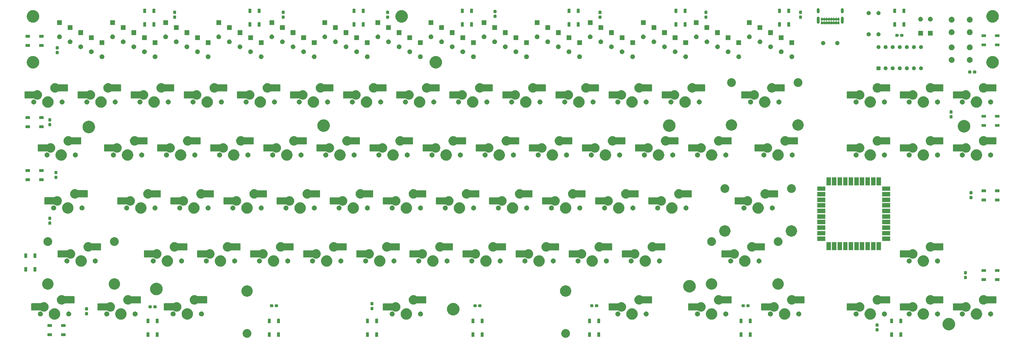
<source format=gbs>
G04 #@! TF.GenerationSoftware,KiCad,Pcbnew,9.0.0*
G04 #@! TF.CreationDate,2025-03-06T12:34:28+00:00*
G04 #@! TF.ProjectId,discipline-pcb,64697363-6970-46c6-996e-652d7063622e,rev?*
G04 #@! TF.SameCoordinates,Original*
G04 #@! TF.FileFunction,Soldermask,Bot*
G04 #@! TF.FilePolarity,Negative*
%FSLAX46Y46*%
G04 Gerber Fmt 4.6, Leading zero omitted, Abs format (unit mm)*
G04 Created by KiCad (PCBNEW 9.0.0) date 2025-03-06 12:34:28*
%MOMM*%
%LPD*%
G01*
G04 APERTURE LIST*
G04 APERTURE END LIST*
G36*
X134891218Y-176388605D02*
G01*
X134902573Y-176388605D01*
X134958483Y-176397460D01*
X135086216Y-176414276D01*
X135117385Y-176422627D01*
X135146676Y-176427267D01*
X135203006Y-176445570D01*
X135285182Y-176467589D01*
X135337612Y-176489306D01*
X135381726Y-176503640D01*
X135423053Y-176524697D01*
X135475489Y-176546417D01*
X135549177Y-176588960D01*
X135601935Y-176615842D01*
X135625916Y-176633265D01*
X135653871Y-176649405D01*
X135756113Y-176727858D01*
X135801881Y-176761111D01*
X135809905Y-176769135D01*
X135817289Y-176774801D01*
X135962948Y-176920460D01*
X135968613Y-176927843D01*
X135976639Y-176935869D01*
X136009895Y-176981642D01*
X136088344Y-177083878D01*
X136104482Y-177111830D01*
X136121908Y-177135815D01*
X136148792Y-177188578D01*
X136191332Y-177262260D01*
X136213049Y-177314689D01*
X136234110Y-177356024D01*
X136248445Y-177400143D01*
X136270160Y-177452567D01*
X136292175Y-177534730D01*
X136310483Y-177591074D01*
X136315123Y-177620371D01*
X136323473Y-177651533D01*
X136340287Y-177779254D01*
X136349145Y-177835177D01*
X136349145Y-177846532D01*
X136350360Y-177855761D01*
X136350360Y-178061738D01*
X136349145Y-178070966D01*
X136349145Y-178082323D01*
X136340287Y-178138250D01*
X136323473Y-178265966D01*
X136315123Y-178297126D01*
X136310483Y-178326426D01*
X136292174Y-178382774D01*
X136270160Y-178464932D01*
X136248446Y-178517351D01*
X136234110Y-178561476D01*
X136213047Y-178602814D01*
X136191332Y-178655239D01*
X136148796Y-178728913D01*
X136121908Y-178781685D01*
X136104479Y-178805673D01*
X136088344Y-178833621D01*
X136009908Y-178935838D01*
X135976639Y-178981631D01*
X135968610Y-178989659D01*
X135962948Y-178997039D01*
X135817289Y-179142698D01*
X135809909Y-179148360D01*
X135801881Y-179156389D01*
X135756088Y-179189658D01*
X135653871Y-179268094D01*
X135625923Y-179284229D01*
X135601935Y-179301658D01*
X135549163Y-179328546D01*
X135475489Y-179371082D01*
X135423064Y-179392797D01*
X135381726Y-179413860D01*
X135337601Y-179428196D01*
X135285182Y-179449910D01*
X135203024Y-179471924D01*
X135146676Y-179490233D01*
X135117376Y-179494873D01*
X135086216Y-179503223D01*
X134958497Y-179520037D01*
X134902573Y-179528895D01*
X134891218Y-179528895D01*
X134881989Y-179530110D01*
X134676011Y-179530110D01*
X134666782Y-179528895D01*
X134655427Y-179528895D01*
X134599504Y-179520037D01*
X134471783Y-179503223D01*
X134440621Y-179494873D01*
X134411324Y-179490233D01*
X134354980Y-179471925D01*
X134272817Y-179449910D01*
X134220393Y-179428195D01*
X134176274Y-179413860D01*
X134134939Y-179392799D01*
X134082510Y-179371082D01*
X134008828Y-179328542D01*
X133956065Y-179301658D01*
X133932080Y-179284232D01*
X133904128Y-179268094D01*
X133801892Y-179189645D01*
X133756119Y-179156389D01*
X133748093Y-179148363D01*
X133740710Y-179142698D01*
X133595051Y-178997039D01*
X133589385Y-178989655D01*
X133581361Y-178981631D01*
X133548108Y-178935863D01*
X133469655Y-178833621D01*
X133453515Y-178805666D01*
X133436092Y-178781685D01*
X133409210Y-178728927D01*
X133366667Y-178655239D01*
X133344947Y-178602803D01*
X133323890Y-178561476D01*
X133309556Y-178517362D01*
X133287839Y-178464932D01*
X133265820Y-178382756D01*
X133247517Y-178326426D01*
X133242877Y-178297135D01*
X133234526Y-178265966D01*
X133217710Y-178138236D01*
X133208855Y-178082323D01*
X133208855Y-178070967D01*
X133207640Y-178061738D01*
X133207640Y-177855761D01*
X133208855Y-177846531D01*
X133208855Y-177835177D01*
X133217709Y-177779268D01*
X133234526Y-177651533D01*
X133242878Y-177620362D01*
X133247517Y-177591074D01*
X133265818Y-177534748D01*
X133287839Y-177452567D01*
X133309558Y-177400132D01*
X133323890Y-177356024D01*
X133344945Y-177314700D01*
X133366667Y-177262260D01*
X133409215Y-177188563D01*
X133436092Y-177135815D01*
X133453513Y-177111836D01*
X133469655Y-177083878D01*
X133548122Y-176981617D01*
X133581361Y-176935869D01*
X133589381Y-176927848D01*
X133595051Y-176920460D01*
X133740710Y-176774801D01*
X133748098Y-176769131D01*
X133756119Y-176761111D01*
X133801867Y-176727872D01*
X133904128Y-176649405D01*
X133932086Y-176633263D01*
X133956065Y-176615842D01*
X134008813Y-176588965D01*
X134082510Y-176546417D01*
X134134950Y-176524695D01*
X134176274Y-176503640D01*
X134220382Y-176489308D01*
X134272817Y-176467589D01*
X134354998Y-176445568D01*
X134411324Y-176427267D01*
X134440612Y-176422628D01*
X134471783Y-176414276D01*
X134599518Y-176397459D01*
X134655427Y-176388605D01*
X134666782Y-176388605D01*
X134676011Y-176387390D01*
X134881989Y-176387390D01*
X134891218Y-176388605D01*
G37*
G36*
X249191218Y-176388605D02*
G01*
X249202573Y-176388605D01*
X249258483Y-176397460D01*
X249386216Y-176414276D01*
X249417385Y-176422627D01*
X249446676Y-176427267D01*
X249503006Y-176445570D01*
X249585182Y-176467589D01*
X249637612Y-176489306D01*
X249681726Y-176503640D01*
X249723053Y-176524697D01*
X249775489Y-176546417D01*
X249849177Y-176588960D01*
X249901935Y-176615842D01*
X249925916Y-176633265D01*
X249953871Y-176649405D01*
X250056113Y-176727858D01*
X250101881Y-176761111D01*
X250109905Y-176769135D01*
X250117289Y-176774801D01*
X250262948Y-176920460D01*
X250268613Y-176927843D01*
X250276639Y-176935869D01*
X250309895Y-176981642D01*
X250388344Y-177083878D01*
X250404482Y-177111830D01*
X250421908Y-177135815D01*
X250448792Y-177188578D01*
X250491332Y-177262260D01*
X250513049Y-177314689D01*
X250534110Y-177356024D01*
X250548445Y-177400143D01*
X250570160Y-177452567D01*
X250592175Y-177534730D01*
X250610483Y-177591074D01*
X250615123Y-177620371D01*
X250623473Y-177651533D01*
X250640287Y-177779254D01*
X250649145Y-177835177D01*
X250649145Y-177846532D01*
X250650360Y-177855761D01*
X250650360Y-178061738D01*
X250649145Y-178070966D01*
X250649145Y-178082323D01*
X250640287Y-178138250D01*
X250623473Y-178265966D01*
X250615123Y-178297126D01*
X250610483Y-178326426D01*
X250592174Y-178382774D01*
X250570160Y-178464932D01*
X250548446Y-178517351D01*
X250534110Y-178561476D01*
X250513047Y-178602814D01*
X250491332Y-178655239D01*
X250448796Y-178728913D01*
X250421908Y-178781685D01*
X250404479Y-178805673D01*
X250388344Y-178833621D01*
X250309908Y-178935838D01*
X250276639Y-178981631D01*
X250268610Y-178989659D01*
X250262948Y-178997039D01*
X250117289Y-179142698D01*
X250109909Y-179148360D01*
X250101881Y-179156389D01*
X250056088Y-179189658D01*
X249953871Y-179268094D01*
X249925923Y-179284229D01*
X249901935Y-179301658D01*
X249849163Y-179328546D01*
X249775489Y-179371082D01*
X249723064Y-179392797D01*
X249681726Y-179413860D01*
X249637601Y-179428196D01*
X249585182Y-179449910D01*
X249503024Y-179471924D01*
X249446676Y-179490233D01*
X249417376Y-179494873D01*
X249386216Y-179503223D01*
X249258497Y-179520037D01*
X249202573Y-179528895D01*
X249191218Y-179528895D01*
X249181989Y-179530110D01*
X248976011Y-179530110D01*
X248966782Y-179528895D01*
X248955427Y-179528895D01*
X248899504Y-179520037D01*
X248771783Y-179503223D01*
X248740621Y-179494873D01*
X248711324Y-179490233D01*
X248654980Y-179471925D01*
X248572817Y-179449910D01*
X248520393Y-179428195D01*
X248476274Y-179413860D01*
X248434939Y-179392799D01*
X248382510Y-179371082D01*
X248308828Y-179328542D01*
X248256065Y-179301658D01*
X248232080Y-179284232D01*
X248204128Y-179268094D01*
X248101892Y-179189645D01*
X248056119Y-179156389D01*
X248048093Y-179148363D01*
X248040710Y-179142698D01*
X247895051Y-178997039D01*
X247889385Y-178989655D01*
X247881361Y-178981631D01*
X247848108Y-178935863D01*
X247769655Y-178833621D01*
X247753515Y-178805666D01*
X247736092Y-178781685D01*
X247709210Y-178728927D01*
X247666667Y-178655239D01*
X247644947Y-178602803D01*
X247623890Y-178561476D01*
X247609556Y-178517362D01*
X247587839Y-178464932D01*
X247565820Y-178382756D01*
X247547517Y-178326426D01*
X247542877Y-178297135D01*
X247534526Y-178265966D01*
X247517710Y-178138236D01*
X247508855Y-178082323D01*
X247508855Y-178070967D01*
X247507640Y-178061738D01*
X247507640Y-177855761D01*
X247508855Y-177846531D01*
X247508855Y-177835177D01*
X247517709Y-177779268D01*
X247534526Y-177651533D01*
X247542878Y-177620362D01*
X247547517Y-177591074D01*
X247565818Y-177534748D01*
X247587839Y-177452567D01*
X247609558Y-177400132D01*
X247623890Y-177356024D01*
X247644945Y-177314700D01*
X247666667Y-177262260D01*
X247709215Y-177188563D01*
X247736092Y-177135815D01*
X247753513Y-177111836D01*
X247769655Y-177083878D01*
X247848122Y-176981617D01*
X247881361Y-176935869D01*
X247889381Y-176927848D01*
X247895051Y-176920460D01*
X248040710Y-176774801D01*
X248048098Y-176769131D01*
X248056119Y-176761111D01*
X248101867Y-176727872D01*
X248204128Y-176649405D01*
X248232086Y-176633263D01*
X248256065Y-176615842D01*
X248308813Y-176588965D01*
X248382510Y-176546417D01*
X248434950Y-176524695D01*
X248476274Y-176503640D01*
X248520382Y-176489308D01*
X248572817Y-176467589D01*
X248654998Y-176445568D01*
X248711324Y-176427267D01*
X248740612Y-176422628D01*
X248771783Y-176414276D01*
X248899518Y-176397459D01*
X248955427Y-176388605D01*
X248966782Y-176388605D01*
X248976011Y-176387390D01*
X249181989Y-176387390D01*
X249191218Y-176388605D01*
G37*
G36*
X99663958Y-177609733D02*
G01*
X99709702Y-177640298D01*
X99740267Y-177686042D01*
X99751000Y-177740000D01*
X99751000Y-179060000D01*
X99740267Y-179113958D01*
X99709702Y-179159702D01*
X99663958Y-179190267D01*
X99610000Y-179201000D01*
X98890000Y-179201000D01*
X98836042Y-179190267D01*
X98790298Y-179159702D01*
X98759733Y-179113958D01*
X98749000Y-179060000D01*
X98749000Y-177740000D01*
X98759733Y-177686042D01*
X98790298Y-177640298D01*
X98836042Y-177609733D01*
X98890000Y-177599000D01*
X99610000Y-177599000D01*
X99663958Y-177609733D01*
G37*
G36*
X102963958Y-177609733D02*
G01*
X103009702Y-177640298D01*
X103040267Y-177686042D01*
X103051000Y-177740000D01*
X103051000Y-179060000D01*
X103040267Y-179113958D01*
X103009702Y-179159702D01*
X102963958Y-179190267D01*
X102910000Y-179201000D01*
X102190000Y-179201000D01*
X102136042Y-179190267D01*
X102090298Y-179159702D01*
X102059733Y-179113958D01*
X102049000Y-179060000D01*
X102049000Y-177740000D01*
X102059733Y-177686042D01*
X102090298Y-177640298D01*
X102136042Y-177609733D01*
X102190000Y-177599000D01*
X102910000Y-177599000D01*
X102963958Y-177609733D01*
G37*
G36*
X143201458Y-177609733D02*
G01*
X143247202Y-177640298D01*
X143277767Y-177686042D01*
X143288500Y-177740000D01*
X143288500Y-179060000D01*
X143277767Y-179113958D01*
X143247202Y-179159702D01*
X143201458Y-179190267D01*
X143147500Y-179201000D01*
X142427500Y-179201000D01*
X142373542Y-179190267D01*
X142327798Y-179159702D01*
X142297233Y-179113958D01*
X142286500Y-179060000D01*
X142286500Y-177740000D01*
X142297233Y-177686042D01*
X142327798Y-177640298D01*
X142373542Y-177609733D01*
X142427500Y-177599000D01*
X143147500Y-177599000D01*
X143201458Y-177609733D01*
G37*
G36*
X146501458Y-177609733D02*
G01*
X146547202Y-177640298D01*
X146577767Y-177686042D01*
X146588500Y-177740000D01*
X146588500Y-179060000D01*
X146577767Y-179113958D01*
X146547202Y-179159702D01*
X146501458Y-179190267D01*
X146447500Y-179201000D01*
X145727500Y-179201000D01*
X145673542Y-179190267D01*
X145627798Y-179159702D01*
X145597233Y-179113958D01*
X145586500Y-179060000D01*
X145586500Y-177740000D01*
X145597233Y-177686042D01*
X145627798Y-177640298D01*
X145673542Y-177609733D01*
X145727500Y-177599000D01*
X146447500Y-177599000D01*
X146501458Y-177609733D01*
G37*
G36*
X178413958Y-177609733D02*
G01*
X178459702Y-177640298D01*
X178490267Y-177686042D01*
X178501000Y-177740000D01*
X178501000Y-179060000D01*
X178490267Y-179113958D01*
X178459702Y-179159702D01*
X178413958Y-179190267D01*
X178360000Y-179201000D01*
X177640000Y-179201000D01*
X177586042Y-179190267D01*
X177540298Y-179159702D01*
X177509733Y-179113958D01*
X177499000Y-179060000D01*
X177499000Y-177740000D01*
X177509733Y-177686042D01*
X177540298Y-177640298D01*
X177586042Y-177609733D01*
X177640000Y-177599000D01*
X178360000Y-177599000D01*
X178413958Y-177609733D01*
G37*
G36*
X181713958Y-177609733D02*
G01*
X181759702Y-177640298D01*
X181790267Y-177686042D01*
X181801000Y-177740000D01*
X181801000Y-179060000D01*
X181790267Y-179113958D01*
X181759702Y-179159702D01*
X181713958Y-179190267D01*
X181660000Y-179201000D01*
X180940000Y-179201000D01*
X180886042Y-179190267D01*
X180840298Y-179159702D01*
X180809733Y-179113958D01*
X180799000Y-179060000D01*
X180799000Y-177740000D01*
X180809733Y-177686042D01*
X180840298Y-177640298D01*
X180886042Y-177609733D01*
X180940000Y-177599000D01*
X181660000Y-177599000D01*
X181713958Y-177609733D01*
G37*
G36*
X216213958Y-177609733D02*
G01*
X216259702Y-177640298D01*
X216290267Y-177686042D01*
X216301000Y-177740000D01*
X216301000Y-179060000D01*
X216290267Y-179113958D01*
X216259702Y-179159702D01*
X216213958Y-179190267D01*
X216160000Y-179201000D01*
X215440000Y-179201000D01*
X215386042Y-179190267D01*
X215340298Y-179159702D01*
X215309733Y-179113958D01*
X215299000Y-179060000D01*
X215299000Y-177740000D01*
X215309733Y-177686042D01*
X215340298Y-177640298D01*
X215386042Y-177609733D01*
X215440000Y-177599000D01*
X216160000Y-177599000D01*
X216213958Y-177609733D01*
G37*
G36*
X219513958Y-177609733D02*
G01*
X219559702Y-177640298D01*
X219590267Y-177686042D01*
X219601000Y-177740000D01*
X219601000Y-179060000D01*
X219590267Y-179113958D01*
X219559702Y-179159702D01*
X219513958Y-179190267D01*
X219460000Y-179201000D01*
X218740000Y-179201000D01*
X218686042Y-179190267D01*
X218640298Y-179159702D01*
X218609733Y-179113958D01*
X218599000Y-179060000D01*
X218599000Y-177740000D01*
X218609733Y-177686042D01*
X218640298Y-177640298D01*
X218686042Y-177609733D01*
X218740000Y-177599000D01*
X219460000Y-177599000D01*
X219513958Y-177609733D01*
G37*
G36*
X258076458Y-177609733D02*
G01*
X258122202Y-177640298D01*
X258152767Y-177686042D01*
X258163500Y-177740000D01*
X258163500Y-179060000D01*
X258152767Y-179113958D01*
X258122202Y-179159702D01*
X258076458Y-179190267D01*
X258022500Y-179201000D01*
X257302500Y-179201000D01*
X257248542Y-179190267D01*
X257202798Y-179159702D01*
X257172233Y-179113958D01*
X257161500Y-179060000D01*
X257161500Y-177740000D01*
X257172233Y-177686042D01*
X257202798Y-177640298D01*
X257248542Y-177609733D01*
X257302500Y-177599000D01*
X258022500Y-177599000D01*
X258076458Y-177609733D01*
G37*
G36*
X261376458Y-177609733D02*
G01*
X261422202Y-177640298D01*
X261452767Y-177686042D01*
X261463500Y-177740000D01*
X261463500Y-179060000D01*
X261452767Y-179113958D01*
X261422202Y-179159702D01*
X261376458Y-179190267D01*
X261322500Y-179201000D01*
X260602500Y-179201000D01*
X260548542Y-179190267D01*
X260502798Y-179159702D01*
X260472233Y-179113958D01*
X260461500Y-179060000D01*
X260461500Y-177740000D01*
X260472233Y-177686042D01*
X260502798Y-177640298D01*
X260548542Y-177609733D01*
X260602500Y-177599000D01*
X261322500Y-177599000D01*
X261376458Y-177609733D01*
G37*
G36*
X312401458Y-177609733D02*
G01*
X312447202Y-177640298D01*
X312477767Y-177686042D01*
X312488500Y-177740000D01*
X312488500Y-179060000D01*
X312477767Y-179113958D01*
X312447202Y-179159702D01*
X312401458Y-179190267D01*
X312347500Y-179201000D01*
X311627500Y-179201000D01*
X311573542Y-179190267D01*
X311527798Y-179159702D01*
X311497233Y-179113958D01*
X311486500Y-179060000D01*
X311486500Y-177740000D01*
X311497233Y-177686042D01*
X311527798Y-177640298D01*
X311573542Y-177609733D01*
X311627500Y-177599000D01*
X312347500Y-177599000D01*
X312401458Y-177609733D01*
G37*
G36*
X315701458Y-177609733D02*
G01*
X315747202Y-177640298D01*
X315777767Y-177686042D01*
X315788500Y-177740000D01*
X315788500Y-179060000D01*
X315777767Y-179113958D01*
X315747202Y-179159702D01*
X315701458Y-179190267D01*
X315647500Y-179201000D01*
X314927500Y-179201000D01*
X314873542Y-179190267D01*
X314827798Y-179159702D01*
X314797233Y-179113958D01*
X314786500Y-179060000D01*
X314786500Y-177740000D01*
X314797233Y-177686042D01*
X314827798Y-177640298D01*
X314873542Y-177609733D01*
X314927500Y-177599000D01*
X315647500Y-177599000D01*
X315701458Y-177609733D01*
G37*
G36*
X366413958Y-177609733D02*
G01*
X366459702Y-177640298D01*
X366490267Y-177686042D01*
X366501000Y-177740000D01*
X366501000Y-179060000D01*
X366490267Y-179113958D01*
X366459702Y-179159702D01*
X366413958Y-179190267D01*
X366360000Y-179201000D01*
X365640000Y-179201000D01*
X365586042Y-179190267D01*
X365540298Y-179159702D01*
X365509733Y-179113958D01*
X365499000Y-179060000D01*
X365499000Y-177740000D01*
X365509733Y-177686042D01*
X365540298Y-177640298D01*
X365586042Y-177609733D01*
X365640000Y-177599000D01*
X366360000Y-177599000D01*
X366413958Y-177609733D01*
G37*
G36*
X369713958Y-177609733D02*
G01*
X369759702Y-177640298D01*
X369790267Y-177686042D01*
X369801000Y-177740000D01*
X369801000Y-179060000D01*
X369790267Y-179113958D01*
X369759702Y-179159702D01*
X369713958Y-179190267D01*
X369660000Y-179201000D01*
X368940000Y-179201000D01*
X368886042Y-179190267D01*
X368840298Y-179159702D01*
X368809733Y-179113958D01*
X368799000Y-179060000D01*
X368799000Y-177740000D01*
X368809733Y-177686042D01*
X368840298Y-177640298D01*
X368886042Y-177609733D01*
X368940000Y-177599000D01*
X369660000Y-177599000D01*
X369713958Y-177609733D01*
G37*
G36*
X64663958Y-177959733D02*
G01*
X64709702Y-177990298D01*
X64740267Y-178036042D01*
X64751000Y-178090000D01*
X64751000Y-178810000D01*
X64740267Y-178863958D01*
X64709702Y-178909702D01*
X64663958Y-178940267D01*
X64610000Y-178951000D01*
X63290000Y-178951000D01*
X63236042Y-178940267D01*
X63190298Y-178909702D01*
X63159733Y-178863958D01*
X63149000Y-178810000D01*
X63149000Y-178090000D01*
X63159733Y-178036042D01*
X63190298Y-177990298D01*
X63236042Y-177959733D01*
X63290000Y-177949000D01*
X64610000Y-177949000D01*
X64663958Y-177959733D01*
G37*
G36*
X69563958Y-177959733D02*
G01*
X69609702Y-177990298D01*
X69640267Y-178036042D01*
X69651000Y-178090000D01*
X69651000Y-178810000D01*
X69640267Y-178863958D01*
X69609702Y-178909702D01*
X69563958Y-178940267D01*
X69510000Y-178951000D01*
X68190000Y-178951000D01*
X68136042Y-178940267D01*
X68090298Y-178909702D01*
X68059733Y-178863958D01*
X68049000Y-178810000D01*
X68049000Y-178090000D01*
X68059733Y-178036042D01*
X68090298Y-177990298D01*
X68136042Y-177959733D01*
X68190000Y-177949000D01*
X69510000Y-177949000D01*
X69563958Y-177959733D01*
G37*
G36*
X361103552Y-176081663D02*
G01*
X361118934Y-176088455D01*
X361126170Y-176089601D01*
X361156302Y-176104954D01*
X361200542Y-176124488D01*
X361275512Y-176199458D01*
X361295048Y-176243704D01*
X361310398Y-176273829D01*
X361311543Y-176281062D01*
X361318337Y-176296448D01*
X361326000Y-176362500D01*
X361326000Y-176962500D01*
X361318337Y-177028552D01*
X361311543Y-177043938D01*
X361310398Y-177051170D01*
X361295052Y-177081287D01*
X361275512Y-177125542D01*
X361200542Y-177200512D01*
X361156287Y-177220052D01*
X361126170Y-177235398D01*
X361118938Y-177236543D01*
X361103552Y-177243337D01*
X361037500Y-177251000D01*
X360562500Y-177251000D01*
X360496448Y-177243337D01*
X360481062Y-177236543D01*
X360473829Y-177235398D01*
X360443704Y-177220048D01*
X360399458Y-177200512D01*
X360324488Y-177125542D01*
X360304954Y-177081302D01*
X360289601Y-177051170D01*
X360288455Y-177043934D01*
X360281663Y-177028552D01*
X360274000Y-176962500D01*
X360274000Y-176362500D01*
X360281663Y-176296448D01*
X360288454Y-176281065D01*
X360289601Y-176273829D01*
X360304957Y-176243690D01*
X360324488Y-176199458D01*
X360399458Y-176124488D01*
X360443690Y-176104957D01*
X360473829Y-176089601D01*
X360481065Y-176088454D01*
X360496448Y-176081663D01*
X360562500Y-176074000D01*
X361037500Y-176074000D01*
X361103552Y-176081663D01*
G37*
G36*
X386995398Y-172417252D02*
G01*
X387279810Y-172493460D01*
X387551842Y-172606139D01*
X387806839Y-172753362D01*
X388040437Y-172932609D01*
X388248641Y-173140813D01*
X388427888Y-173374411D01*
X388575111Y-173629408D01*
X388687790Y-173901440D01*
X388763998Y-174185852D01*
X388802430Y-174477778D01*
X388802430Y-174772222D01*
X388763998Y-175064148D01*
X388687790Y-175348560D01*
X388575111Y-175620592D01*
X388427888Y-175875589D01*
X388248641Y-176109187D01*
X388040437Y-176317391D01*
X387806839Y-176496638D01*
X387551842Y-176643861D01*
X387279810Y-176756540D01*
X386995398Y-176832748D01*
X386703472Y-176871180D01*
X386409028Y-176871180D01*
X386117102Y-176832748D01*
X385832690Y-176756540D01*
X385560658Y-176643861D01*
X385305661Y-176496638D01*
X385072063Y-176317391D01*
X384863859Y-176109187D01*
X384684612Y-175875589D01*
X384537389Y-175620592D01*
X384424710Y-175348560D01*
X384348502Y-175064148D01*
X384310070Y-174772222D01*
X384310070Y-174477778D01*
X384348502Y-174185852D01*
X384424710Y-173901440D01*
X384537389Y-173629408D01*
X384684612Y-173374411D01*
X384863859Y-173140813D01*
X385072063Y-172932609D01*
X385305661Y-172753362D01*
X385560658Y-172606139D01*
X385832690Y-172493460D01*
X386117102Y-172417252D01*
X386409028Y-172378820D01*
X386703472Y-172378820D01*
X386995398Y-172417252D01*
G37*
G36*
X64663958Y-174659733D02*
G01*
X64709702Y-174690298D01*
X64740267Y-174736042D01*
X64751000Y-174790000D01*
X64751000Y-175510000D01*
X64740267Y-175563958D01*
X64709702Y-175609702D01*
X64663958Y-175640267D01*
X64610000Y-175651000D01*
X63290000Y-175651000D01*
X63236042Y-175640267D01*
X63190298Y-175609702D01*
X63159733Y-175563958D01*
X63149000Y-175510000D01*
X63149000Y-174790000D01*
X63159733Y-174736042D01*
X63190298Y-174690298D01*
X63236042Y-174659733D01*
X63290000Y-174649000D01*
X64610000Y-174649000D01*
X64663958Y-174659733D01*
G37*
G36*
X69563958Y-174659733D02*
G01*
X69609702Y-174690298D01*
X69640267Y-174736042D01*
X69651000Y-174790000D01*
X69651000Y-175510000D01*
X69640267Y-175563958D01*
X69609702Y-175609702D01*
X69563958Y-175640267D01*
X69510000Y-175651000D01*
X68190000Y-175651000D01*
X68136042Y-175640267D01*
X68090298Y-175609702D01*
X68059733Y-175563958D01*
X68049000Y-175510000D01*
X68049000Y-174790000D01*
X68059733Y-174736042D01*
X68090298Y-174690298D01*
X68136042Y-174659733D01*
X68190000Y-174649000D01*
X69510000Y-174649000D01*
X69563958Y-174659733D01*
G37*
G36*
X361103552Y-174356663D02*
G01*
X361118934Y-174363455D01*
X361126170Y-174364601D01*
X361156302Y-174379954D01*
X361200542Y-174399488D01*
X361275512Y-174474458D01*
X361295048Y-174518704D01*
X361310398Y-174548829D01*
X361311543Y-174556062D01*
X361318337Y-174571448D01*
X361326000Y-174637500D01*
X361326000Y-175237500D01*
X361318337Y-175303552D01*
X361311543Y-175318938D01*
X361310398Y-175326170D01*
X361295052Y-175356287D01*
X361275512Y-175400542D01*
X361200542Y-175475512D01*
X361156287Y-175495052D01*
X361126170Y-175510398D01*
X361118938Y-175511543D01*
X361103552Y-175518337D01*
X361037500Y-175526000D01*
X360562500Y-175526000D01*
X360496448Y-175518337D01*
X360481062Y-175511543D01*
X360473829Y-175510398D01*
X360443704Y-175495048D01*
X360399458Y-175475512D01*
X360324488Y-175400542D01*
X360304954Y-175356302D01*
X360289601Y-175326170D01*
X360288455Y-175318934D01*
X360281663Y-175303552D01*
X360274000Y-175237500D01*
X360274000Y-174637500D01*
X360281663Y-174571448D01*
X360288454Y-174556065D01*
X360289601Y-174548829D01*
X360304957Y-174518690D01*
X360324488Y-174474458D01*
X360399458Y-174399488D01*
X360443690Y-174379957D01*
X360473829Y-174364601D01*
X360481065Y-174363454D01*
X360496448Y-174356663D01*
X360562500Y-174349000D01*
X361037500Y-174349000D01*
X361103552Y-174356663D01*
G37*
G36*
X99663958Y-172709733D02*
G01*
X99709702Y-172740298D01*
X99740267Y-172786042D01*
X99751000Y-172840000D01*
X99751000Y-174160000D01*
X99740267Y-174213958D01*
X99709702Y-174259702D01*
X99663958Y-174290267D01*
X99610000Y-174301000D01*
X98890000Y-174301000D01*
X98836042Y-174290267D01*
X98790298Y-174259702D01*
X98759733Y-174213958D01*
X98749000Y-174160000D01*
X98749000Y-172840000D01*
X98759733Y-172786042D01*
X98790298Y-172740298D01*
X98836042Y-172709733D01*
X98890000Y-172699000D01*
X99610000Y-172699000D01*
X99663958Y-172709733D01*
G37*
G36*
X102963958Y-172709733D02*
G01*
X103009702Y-172740298D01*
X103040267Y-172786042D01*
X103051000Y-172840000D01*
X103051000Y-174160000D01*
X103040267Y-174213958D01*
X103009702Y-174259702D01*
X102963958Y-174290267D01*
X102910000Y-174301000D01*
X102190000Y-174301000D01*
X102136042Y-174290267D01*
X102090298Y-174259702D01*
X102059733Y-174213958D01*
X102049000Y-174160000D01*
X102049000Y-172840000D01*
X102059733Y-172786042D01*
X102090298Y-172740298D01*
X102136042Y-172709733D01*
X102190000Y-172699000D01*
X102910000Y-172699000D01*
X102963958Y-172709733D01*
G37*
G36*
X143201458Y-172709733D02*
G01*
X143247202Y-172740298D01*
X143277767Y-172786042D01*
X143288500Y-172840000D01*
X143288500Y-174160000D01*
X143277767Y-174213958D01*
X143247202Y-174259702D01*
X143201458Y-174290267D01*
X143147500Y-174301000D01*
X142427500Y-174301000D01*
X142373542Y-174290267D01*
X142327798Y-174259702D01*
X142297233Y-174213958D01*
X142286500Y-174160000D01*
X142286500Y-172840000D01*
X142297233Y-172786042D01*
X142327798Y-172740298D01*
X142373542Y-172709733D01*
X142427500Y-172699000D01*
X143147500Y-172699000D01*
X143201458Y-172709733D01*
G37*
G36*
X146501458Y-172709733D02*
G01*
X146547202Y-172740298D01*
X146577767Y-172786042D01*
X146588500Y-172840000D01*
X146588500Y-174160000D01*
X146577767Y-174213958D01*
X146547202Y-174259702D01*
X146501458Y-174290267D01*
X146447500Y-174301000D01*
X145727500Y-174301000D01*
X145673542Y-174290267D01*
X145627798Y-174259702D01*
X145597233Y-174213958D01*
X145586500Y-174160000D01*
X145586500Y-172840000D01*
X145597233Y-172786042D01*
X145627798Y-172740298D01*
X145673542Y-172709733D01*
X145727500Y-172699000D01*
X146447500Y-172699000D01*
X146501458Y-172709733D01*
G37*
G36*
X178413958Y-172709733D02*
G01*
X178459702Y-172740298D01*
X178490267Y-172786042D01*
X178501000Y-172840000D01*
X178501000Y-174160000D01*
X178490267Y-174213958D01*
X178459702Y-174259702D01*
X178413958Y-174290267D01*
X178360000Y-174301000D01*
X177640000Y-174301000D01*
X177586042Y-174290267D01*
X177540298Y-174259702D01*
X177509733Y-174213958D01*
X177499000Y-174160000D01*
X177499000Y-172840000D01*
X177509733Y-172786042D01*
X177540298Y-172740298D01*
X177586042Y-172709733D01*
X177640000Y-172699000D01*
X178360000Y-172699000D01*
X178413958Y-172709733D01*
G37*
G36*
X181713958Y-172709733D02*
G01*
X181759702Y-172740298D01*
X181790267Y-172786042D01*
X181801000Y-172840000D01*
X181801000Y-174160000D01*
X181790267Y-174213958D01*
X181759702Y-174259702D01*
X181713958Y-174290267D01*
X181660000Y-174301000D01*
X180940000Y-174301000D01*
X180886042Y-174290267D01*
X180840298Y-174259702D01*
X180809733Y-174213958D01*
X180799000Y-174160000D01*
X180799000Y-172840000D01*
X180809733Y-172786042D01*
X180840298Y-172740298D01*
X180886042Y-172709733D01*
X180940000Y-172699000D01*
X181660000Y-172699000D01*
X181713958Y-172709733D01*
G37*
G36*
X216213958Y-172709733D02*
G01*
X216259702Y-172740298D01*
X216290267Y-172786042D01*
X216301000Y-172840000D01*
X216301000Y-174160000D01*
X216290267Y-174213958D01*
X216259702Y-174259702D01*
X216213958Y-174290267D01*
X216160000Y-174301000D01*
X215440000Y-174301000D01*
X215386042Y-174290267D01*
X215340298Y-174259702D01*
X215309733Y-174213958D01*
X215299000Y-174160000D01*
X215299000Y-172840000D01*
X215309733Y-172786042D01*
X215340298Y-172740298D01*
X215386042Y-172709733D01*
X215440000Y-172699000D01*
X216160000Y-172699000D01*
X216213958Y-172709733D01*
G37*
G36*
X219513958Y-172709733D02*
G01*
X219559702Y-172740298D01*
X219590267Y-172786042D01*
X219601000Y-172840000D01*
X219601000Y-174160000D01*
X219590267Y-174213958D01*
X219559702Y-174259702D01*
X219513958Y-174290267D01*
X219460000Y-174301000D01*
X218740000Y-174301000D01*
X218686042Y-174290267D01*
X218640298Y-174259702D01*
X218609733Y-174213958D01*
X218599000Y-174160000D01*
X218599000Y-172840000D01*
X218609733Y-172786042D01*
X218640298Y-172740298D01*
X218686042Y-172709733D01*
X218740000Y-172699000D01*
X219460000Y-172699000D01*
X219513958Y-172709733D01*
G37*
G36*
X258076458Y-172709733D02*
G01*
X258122202Y-172740298D01*
X258152767Y-172786042D01*
X258163500Y-172840000D01*
X258163500Y-174160000D01*
X258152767Y-174213958D01*
X258122202Y-174259702D01*
X258076458Y-174290267D01*
X258022500Y-174301000D01*
X257302500Y-174301000D01*
X257248542Y-174290267D01*
X257202798Y-174259702D01*
X257172233Y-174213958D01*
X257161500Y-174160000D01*
X257161500Y-172840000D01*
X257172233Y-172786042D01*
X257202798Y-172740298D01*
X257248542Y-172709733D01*
X257302500Y-172699000D01*
X258022500Y-172699000D01*
X258076458Y-172709733D01*
G37*
G36*
X261376458Y-172709733D02*
G01*
X261422202Y-172740298D01*
X261452767Y-172786042D01*
X261463500Y-172840000D01*
X261463500Y-174160000D01*
X261452767Y-174213958D01*
X261422202Y-174259702D01*
X261376458Y-174290267D01*
X261322500Y-174301000D01*
X260602500Y-174301000D01*
X260548542Y-174290267D01*
X260502798Y-174259702D01*
X260472233Y-174213958D01*
X260461500Y-174160000D01*
X260461500Y-172840000D01*
X260472233Y-172786042D01*
X260502798Y-172740298D01*
X260548542Y-172709733D01*
X260602500Y-172699000D01*
X261322500Y-172699000D01*
X261376458Y-172709733D01*
G37*
G36*
X312401458Y-172709733D02*
G01*
X312447202Y-172740298D01*
X312477767Y-172786042D01*
X312488500Y-172840000D01*
X312488500Y-174160000D01*
X312477767Y-174213958D01*
X312447202Y-174259702D01*
X312401458Y-174290267D01*
X312347500Y-174301000D01*
X311627500Y-174301000D01*
X311573542Y-174290267D01*
X311527798Y-174259702D01*
X311497233Y-174213958D01*
X311486500Y-174160000D01*
X311486500Y-172840000D01*
X311497233Y-172786042D01*
X311527798Y-172740298D01*
X311573542Y-172709733D01*
X311627500Y-172699000D01*
X312347500Y-172699000D01*
X312401458Y-172709733D01*
G37*
G36*
X315701458Y-172709733D02*
G01*
X315747202Y-172740298D01*
X315777767Y-172786042D01*
X315788500Y-172840000D01*
X315788500Y-174160000D01*
X315777767Y-174213958D01*
X315747202Y-174259702D01*
X315701458Y-174290267D01*
X315647500Y-174301000D01*
X314927500Y-174301000D01*
X314873542Y-174290267D01*
X314827798Y-174259702D01*
X314797233Y-174213958D01*
X314786500Y-174160000D01*
X314786500Y-172840000D01*
X314797233Y-172786042D01*
X314827798Y-172740298D01*
X314873542Y-172709733D01*
X314927500Y-172699000D01*
X315647500Y-172699000D01*
X315701458Y-172709733D01*
G37*
G36*
X366413958Y-172709733D02*
G01*
X366459702Y-172740298D01*
X366490267Y-172786042D01*
X366501000Y-172840000D01*
X366501000Y-174160000D01*
X366490267Y-174213958D01*
X366459702Y-174259702D01*
X366413958Y-174290267D01*
X366360000Y-174301000D01*
X365640000Y-174301000D01*
X365586042Y-174290267D01*
X365540298Y-174259702D01*
X365509733Y-174213958D01*
X365499000Y-174160000D01*
X365499000Y-172840000D01*
X365509733Y-172786042D01*
X365540298Y-172740298D01*
X365586042Y-172709733D01*
X365640000Y-172699000D01*
X366360000Y-172699000D01*
X366413958Y-172709733D01*
G37*
G36*
X369713958Y-172709733D02*
G01*
X369759702Y-172740298D01*
X369790267Y-172786042D01*
X369801000Y-172840000D01*
X369801000Y-174160000D01*
X369790267Y-174213958D01*
X369759702Y-174259702D01*
X369713958Y-174290267D01*
X369660000Y-174301000D01*
X368940000Y-174301000D01*
X368886042Y-174290267D01*
X368840298Y-174259702D01*
X368809733Y-174213958D01*
X368799000Y-174160000D01*
X368799000Y-172840000D01*
X368809733Y-172786042D01*
X368840298Y-172740298D01*
X368886042Y-172709733D01*
X368940000Y-172699000D01*
X369660000Y-172699000D01*
X369713958Y-172709733D01*
G37*
G36*
X89933990Y-168968142D02*
G01*
X90192362Y-169037373D01*
X90439486Y-169139735D01*
X90671136Y-169273478D01*
X90883346Y-169436313D01*
X91072487Y-169625454D01*
X91235322Y-169837664D01*
X91369065Y-170069314D01*
X91471427Y-170316438D01*
X91540658Y-170574810D01*
X91575572Y-170840007D01*
X91575572Y-171107493D01*
X91540658Y-171372690D01*
X91471427Y-171631062D01*
X91369065Y-171878186D01*
X91235322Y-172109836D01*
X91072487Y-172322046D01*
X90883346Y-172511187D01*
X90671136Y-172674022D01*
X90439486Y-172807765D01*
X90192362Y-172910127D01*
X89933990Y-172979358D01*
X89668793Y-173014272D01*
X89401307Y-173014272D01*
X89136110Y-172979358D01*
X88877738Y-172910127D01*
X88630614Y-172807765D01*
X88398964Y-172674022D01*
X88186754Y-172511187D01*
X87997613Y-172322046D01*
X87834778Y-172109836D01*
X87701035Y-171878186D01*
X87598673Y-171631062D01*
X87529442Y-171372690D01*
X87494528Y-171107493D01*
X87494528Y-170840007D01*
X87529442Y-170574810D01*
X87598673Y-170316438D01*
X87701035Y-170069314D01*
X87834778Y-169837664D01*
X87997613Y-169625454D01*
X88186754Y-169436313D01*
X88398964Y-169273478D01*
X88630614Y-169139735D01*
X88877738Y-169037373D01*
X89136110Y-168968142D01*
X89401307Y-168933228D01*
X89668793Y-168933228D01*
X89933990Y-168968142D01*
G37*
G36*
X192327940Y-168968142D02*
G01*
X192586312Y-169037373D01*
X192833436Y-169139735D01*
X193065086Y-169273478D01*
X193277296Y-169436313D01*
X193466437Y-169625454D01*
X193629272Y-169837664D01*
X193763015Y-170069314D01*
X193865377Y-170316438D01*
X193934608Y-170574810D01*
X193969522Y-170840007D01*
X193969522Y-171107493D01*
X193934608Y-171372690D01*
X193865377Y-171631062D01*
X193763015Y-171878186D01*
X193629272Y-172109836D01*
X193466437Y-172322046D01*
X193277296Y-172511187D01*
X193065086Y-172674022D01*
X192833436Y-172807765D01*
X192586312Y-172910127D01*
X192327940Y-172979358D01*
X192062743Y-173014272D01*
X191795257Y-173014272D01*
X191530060Y-172979358D01*
X191271688Y-172910127D01*
X191024564Y-172807765D01*
X190792914Y-172674022D01*
X190580704Y-172511187D01*
X190391563Y-172322046D01*
X190228728Y-172109836D01*
X190094985Y-171878186D01*
X189992623Y-171631062D01*
X189923392Y-171372690D01*
X189888478Y-171107493D01*
X189888478Y-170840007D01*
X189923392Y-170574810D01*
X189992623Y-170316438D01*
X190094985Y-170069314D01*
X190228728Y-169837664D01*
X190391563Y-169625454D01*
X190580704Y-169436313D01*
X190792914Y-169273478D01*
X191024564Y-169139735D01*
X191271688Y-169037373D01*
X191530060Y-168968142D01*
X191795257Y-168933228D01*
X192062743Y-168933228D01*
X192327940Y-168968142D01*
G37*
G36*
X273291626Y-168968142D02*
G01*
X273549998Y-169037373D01*
X273797122Y-169139735D01*
X274028772Y-169273478D01*
X274240982Y-169436313D01*
X274430123Y-169625454D01*
X274592958Y-169837664D01*
X274726701Y-170069314D01*
X274829063Y-170316438D01*
X274898294Y-170574810D01*
X274933208Y-170840007D01*
X274933208Y-171107493D01*
X274898294Y-171372690D01*
X274829063Y-171631062D01*
X274726701Y-171878186D01*
X274592958Y-172109836D01*
X274430123Y-172322046D01*
X274240982Y-172511187D01*
X274028772Y-172674022D01*
X273797122Y-172807765D01*
X273549998Y-172910127D01*
X273291626Y-172979358D01*
X273026429Y-173014272D01*
X272758943Y-173014272D01*
X272493746Y-172979358D01*
X272235374Y-172910127D01*
X271988250Y-172807765D01*
X271756600Y-172674022D01*
X271544390Y-172511187D01*
X271355249Y-172322046D01*
X271192414Y-172109836D01*
X271058671Y-171878186D01*
X270956309Y-171631062D01*
X270887078Y-171372690D01*
X270852164Y-171107493D01*
X270852164Y-170840007D01*
X270887078Y-170574810D01*
X270956309Y-170316438D01*
X271058671Y-170069314D01*
X271192414Y-169837664D01*
X271355249Y-169625454D01*
X271544390Y-169436313D01*
X271756600Y-169273478D01*
X271988250Y-169139735D01*
X272235374Y-169037373D01*
X272493746Y-168968142D01*
X272758943Y-168933228D01*
X273026429Y-168933228D01*
X273291626Y-168968142D01*
G37*
G36*
X301847818Y-168968142D02*
G01*
X302106190Y-169037373D01*
X302353314Y-169139735D01*
X302584964Y-169273478D01*
X302797174Y-169436313D01*
X302986315Y-169625454D01*
X303149150Y-169837664D01*
X303282893Y-170069314D01*
X303385255Y-170316438D01*
X303454486Y-170574810D01*
X303489400Y-170840007D01*
X303489400Y-171107493D01*
X303454486Y-171372690D01*
X303385255Y-171631062D01*
X303282893Y-171878186D01*
X303149150Y-172109836D01*
X302986315Y-172322046D01*
X302797174Y-172511187D01*
X302584964Y-172674022D01*
X302353314Y-172807765D01*
X302106190Y-172910127D01*
X301847818Y-172979358D01*
X301582621Y-173014272D01*
X301315135Y-173014272D01*
X301049938Y-172979358D01*
X300791566Y-172910127D01*
X300544442Y-172807765D01*
X300312792Y-172674022D01*
X300100582Y-172511187D01*
X299911441Y-172322046D01*
X299748606Y-172109836D01*
X299614863Y-171878186D01*
X299512501Y-171631062D01*
X299443270Y-171372690D01*
X299408356Y-171107493D01*
X299408356Y-170840007D01*
X299443270Y-170574810D01*
X299512501Y-170316438D01*
X299614863Y-170069314D01*
X299748606Y-169837664D01*
X299911441Y-169625454D01*
X300100582Y-169436313D01*
X300312792Y-169273478D01*
X300544442Y-169139735D01*
X300791566Y-169037373D01*
X301049938Y-168968142D01*
X301315135Y-168933228D01*
X301582621Y-168933228D01*
X301847818Y-168968142D01*
G37*
G36*
X328041568Y-168968142D02*
G01*
X328299940Y-169037373D01*
X328547064Y-169139735D01*
X328778714Y-169273478D01*
X328990924Y-169436313D01*
X329180065Y-169625454D01*
X329342900Y-169837664D01*
X329476643Y-170069314D01*
X329579005Y-170316438D01*
X329648236Y-170574810D01*
X329683150Y-170840007D01*
X329683150Y-171107493D01*
X329648236Y-171372690D01*
X329579005Y-171631062D01*
X329476643Y-171878186D01*
X329342900Y-172109836D01*
X329180065Y-172322046D01*
X328990924Y-172511187D01*
X328778714Y-172674022D01*
X328547064Y-172807765D01*
X328299940Y-172910127D01*
X328041568Y-172979358D01*
X327776371Y-173014272D01*
X327508885Y-173014272D01*
X327243688Y-172979358D01*
X326985316Y-172910127D01*
X326738192Y-172807765D01*
X326506542Y-172674022D01*
X326294332Y-172511187D01*
X326105191Y-172322046D01*
X325942356Y-172109836D01*
X325808613Y-171878186D01*
X325706251Y-171631062D01*
X325637020Y-171372690D01*
X325602106Y-171107493D01*
X325602106Y-170840007D01*
X325637020Y-170574810D01*
X325706251Y-170316438D01*
X325808613Y-170069314D01*
X325942356Y-169837664D01*
X326105191Y-169625454D01*
X326294332Y-169436313D01*
X326506542Y-169273478D01*
X326738192Y-169139735D01*
X326985316Y-169037373D01*
X327243688Y-168968142D01*
X327508885Y-168933228D01*
X327776371Y-168933228D01*
X328041568Y-168968142D01*
G37*
G36*
X358766568Y-168968142D02*
G01*
X359024940Y-169037373D01*
X359272064Y-169139735D01*
X359503714Y-169273478D01*
X359715924Y-169436313D01*
X359905065Y-169625454D01*
X360067900Y-169837664D01*
X360201643Y-170069314D01*
X360304005Y-170316438D01*
X360373236Y-170574810D01*
X360408150Y-170840007D01*
X360408150Y-171107493D01*
X360373236Y-171372690D01*
X360304005Y-171631062D01*
X360201643Y-171878186D01*
X360067900Y-172109836D01*
X359905065Y-172322046D01*
X359715924Y-172511187D01*
X359503714Y-172674022D01*
X359272064Y-172807765D01*
X359024940Y-172910127D01*
X358766568Y-172979358D01*
X358501371Y-173014272D01*
X358233885Y-173014272D01*
X357968688Y-172979358D01*
X357710316Y-172910127D01*
X357463192Y-172807765D01*
X357231542Y-172674022D01*
X357019332Y-172511187D01*
X356830191Y-172322046D01*
X356667356Y-172109836D01*
X356533613Y-171878186D01*
X356431251Y-171631062D01*
X356362020Y-171372690D01*
X356327106Y-171107493D01*
X356327106Y-170840007D01*
X356362020Y-170574810D01*
X356431251Y-170316438D01*
X356533613Y-170069314D01*
X356667356Y-169837664D01*
X356830191Y-169625454D01*
X357019332Y-169436313D01*
X357231542Y-169273478D01*
X357463192Y-169139735D01*
X357710316Y-169037373D01*
X357968688Y-168968142D01*
X358233885Y-168933228D01*
X358501371Y-168933228D01*
X358766568Y-168968142D01*
G37*
G36*
X377816568Y-168968142D02*
G01*
X378074940Y-169037373D01*
X378322064Y-169139735D01*
X378553714Y-169273478D01*
X378765924Y-169436313D01*
X378955065Y-169625454D01*
X379117900Y-169837664D01*
X379251643Y-170069314D01*
X379354005Y-170316438D01*
X379423236Y-170574810D01*
X379458150Y-170840007D01*
X379458150Y-171107493D01*
X379423236Y-171372690D01*
X379354005Y-171631062D01*
X379251643Y-171878186D01*
X379117900Y-172109836D01*
X378955065Y-172322046D01*
X378765924Y-172511187D01*
X378553714Y-172674022D01*
X378322064Y-172807765D01*
X378074940Y-172910127D01*
X377816568Y-172979358D01*
X377551371Y-173014272D01*
X377283885Y-173014272D01*
X377018688Y-172979358D01*
X376760316Y-172910127D01*
X376513192Y-172807765D01*
X376281542Y-172674022D01*
X376069332Y-172511187D01*
X375880191Y-172322046D01*
X375717356Y-172109836D01*
X375583613Y-171878186D01*
X375481251Y-171631062D01*
X375412020Y-171372690D01*
X375377106Y-171107493D01*
X375377106Y-170840007D01*
X375412020Y-170574810D01*
X375481251Y-170316438D01*
X375583613Y-170069314D01*
X375717356Y-169837664D01*
X375880191Y-169625454D01*
X376069332Y-169436313D01*
X376281542Y-169273478D01*
X376513192Y-169139735D01*
X376760316Y-169037373D01*
X377018688Y-168968142D01*
X377283885Y-168933228D01*
X377551371Y-168933228D01*
X377816568Y-168968142D01*
G37*
G36*
X396866568Y-168968142D02*
G01*
X397124940Y-169037373D01*
X397372064Y-169139735D01*
X397603714Y-169273478D01*
X397815924Y-169436313D01*
X398005065Y-169625454D01*
X398167900Y-169837664D01*
X398301643Y-170069314D01*
X398404005Y-170316438D01*
X398473236Y-170574810D01*
X398508150Y-170840007D01*
X398508150Y-171107493D01*
X398473236Y-171372690D01*
X398404005Y-171631062D01*
X398301643Y-171878186D01*
X398167900Y-172109836D01*
X398005065Y-172322046D01*
X397815924Y-172511187D01*
X397603714Y-172674022D01*
X397372064Y-172807765D01*
X397124940Y-172910127D01*
X396866568Y-172979358D01*
X396601371Y-173014272D01*
X396333885Y-173014272D01*
X396068688Y-172979358D01*
X395810316Y-172910127D01*
X395563192Y-172807765D01*
X395331542Y-172674022D01*
X395119332Y-172511187D01*
X394930191Y-172322046D01*
X394767356Y-172109836D01*
X394633613Y-171878186D01*
X394531251Y-171631062D01*
X394462020Y-171372690D01*
X394427106Y-171107493D01*
X394427106Y-170840007D01*
X394462020Y-170574810D01*
X394531251Y-170316438D01*
X394633613Y-170069314D01*
X394767356Y-169837664D01*
X394930191Y-169625454D01*
X395119332Y-169436313D01*
X395331542Y-169273478D01*
X395563192Y-169139735D01*
X395810316Y-169037373D01*
X396068688Y-168968142D01*
X396333885Y-168933228D01*
X396601371Y-168933228D01*
X396866568Y-168968142D01*
G37*
G36*
X66121390Y-168958012D02*
G01*
X66379762Y-169027243D01*
X66626886Y-169129605D01*
X66858536Y-169263348D01*
X67070746Y-169426183D01*
X67259887Y-169615324D01*
X67422722Y-169827534D01*
X67556465Y-170059184D01*
X67658827Y-170306308D01*
X67728058Y-170564680D01*
X67762972Y-170829877D01*
X67762972Y-171097363D01*
X67728058Y-171362560D01*
X67658827Y-171620932D01*
X67556465Y-171868056D01*
X67422722Y-172099706D01*
X67259887Y-172311916D01*
X67070746Y-172501057D01*
X66858536Y-172663892D01*
X66626886Y-172797635D01*
X66379762Y-172899997D01*
X66121390Y-172969228D01*
X65856193Y-173004142D01*
X65588707Y-173004142D01*
X65323510Y-172969228D01*
X65065138Y-172899997D01*
X64818014Y-172797635D01*
X64586364Y-172663892D01*
X64374154Y-172501057D01*
X64185013Y-172311916D01*
X64022178Y-172099706D01*
X63888435Y-171868056D01*
X63786073Y-171620932D01*
X63716842Y-171362560D01*
X63681928Y-171097363D01*
X63681928Y-170829877D01*
X63716842Y-170564680D01*
X63786073Y-170306308D01*
X63888435Y-170059184D01*
X64022178Y-169827534D01*
X64185013Y-169615324D01*
X64374154Y-169426183D01*
X64586364Y-169263348D01*
X64818014Y-169129605D01*
X65065138Y-169027243D01*
X65323510Y-168958012D01*
X65588707Y-168923098D01*
X65856193Y-168923098D01*
X66121390Y-168958012D01*
G37*
G36*
X113746390Y-168958012D02*
G01*
X114004762Y-169027243D01*
X114251886Y-169129605D01*
X114483536Y-169263348D01*
X114695746Y-169426183D01*
X114884887Y-169615324D01*
X115047722Y-169827534D01*
X115181465Y-170059184D01*
X115283827Y-170306308D01*
X115353058Y-170564680D01*
X115387972Y-170829877D01*
X115387972Y-171097363D01*
X115353058Y-171362560D01*
X115283827Y-171620932D01*
X115181465Y-171868056D01*
X115047722Y-172099706D01*
X114884887Y-172311916D01*
X114695746Y-172501057D01*
X114483536Y-172663892D01*
X114251886Y-172797635D01*
X114004762Y-172899997D01*
X113746390Y-172969228D01*
X113481193Y-173004142D01*
X113213707Y-173004142D01*
X112948510Y-172969228D01*
X112690138Y-172899997D01*
X112443014Y-172797635D01*
X112211364Y-172663892D01*
X111999154Y-172501057D01*
X111810013Y-172311916D01*
X111647178Y-172099706D01*
X111513435Y-171868056D01*
X111411073Y-171620932D01*
X111341842Y-171362560D01*
X111306928Y-171097363D01*
X111306928Y-170829877D01*
X111341842Y-170564680D01*
X111411073Y-170306308D01*
X111513435Y-170059184D01*
X111647178Y-169827534D01*
X111810013Y-169615324D01*
X111999154Y-169426183D01*
X112211364Y-169263348D01*
X112443014Y-169129605D01*
X112690138Y-169027243D01*
X112948510Y-168958012D01*
X113213707Y-168923098D01*
X113481193Y-168923098D01*
X113746390Y-168958012D01*
G37*
G36*
X84716858Y-170110686D02*
G01*
X84880203Y-170178345D01*
X85027209Y-170276572D01*
X85152228Y-170401591D01*
X85250455Y-170548597D01*
X85318114Y-170711942D01*
X85352607Y-170885348D01*
X85352607Y-171062152D01*
X85318114Y-171235558D01*
X85250455Y-171398903D01*
X85152228Y-171545909D01*
X85027209Y-171670928D01*
X84880203Y-171769155D01*
X84716858Y-171836814D01*
X84543452Y-171871307D01*
X84366648Y-171871307D01*
X84193242Y-171836814D01*
X84029897Y-171769155D01*
X83882891Y-171670928D01*
X83757872Y-171545909D01*
X83659645Y-171398903D01*
X83591986Y-171235558D01*
X83557493Y-171062152D01*
X83557493Y-170885348D01*
X83591986Y-170711942D01*
X83659645Y-170548597D01*
X83757872Y-170401591D01*
X83882891Y-170276572D01*
X84029897Y-170178345D01*
X84193242Y-170110686D01*
X84366648Y-170076193D01*
X84543452Y-170076193D01*
X84716858Y-170110686D01*
G37*
G36*
X94876858Y-170110686D02*
G01*
X95040203Y-170178345D01*
X95187209Y-170276572D01*
X95312228Y-170401591D01*
X95410455Y-170548597D01*
X95478114Y-170711942D01*
X95512607Y-170885348D01*
X95512607Y-171062152D01*
X95478114Y-171235558D01*
X95410455Y-171398903D01*
X95312228Y-171545909D01*
X95187209Y-171670928D01*
X95040203Y-171769155D01*
X94876858Y-171836814D01*
X94703452Y-171871307D01*
X94526648Y-171871307D01*
X94353242Y-171836814D01*
X94189897Y-171769155D01*
X94042891Y-171670928D01*
X93917872Y-171545909D01*
X93819645Y-171398903D01*
X93751986Y-171235558D01*
X93717493Y-171062152D01*
X93717493Y-170885348D01*
X93751986Y-170711942D01*
X93819645Y-170548597D01*
X93917872Y-170401591D01*
X94042891Y-170276572D01*
X94189897Y-170178345D01*
X94353242Y-170110686D01*
X94526648Y-170076193D01*
X94703452Y-170076193D01*
X94876858Y-170110686D01*
G37*
G36*
X187110808Y-170110686D02*
G01*
X187274153Y-170178345D01*
X187421159Y-170276572D01*
X187546178Y-170401591D01*
X187644405Y-170548597D01*
X187712064Y-170711942D01*
X187746557Y-170885348D01*
X187746557Y-171062152D01*
X187712064Y-171235558D01*
X187644405Y-171398903D01*
X187546178Y-171545909D01*
X187421159Y-171670928D01*
X187274153Y-171769155D01*
X187110808Y-171836814D01*
X186937402Y-171871307D01*
X186760598Y-171871307D01*
X186587192Y-171836814D01*
X186423847Y-171769155D01*
X186276841Y-171670928D01*
X186151822Y-171545909D01*
X186053595Y-171398903D01*
X185985936Y-171235558D01*
X185951443Y-171062152D01*
X185951443Y-170885348D01*
X185985936Y-170711942D01*
X186053595Y-170548597D01*
X186151822Y-170401591D01*
X186276841Y-170276572D01*
X186423847Y-170178345D01*
X186587192Y-170110686D01*
X186760598Y-170076193D01*
X186937402Y-170076193D01*
X187110808Y-170110686D01*
G37*
G36*
X197270808Y-170110686D02*
G01*
X197434153Y-170178345D01*
X197581159Y-170276572D01*
X197706178Y-170401591D01*
X197804405Y-170548597D01*
X197872064Y-170711942D01*
X197906557Y-170885348D01*
X197906557Y-171062152D01*
X197872064Y-171235558D01*
X197804405Y-171398903D01*
X197706178Y-171545909D01*
X197581159Y-171670928D01*
X197434153Y-171769155D01*
X197270808Y-171836814D01*
X197097402Y-171871307D01*
X196920598Y-171871307D01*
X196747192Y-171836814D01*
X196583847Y-171769155D01*
X196436841Y-171670928D01*
X196311822Y-171545909D01*
X196213595Y-171398903D01*
X196145936Y-171235558D01*
X196111443Y-171062152D01*
X196111443Y-170885348D01*
X196145936Y-170711942D01*
X196213595Y-170548597D01*
X196311822Y-170401591D01*
X196436841Y-170276572D01*
X196583847Y-170178345D01*
X196747192Y-170110686D01*
X196920598Y-170076193D01*
X197097402Y-170076193D01*
X197270808Y-170110686D01*
G37*
G36*
X268074494Y-170110686D02*
G01*
X268237839Y-170178345D01*
X268384845Y-170276572D01*
X268509864Y-170401591D01*
X268608091Y-170548597D01*
X268675750Y-170711942D01*
X268710243Y-170885348D01*
X268710243Y-171062152D01*
X268675750Y-171235558D01*
X268608091Y-171398903D01*
X268509864Y-171545909D01*
X268384845Y-171670928D01*
X268237839Y-171769155D01*
X268074494Y-171836814D01*
X267901088Y-171871307D01*
X267724284Y-171871307D01*
X267550878Y-171836814D01*
X267387533Y-171769155D01*
X267240527Y-171670928D01*
X267115508Y-171545909D01*
X267017281Y-171398903D01*
X266949622Y-171235558D01*
X266915129Y-171062152D01*
X266915129Y-170885348D01*
X266949622Y-170711942D01*
X267017281Y-170548597D01*
X267115508Y-170401591D01*
X267240527Y-170276572D01*
X267387533Y-170178345D01*
X267550878Y-170110686D01*
X267724284Y-170076193D01*
X267901088Y-170076193D01*
X268074494Y-170110686D01*
G37*
G36*
X278234494Y-170110686D02*
G01*
X278397839Y-170178345D01*
X278544845Y-170276572D01*
X278669864Y-170401591D01*
X278768091Y-170548597D01*
X278835750Y-170711942D01*
X278870243Y-170885348D01*
X278870243Y-171062152D01*
X278835750Y-171235558D01*
X278768091Y-171398903D01*
X278669864Y-171545909D01*
X278544845Y-171670928D01*
X278397839Y-171769155D01*
X278234494Y-171836814D01*
X278061088Y-171871307D01*
X277884284Y-171871307D01*
X277710878Y-171836814D01*
X277547533Y-171769155D01*
X277400527Y-171670928D01*
X277275508Y-171545909D01*
X277177281Y-171398903D01*
X277109622Y-171235558D01*
X277075129Y-171062152D01*
X277075129Y-170885348D01*
X277109622Y-170711942D01*
X277177281Y-170548597D01*
X277275508Y-170401591D01*
X277400527Y-170276572D01*
X277547533Y-170178345D01*
X277710878Y-170110686D01*
X277884284Y-170076193D01*
X278061088Y-170076193D01*
X278234494Y-170110686D01*
G37*
G36*
X296630686Y-170110686D02*
G01*
X296794031Y-170178345D01*
X296941037Y-170276572D01*
X297066056Y-170401591D01*
X297164283Y-170548597D01*
X297231942Y-170711942D01*
X297266435Y-170885348D01*
X297266435Y-171062152D01*
X297231942Y-171235558D01*
X297164283Y-171398903D01*
X297066056Y-171545909D01*
X296941037Y-171670928D01*
X296794031Y-171769155D01*
X296630686Y-171836814D01*
X296457280Y-171871307D01*
X296280476Y-171871307D01*
X296107070Y-171836814D01*
X295943725Y-171769155D01*
X295796719Y-171670928D01*
X295671700Y-171545909D01*
X295573473Y-171398903D01*
X295505814Y-171235558D01*
X295471321Y-171062152D01*
X295471321Y-170885348D01*
X295505814Y-170711942D01*
X295573473Y-170548597D01*
X295671700Y-170401591D01*
X295796719Y-170276572D01*
X295943725Y-170178345D01*
X296107070Y-170110686D01*
X296280476Y-170076193D01*
X296457280Y-170076193D01*
X296630686Y-170110686D01*
G37*
G36*
X306790686Y-170110686D02*
G01*
X306954031Y-170178345D01*
X307101037Y-170276572D01*
X307226056Y-170401591D01*
X307324283Y-170548597D01*
X307391942Y-170711942D01*
X307426435Y-170885348D01*
X307426435Y-171062152D01*
X307391942Y-171235558D01*
X307324283Y-171398903D01*
X307226056Y-171545909D01*
X307101037Y-171670928D01*
X306954031Y-171769155D01*
X306790686Y-171836814D01*
X306617280Y-171871307D01*
X306440476Y-171871307D01*
X306267070Y-171836814D01*
X306103725Y-171769155D01*
X305956719Y-171670928D01*
X305831700Y-171545909D01*
X305733473Y-171398903D01*
X305665814Y-171235558D01*
X305631321Y-171062152D01*
X305631321Y-170885348D01*
X305665814Y-170711942D01*
X305733473Y-170548597D01*
X305831700Y-170401591D01*
X305956719Y-170276572D01*
X306103725Y-170178345D01*
X306267070Y-170110686D01*
X306440476Y-170076193D01*
X306617280Y-170076193D01*
X306790686Y-170110686D01*
G37*
G36*
X322824436Y-170110686D02*
G01*
X322987781Y-170178345D01*
X323134787Y-170276572D01*
X323259806Y-170401591D01*
X323358033Y-170548597D01*
X323425692Y-170711942D01*
X323460185Y-170885348D01*
X323460185Y-171062152D01*
X323425692Y-171235558D01*
X323358033Y-171398903D01*
X323259806Y-171545909D01*
X323134787Y-171670928D01*
X322987781Y-171769155D01*
X322824436Y-171836814D01*
X322651030Y-171871307D01*
X322474226Y-171871307D01*
X322300820Y-171836814D01*
X322137475Y-171769155D01*
X321990469Y-171670928D01*
X321865450Y-171545909D01*
X321767223Y-171398903D01*
X321699564Y-171235558D01*
X321665071Y-171062152D01*
X321665071Y-170885348D01*
X321699564Y-170711942D01*
X321767223Y-170548597D01*
X321865450Y-170401591D01*
X321990469Y-170276572D01*
X322137475Y-170178345D01*
X322300820Y-170110686D01*
X322474226Y-170076193D01*
X322651030Y-170076193D01*
X322824436Y-170110686D01*
G37*
G36*
X332984436Y-170110686D02*
G01*
X333147781Y-170178345D01*
X333294787Y-170276572D01*
X333419806Y-170401591D01*
X333518033Y-170548597D01*
X333585692Y-170711942D01*
X333620185Y-170885348D01*
X333620185Y-171062152D01*
X333585692Y-171235558D01*
X333518033Y-171398903D01*
X333419806Y-171545909D01*
X333294787Y-171670928D01*
X333147781Y-171769155D01*
X332984436Y-171836814D01*
X332811030Y-171871307D01*
X332634226Y-171871307D01*
X332460820Y-171836814D01*
X332297475Y-171769155D01*
X332150469Y-171670928D01*
X332025450Y-171545909D01*
X331927223Y-171398903D01*
X331859564Y-171235558D01*
X331825071Y-171062152D01*
X331825071Y-170885348D01*
X331859564Y-170711942D01*
X331927223Y-170548597D01*
X332025450Y-170401591D01*
X332150469Y-170276572D01*
X332297475Y-170178345D01*
X332460820Y-170110686D01*
X332634226Y-170076193D01*
X332811030Y-170076193D01*
X332984436Y-170110686D01*
G37*
G36*
X353549436Y-170110686D02*
G01*
X353712781Y-170178345D01*
X353859787Y-170276572D01*
X353984806Y-170401591D01*
X354083033Y-170548597D01*
X354150692Y-170711942D01*
X354185185Y-170885348D01*
X354185185Y-171062152D01*
X354150692Y-171235558D01*
X354083033Y-171398903D01*
X353984806Y-171545909D01*
X353859787Y-171670928D01*
X353712781Y-171769155D01*
X353549436Y-171836814D01*
X353376030Y-171871307D01*
X353199226Y-171871307D01*
X353025820Y-171836814D01*
X352862475Y-171769155D01*
X352715469Y-171670928D01*
X352590450Y-171545909D01*
X352492223Y-171398903D01*
X352424564Y-171235558D01*
X352390071Y-171062152D01*
X352390071Y-170885348D01*
X352424564Y-170711942D01*
X352492223Y-170548597D01*
X352590450Y-170401591D01*
X352715469Y-170276572D01*
X352862475Y-170178345D01*
X353025820Y-170110686D01*
X353199226Y-170076193D01*
X353376030Y-170076193D01*
X353549436Y-170110686D01*
G37*
G36*
X363709436Y-170110686D02*
G01*
X363872781Y-170178345D01*
X364019787Y-170276572D01*
X364144806Y-170401591D01*
X364243033Y-170548597D01*
X364310692Y-170711942D01*
X364345185Y-170885348D01*
X364345185Y-171062152D01*
X364310692Y-171235558D01*
X364243033Y-171398903D01*
X364144806Y-171545909D01*
X364019787Y-171670928D01*
X363872781Y-171769155D01*
X363709436Y-171836814D01*
X363536030Y-171871307D01*
X363359226Y-171871307D01*
X363185820Y-171836814D01*
X363022475Y-171769155D01*
X362875469Y-171670928D01*
X362750450Y-171545909D01*
X362652223Y-171398903D01*
X362584564Y-171235558D01*
X362550071Y-171062152D01*
X362550071Y-170885348D01*
X362584564Y-170711942D01*
X362652223Y-170548597D01*
X362750450Y-170401591D01*
X362875469Y-170276572D01*
X363022475Y-170178345D01*
X363185820Y-170110686D01*
X363359226Y-170076193D01*
X363536030Y-170076193D01*
X363709436Y-170110686D01*
G37*
G36*
X372599436Y-170110686D02*
G01*
X372762781Y-170178345D01*
X372909787Y-170276572D01*
X373034806Y-170401591D01*
X373133033Y-170548597D01*
X373200692Y-170711942D01*
X373235185Y-170885348D01*
X373235185Y-171062152D01*
X373200692Y-171235558D01*
X373133033Y-171398903D01*
X373034806Y-171545909D01*
X372909787Y-171670928D01*
X372762781Y-171769155D01*
X372599436Y-171836814D01*
X372426030Y-171871307D01*
X372249226Y-171871307D01*
X372075820Y-171836814D01*
X371912475Y-171769155D01*
X371765469Y-171670928D01*
X371640450Y-171545909D01*
X371542223Y-171398903D01*
X371474564Y-171235558D01*
X371440071Y-171062152D01*
X371440071Y-170885348D01*
X371474564Y-170711942D01*
X371542223Y-170548597D01*
X371640450Y-170401591D01*
X371765469Y-170276572D01*
X371912475Y-170178345D01*
X372075820Y-170110686D01*
X372249226Y-170076193D01*
X372426030Y-170076193D01*
X372599436Y-170110686D01*
G37*
G36*
X382759436Y-170110686D02*
G01*
X382922781Y-170178345D01*
X383069787Y-170276572D01*
X383194806Y-170401591D01*
X383293033Y-170548597D01*
X383360692Y-170711942D01*
X383395185Y-170885348D01*
X383395185Y-171062152D01*
X383360692Y-171235558D01*
X383293033Y-171398903D01*
X383194806Y-171545909D01*
X383069787Y-171670928D01*
X382922781Y-171769155D01*
X382759436Y-171836814D01*
X382586030Y-171871307D01*
X382409226Y-171871307D01*
X382235820Y-171836814D01*
X382072475Y-171769155D01*
X381925469Y-171670928D01*
X381800450Y-171545909D01*
X381702223Y-171398903D01*
X381634564Y-171235558D01*
X381600071Y-171062152D01*
X381600071Y-170885348D01*
X381634564Y-170711942D01*
X381702223Y-170548597D01*
X381800450Y-170401591D01*
X381925469Y-170276572D01*
X382072475Y-170178345D01*
X382235820Y-170110686D01*
X382409226Y-170076193D01*
X382586030Y-170076193D01*
X382759436Y-170110686D01*
G37*
G36*
X391649436Y-170110686D02*
G01*
X391812781Y-170178345D01*
X391959787Y-170276572D01*
X392084806Y-170401591D01*
X392183033Y-170548597D01*
X392250692Y-170711942D01*
X392285185Y-170885348D01*
X392285185Y-171062152D01*
X392250692Y-171235558D01*
X392183033Y-171398903D01*
X392084806Y-171545909D01*
X391959787Y-171670928D01*
X391812781Y-171769155D01*
X391649436Y-171836814D01*
X391476030Y-171871307D01*
X391299226Y-171871307D01*
X391125820Y-171836814D01*
X390962475Y-171769155D01*
X390815469Y-171670928D01*
X390690450Y-171545909D01*
X390592223Y-171398903D01*
X390524564Y-171235558D01*
X390490071Y-171062152D01*
X390490071Y-170885348D01*
X390524564Y-170711942D01*
X390592223Y-170548597D01*
X390690450Y-170401591D01*
X390815469Y-170276572D01*
X390962475Y-170178345D01*
X391125820Y-170110686D01*
X391299226Y-170076193D01*
X391476030Y-170076193D01*
X391649436Y-170110686D01*
G37*
G36*
X401809436Y-170110686D02*
G01*
X401972781Y-170178345D01*
X402119787Y-170276572D01*
X402244806Y-170401591D01*
X402343033Y-170548597D01*
X402410692Y-170711942D01*
X402445185Y-170885348D01*
X402445185Y-171062152D01*
X402410692Y-171235558D01*
X402343033Y-171398903D01*
X402244806Y-171545909D01*
X402119787Y-171670928D01*
X401972781Y-171769155D01*
X401809436Y-171836814D01*
X401636030Y-171871307D01*
X401459226Y-171871307D01*
X401285820Y-171836814D01*
X401122475Y-171769155D01*
X400975469Y-171670928D01*
X400850450Y-171545909D01*
X400752223Y-171398903D01*
X400684564Y-171235558D01*
X400650071Y-171062152D01*
X400650071Y-170885348D01*
X400684564Y-170711942D01*
X400752223Y-170548597D01*
X400850450Y-170401591D01*
X400975469Y-170276572D01*
X401122475Y-170178345D01*
X401285820Y-170110686D01*
X401459226Y-170076193D01*
X401636030Y-170076193D01*
X401809436Y-170110686D01*
G37*
G36*
X60904258Y-170100556D02*
G01*
X61067603Y-170168215D01*
X61214609Y-170266442D01*
X61339628Y-170391461D01*
X61437855Y-170538467D01*
X61505514Y-170701812D01*
X61540007Y-170875218D01*
X61540007Y-171052022D01*
X61505514Y-171225428D01*
X61437855Y-171388773D01*
X61339628Y-171535779D01*
X61214609Y-171660798D01*
X61067603Y-171759025D01*
X60904258Y-171826684D01*
X60730852Y-171861177D01*
X60554048Y-171861177D01*
X60380642Y-171826684D01*
X60217297Y-171759025D01*
X60070291Y-171660798D01*
X59945272Y-171535779D01*
X59847045Y-171388773D01*
X59779386Y-171225428D01*
X59744893Y-171052022D01*
X59744893Y-170875218D01*
X59779386Y-170701812D01*
X59847045Y-170538467D01*
X59945272Y-170391461D01*
X60070291Y-170266442D01*
X60217297Y-170168215D01*
X60380642Y-170100556D01*
X60554048Y-170066063D01*
X60730852Y-170066063D01*
X60904258Y-170100556D01*
G37*
G36*
X71064258Y-170100556D02*
G01*
X71227603Y-170168215D01*
X71374609Y-170266442D01*
X71499628Y-170391461D01*
X71597855Y-170538467D01*
X71665514Y-170701812D01*
X71700007Y-170875218D01*
X71700007Y-171052022D01*
X71665514Y-171225428D01*
X71597855Y-171388773D01*
X71499628Y-171535779D01*
X71374609Y-171660798D01*
X71227603Y-171759025D01*
X71064258Y-171826684D01*
X70890852Y-171861177D01*
X70714048Y-171861177D01*
X70540642Y-171826684D01*
X70377297Y-171759025D01*
X70230291Y-171660798D01*
X70105272Y-171535779D01*
X70007045Y-171388773D01*
X69939386Y-171225428D01*
X69904893Y-171052022D01*
X69904893Y-170875218D01*
X69939386Y-170701812D01*
X70007045Y-170538467D01*
X70105272Y-170391461D01*
X70230291Y-170266442D01*
X70377297Y-170168215D01*
X70540642Y-170100556D01*
X70714048Y-170066063D01*
X70890852Y-170066063D01*
X71064258Y-170100556D01*
G37*
G36*
X108529258Y-170100556D02*
G01*
X108692603Y-170168215D01*
X108839609Y-170266442D01*
X108964628Y-170391461D01*
X109062855Y-170538467D01*
X109130514Y-170701812D01*
X109165007Y-170875218D01*
X109165007Y-171052022D01*
X109130514Y-171225428D01*
X109062855Y-171388773D01*
X108964628Y-171535779D01*
X108839609Y-171660798D01*
X108692603Y-171759025D01*
X108529258Y-171826684D01*
X108355852Y-171861177D01*
X108179048Y-171861177D01*
X108005642Y-171826684D01*
X107842297Y-171759025D01*
X107695291Y-171660798D01*
X107570272Y-171535779D01*
X107472045Y-171388773D01*
X107404386Y-171225428D01*
X107369893Y-171052022D01*
X107369893Y-170875218D01*
X107404386Y-170701812D01*
X107472045Y-170538467D01*
X107570272Y-170391461D01*
X107695291Y-170266442D01*
X107842297Y-170168215D01*
X108005642Y-170100556D01*
X108179048Y-170066063D01*
X108355852Y-170066063D01*
X108529258Y-170100556D01*
G37*
G36*
X118689258Y-170100556D02*
G01*
X118852603Y-170168215D01*
X118999609Y-170266442D01*
X119124628Y-170391461D01*
X119222855Y-170538467D01*
X119290514Y-170701812D01*
X119325007Y-170875218D01*
X119325007Y-171052022D01*
X119290514Y-171225428D01*
X119222855Y-171388773D01*
X119124628Y-171535779D01*
X118999609Y-171660798D01*
X118852603Y-171759025D01*
X118689258Y-171826684D01*
X118515852Y-171861177D01*
X118339048Y-171861177D01*
X118165642Y-171826684D01*
X118002297Y-171759025D01*
X117855291Y-171660798D01*
X117730272Y-171535779D01*
X117632045Y-171388773D01*
X117564386Y-171225428D01*
X117529893Y-171052022D01*
X117529893Y-170875218D01*
X117564386Y-170701812D01*
X117632045Y-170538467D01*
X117730272Y-170391461D01*
X117855291Y-170266442D01*
X118002297Y-170168215D01*
X118165642Y-170100556D01*
X118339048Y-170066063D01*
X118515852Y-170066063D01*
X118689258Y-170100556D01*
G37*
G36*
X209189148Y-167042252D02*
G01*
X209473560Y-167118460D01*
X209745592Y-167231139D01*
X210000589Y-167378362D01*
X210234187Y-167557609D01*
X210442391Y-167765813D01*
X210621638Y-167999411D01*
X210768861Y-168254408D01*
X210881540Y-168526440D01*
X210957748Y-168810852D01*
X210996180Y-169102778D01*
X210996180Y-169397222D01*
X210957748Y-169689148D01*
X210881540Y-169973560D01*
X210768861Y-170245592D01*
X210621638Y-170500589D01*
X210442391Y-170734187D01*
X210234187Y-170942391D01*
X210000589Y-171121638D01*
X209745592Y-171268861D01*
X209473560Y-171381540D01*
X209189148Y-171457748D01*
X208897222Y-171496180D01*
X208602778Y-171496180D01*
X208310852Y-171457748D01*
X208026440Y-171381540D01*
X207754408Y-171268861D01*
X207499411Y-171121638D01*
X207265813Y-170942391D01*
X207057609Y-170734187D01*
X206878362Y-170500589D01*
X206731139Y-170245592D01*
X206618460Y-169973560D01*
X206542252Y-169689148D01*
X206503820Y-169397222D01*
X206503820Y-169102778D01*
X206542252Y-168810852D01*
X206618460Y-168526440D01*
X206731139Y-168254408D01*
X206878362Y-167999411D01*
X207057609Y-167765813D01*
X207265813Y-167557609D01*
X207499411Y-167378362D01*
X207754408Y-167231139D01*
X208026440Y-167118460D01*
X208310852Y-167042252D01*
X208602778Y-167003820D01*
X208897222Y-167003820D01*
X209189148Y-167042252D01*
G37*
G36*
X77503552Y-170281663D02*
G01*
X77518934Y-170288455D01*
X77526170Y-170289601D01*
X77556302Y-170304954D01*
X77600542Y-170324488D01*
X77675512Y-170399458D01*
X77695048Y-170443704D01*
X77710398Y-170473829D01*
X77711543Y-170481062D01*
X77718337Y-170496448D01*
X77726000Y-170562500D01*
X77726000Y-171162500D01*
X77718337Y-171228552D01*
X77711543Y-171243938D01*
X77710398Y-171251170D01*
X77695052Y-171281287D01*
X77675512Y-171325542D01*
X77600542Y-171400512D01*
X77556287Y-171420052D01*
X77526170Y-171435398D01*
X77518938Y-171436543D01*
X77503552Y-171443337D01*
X77437500Y-171451000D01*
X76962500Y-171451000D01*
X76896448Y-171443337D01*
X76881062Y-171436543D01*
X76873829Y-171435398D01*
X76843704Y-171420048D01*
X76799458Y-171400512D01*
X76724488Y-171325542D01*
X76704954Y-171281302D01*
X76689601Y-171251170D01*
X76688455Y-171243934D01*
X76681663Y-171228552D01*
X76674000Y-171162500D01*
X76674000Y-170562500D01*
X76681663Y-170496448D01*
X76688454Y-170481065D01*
X76689601Y-170473829D01*
X76704957Y-170443690D01*
X76724488Y-170399458D01*
X76799458Y-170324488D01*
X76843690Y-170304957D01*
X76873829Y-170289601D01*
X76881065Y-170288454D01*
X76896448Y-170281663D01*
X76962500Y-170274000D01*
X77437500Y-170274000D01*
X77503552Y-170281663D01*
G37*
G36*
X86056899Y-166765434D02*
G01*
X86271819Y-166823022D01*
X86477383Y-166908169D01*
X86670075Y-167019420D01*
X86846597Y-167154870D01*
X87003930Y-167312203D01*
X87139380Y-167488725D01*
X87250631Y-167681417D01*
X87335778Y-167886981D01*
X87393366Y-168101901D01*
X87422408Y-168322499D01*
X87422408Y-168545001D01*
X87393366Y-168765599D01*
X87335778Y-168980519D01*
X87250631Y-169186083D01*
X87139380Y-169378775D01*
X87003930Y-169555297D01*
X86846597Y-169712630D01*
X86670075Y-169848080D01*
X86477383Y-169959331D01*
X86271819Y-170044478D01*
X86056899Y-170102066D01*
X85836301Y-170131108D01*
X85613799Y-170131108D01*
X85393201Y-170102066D01*
X85178281Y-170044478D01*
X84972717Y-169959331D01*
X84780025Y-169848080D01*
X84649269Y-169747748D01*
X84610977Y-169734750D01*
X81375050Y-169734750D01*
X81350238Y-169729814D01*
X81305116Y-169723241D01*
X81296833Y-169719192D01*
X81278996Y-169715644D01*
X81250149Y-169696369D01*
X81230205Y-169686619D01*
X81219427Y-169675841D01*
X81197566Y-169661234D01*
X81182958Y-169639372D01*
X81172180Y-169628594D01*
X81162428Y-169608647D01*
X81143156Y-169579804D01*
X81139608Y-169561967D01*
X81135558Y-169553683D01*
X81128981Y-169508543D01*
X81124050Y-169483750D01*
X81124050Y-167383750D01*
X81128981Y-167358957D01*
X81135558Y-167313816D01*
X81139608Y-167305530D01*
X81143156Y-167287696D01*
X81162426Y-167258855D01*
X81172180Y-167238905D01*
X81182960Y-167228124D01*
X81197566Y-167206266D01*
X81219424Y-167191660D01*
X81230205Y-167180880D01*
X81250155Y-167171126D01*
X81278996Y-167151856D01*
X81296830Y-167148308D01*
X81305116Y-167144258D01*
X81350259Y-167137681D01*
X81375050Y-167132750D01*
X84610975Y-167132750D01*
X84649271Y-167119750D01*
X84780025Y-167019420D01*
X84972717Y-166908169D01*
X85178281Y-166823022D01*
X85393201Y-166765434D01*
X85613799Y-166736392D01*
X85836301Y-166736392D01*
X86056899Y-166765434D01*
G37*
G36*
X188450849Y-166765434D02*
G01*
X188665769Y-166823022D01*
X188871333Y-166908169D01*
X189064025Y-167019420D01*
X189240547Y-167154870D01*
X189397880Y-167312203D01*
X189533330Y-167488725D01*
X189644581Y-167681417D01*
X189729728Y-167886981D01*
X189787316Y-168101901D01*
X189816358Y-168322499D01*
X189816358Y-168545001D01*
X189787316Y-168765599D01*
X189729728Y-168980519D01*
X189644581Y-169186083D01*
X189533330Y-169378775D01*
X189397880Y-169555297D01*
X189240547Y-169712630D01*
X189064025Y-169848080D01*
X188871333Y-169959331D01*
X188665769Y-170044478D01*
X188450849Y-170102066D01*
X188230251Y-170131108D01*
X188007749Y-170131108D01*
X187787151Y-170102066D01*
X187572231Y-170044478D01*
X187366667Y-169959331D01*
X187173975Y-169848080D01*
X187043219Y-169747748D01*
X187004927Y-169734750D01*
X183769000Y-169734750D01*
X183744188Y-169729814D01*
X183699066Y-169723241D01*
X183690783Y-169719192D01*
X183672946Y-169715644D01*
X183644099Y-169696369D01*
X183624155Y-169686619D01*
X183613377Y-169675841D01*
X183591516Y-169661234D01*
X183576908Y-169639372D01*
X183566130Y-169628594D01*
X183556378Y-169608647D01*
X183537106Y-169579804D01*
X183533558Y-169561967D01*
X183529508Y-169553683D01*
X183522931Y-169508543D01*
X183518000Y-169483750D01*
X183518000Y-167383750D01*
X183522931Y-167358957D01*
X183529508Y-167313816D01*
X183533558Y-167305530D01*
X183537106Y-167287696D01*
X183556376Y-167258855D01*
X183566130Y-167238905D01*
X183576910Y-167228124D01*
X183591516Y-167206266D01*
X183613374Y-167191660D01*
X183624155Y-167180880D01*
X183644105Y-167171126D01*
X183672946Y-167151856D01*
X183690780Y-167148308D01*
X183699066Y-167144258D01*
X183744209Y-167137681D01*
X183769000Y-167132750D01*
X187004925Y-167132750D01*
X187043221Y-167119750D01*
X187173975Y-167019420D01*
X187366667Y-166908169D01*
X187572231Y-166823022D01*
X187787151Y-166765434D01*
X188007749Y-166736392D01*
X188230251Y-166736392D01*
X188450849Y-166765434D01*
G37*
G36*
X269414535Y-166765434D02*
G01*
X269629455Y-166823022D01*
X269835019Y-166908169D01*
X270027711Y-167019420D01*
X270204233Y-167154870D01*
X270361566Y-167312203D01*
X270497016Y-167488725D01*
X270608267Y-167681417D01*
X270693414Y-167886981D01*
X270751002Y-168101901D01*
X270780044Y-168322499D01*
X270780044Y-168545001D01*
X270751002Y-168765599D01*
X270693414Y-168980519D01*
X270608267Y-169186083D01*
X270497016Y-169378775D01*
X270361566Y-169555297D01*
X270204233Y-169712630D01*
X270027711Y-169848080D01*
X269835019Y-169959331D01*
X269629455Y-170044478D01*
X269414535Y-170102066D01*
X269193937Y-170131108D01*
X268971435Y-170131108D01*
X268750837Y-170102066D01*
X268535917Y-170044478D01*
X268330353Y-169959331D01*
X268137661Y-169848080D01*
X268006905Y-169747748D01*
X267968613Y-169734750D01*
X264732686Y-169734750D01*
X264707874Y-169729814D01*
X264662752Y-169723241D01*
X264654469Y-169719192D01*
X264636632Y-169715644D01*
X264607785Y-169696369D01*
X264587841Y-169686619D01*
X264577063Y-169675841D01*
X264555202Y-169661234D01*
X264540594Y-169639372D01*
X264529816Y-169628594D01*
X264520064Y-169608647D01*
X264500792Y-169579804D01*
X264497244Y-169561967D01*
X264493194Y-169553683D01*
X264486617Y-169508543D01*
X264481686Y-169483750D01*
X264481686Y-167383750D01*
X264486617Y-167358957D01*
X264493194Y-167313816D01*
X264497244Y-167305530D01*
X264500792Y-167287696D01*
X264520062Y-167258855D01*
X264529816Y-167238905D01*
X264540596Y-167228124D01*
X264555202Y-167206266D01*
X264577060Y-167191660D01*
X264587841Y-167180880D01*
X264607791Y-167171126D01*
X264636632Y-167151856D01*
X264654466Y-167148308D01*
X264662752Y-167144258D01*
X264707895Y-167137681D01*
X264732686Y-167132750D01*
X267968611Y-167132750D01*
X268006907Y-167119750D01*
X268137661Y-167019420D01*
X268330353Y-166908169D01*
X268535917Y-166823022D01*
X268750837Y-166765434D01*
X268971435Y-166736392D01*
X269193937Y-166736392D01*
X269414535Y-166765434D01*
G37*
G36*
X297970727Y-166765434D02*
G01*
X298185647Y-166823022D01*
X298391211Y-166908169D01*
X298583903Y-167019420D01*
X298760425Y-167154870D01*
X298917758Y-167312203D01*
X299053208Y-167488725D01*
X299164459Y-167681417D01*
X299249606Y-167886981D01*
X299307194Y-168101901D01*
X299336236Y-168322499D01*
X299336236Y-168545001D01*
X299307194Y-168765599D01*
X299249606Y-168980519D01*
X299164459Y-169186083D01*
X299053208Y-169378775D01*
X298917758Y-169555297D01*
X298760425Y-169712630D01*
X298583903Y-169848080D01*
X298391211Y-169959331D01*
X298185647Y-170044478D01*
X297970727Y-170102066D01*
X297750129Y-170131108D01*
X297527627Y-170131108D01*
X297307029Y-170102066D01*
X297092109Y-170044478D01*
X296886545Y-169959331D01*
X296693853Y-169848080D01*
X296563097Y-169747748D01*
X296524805Y-169734750D01*
X293288878Y-169734750D01*
X293264066Y-169729814D01*
X293218944Y-169723241D01*
X293210661Y-169719192D01*
X293192824Y-169715644D01*
X293163977Y-169696369D01*
X293144033Y-169686619D01*
X293133255Y-169675841D01*
X293111394Y-169661234D01*
X293096786Y-169639372D01*
X293086008Y-169628594D01*
X293076256Y-169608647D01*
X293056984Y-169579804D01*
X293053436Y-169561967D01*
X293049386Y-169553683D01*
X293042809Y-169508543D01*
X293037878Y-169483750D01*
X293037878Y-167383750D01*
X293042809Y-167358957D01*
X293049386Y-167313816D01*
X293053436Y-167305530D01*
X293056984Y-167287696D01*
X293076254Y-167258855D01*
X293086008Y-167238905D01*
X293096788Y-167228124D01*
X293111394Y-167206266D01*
X293133252Y-167191660D01*
X293144033Y-167180880D01*
X293163983Y-167171126D01*
X293192824Y-167151856D01*
X293210658Y-167148308D01*
X293218944Y-167144258D01*
X293264087Y-167137681D01*
X293288878Y-167132750D01*
X296524803Y-167132750D01*
X296563099Y-167119750D01*
X296693853Y-167019420D01*
X296886545Y-166908169D01*
X297092109Y-166823022D01*
X297307029Y-166765434D01*
X297527627Y-166736392D01*
X297750129Y-166736392D01*
X297970727Y-166765434D01*
G37*
G36*
X324164477Y-166765434D02*
G01*
X324379397Y-166823022D01*
X324584961Y-166908169D01*
X324777653Y-167019420D01*
X324954175Y-167154870D01*
X325111508Y-167312203D01*
X325246958Y-167488725D01*
X325358209Y-167681417D01*
X325443356Y-167886981D01*
X325500944Y-168101901D01*
X325529986Y-168322499D01*
X325529986Y-168545001D01*
X325500944Y-168765599D01*
X325443356Y-168980519D01*
X325358209Y-169186083D01*
X325246958Y-169378775D01*
X325111508Y-169555297D01*
X324954175Y-169712630D01*
X324777653Y-169848080D01*
X324584961Y-169959331D01*
X324379397Y-170044478D01*
X324164477Y-170102066D01*
X323943879Y-170131108D01*
X323721377Y-170131108D01*
X323500779Y-170102066D01*
X323285859Y-170044478D01*
X323080295Y-169959331D01*
X322887603Y-169848080D01*
X322756847Y-169747748D01*
X322718555Y-169734750D01*
X319482628Y-169734750D01*
X319457816Y-169729814D01*
X319412694Y-169723241D01*
X319404411Y-169719192D01*
X319386574Y-169715644D01*
X319357727Y-169696369D01*
X319337783Y-169686619D01*
X319327005Y-169675841D01*
X319305144Y-169661234D01*
X319290536Y-169639372D01*
X319279758Y-169628594D01*
X319270006Y-169608647D01*
X319250734Y-169579804D01*
X319247186Y-169561967D01*
X319243136Y-169553683D01*
X319236559Y-169508543D01*
X319231628Y-169483750D01*
X319231628Y-167383750D01*
X319236559Y-167358957D01*
X319243136Y-167313816D01*
X319247186Y-167305530D01*
X319250734Y-167287696D01*
X319270004Y-167258855D01*
X319279758Y-167238905D01*
X319290538Y-167228124D01*
X319305144Y-167206266D01*
X319327002Y-167191660D01*
X319337783Y-167180880D01*
X319357733Y-167171126D01*
X319386574Y-167151856D01*
X319404408Y-167148308D01*
X319412694Y-167144258D01*
X319457837Y-167137681D01*
X319482628Y-167132750D01*
X322718553Y-167132750D01*
X322756849Y-167119750D01*
X322887603Y-167019420D01*
X323080295Y-166908169D01*
X323285859Y-166823022D01*
X323500779Y-166765434D01*
X323721377Y-166736392D01*
X323943879Y-166736392D01*
X324164477Y-166765434D01*
G37*
G36*
X354889477Y-166765434D02*
G01*
X355104397Y-166823022D01*
X355309961Y-166908169D01*
X355502653Y-167019420D01*
X355679175Y-167154870D01*
X355836508Y-167312203D01*
X355971958Y-167488725D01*
X356083209Y-167681417D01*
X356168356Y-167886981D01*
X356225944Y-168101901D01*
X356254986Y-168322499D01*
X356254986Y-168545001D01*
X356225944Y-168765599D01*
X356168356Y-168980519D01*
X356083209Y-169186083D01*
X355971958Y-169378775D01*
X355836508Y-169555297D01*
X355679175Y-169712630D01*
X355502653Y-169848080D01*
X355309961Y-169959331D01*
X355104397Y-170044478D01*
X354889477Y-170102066D01*
X354668879Y-170131108D01*
X354446377Y-170131108D01*
X354225779Y-170102066D01*
X354010859Y-170044478D01*
X353805295Y-169959331D01*
X353612603Y-169848080D01*
X353481847Y-169747748D01*
X353443555Y-169734750D01*
X350207628Y-169734750D01*
X350182816Y-169729814D01*
X350137694Y-169723241D01*
X350129411Y-169719192D01*
X350111574Y-169715644D01*
X350082727Y-169696369D01*
X350062783Y-169686619D01*
X350052005Y-169675841D01*
X350030144Y-169661234D01*
X350015536Y-169639372D01*
X350004758Y-169628594D01*
X349995006Y-169608647D01*
X349975734Y-169579804D01*
X349972186Y-169561967D01*
X349968136Y-169553683D01*
X349961559Y-169508543D01*
X349956628Y-169483750D01*
X349956628Y-167383750D01*
X349961559Y-167358957D01*
X349968136Y-167313816D01*
X349972186Y-167305530D01*
X349975734Y-167287696D01*
X349995004Y-167258855D01*
X350004758Y-167238905D01*
X350015538Y-167228124D01*
X350030144Y-167206266D01*
X350052002Y-167191660D01*
X350062783Y-167180880D01*
X350082733Y-167171126D01*
X350111574Y-167151856D01*
X350129408Y-167148308D01*
X350137694Y-167144258D01*
X350182837Y-167137681D01*
X350207628Y-167132750D01*
X353443553Y-167132750D01*
X353481849Y-167119750D01*
X353612603Y-167019420D01*
X353805295Y-166908169D01*
X354010859Y-166823022D01*
X354225779Y-166765434D01*
X354446377Y-166736392D01*
X354668879Y-166736392D01*
X354889477Y-166765434D01*
G37*
G36*
X373939477Y-166765434D02*
G01*
X374154397Y-166823022D01*
X374359961Y-166908169D01*
X374552653Y-167019420D01*
X374729175Y-167154870D01*
X374886508Y-167312203D01*
X375021958Y-167488725D01*
X375133209Y-167681417D01*
X375218356Y-167886981D01*
X375275944Y-168101901D01*
X375304986Y-168322499D01*
X375304986Y-168545001D01*
X375275944Y-168765599D01*
X375218356Y-168980519D01*
X375133209Y-169186083D01*
X375021958Y-169378775D01*
X374886508Y-169555297D01*
X374729175Y-169712630D01*
X374552653Y-169848080D01*
X374359961Y-169959331D01*
X374154397Y-170044478D01*
X373939477Y-170102066D01*
X373718879Y-170131108D01*
X373496377Y-170131108D01*
X373275779Y-170102066D01*
X373060859Y-170044478D01*
X372855295Y-169959331D01*
X372662603Y-169848080D01*
X372531847Y-169747748D01*
X372493555Y-169734750D01*
X369257628Y-169734750D01*
X369232816Y-169729814D01*
X369187694Y-169723241D01*
X369179411Y-169719192D01*
X369161574Y-169715644D01*
X369132727Y-169696369D01*
X369112783Y-169686619D01*
X369102005Y-169675841D01*
X369080144Y-169661234D01*
X369065536Y-169639372D01*
X369054758Y-169628594D01*
X369045006Y-169608647D01*
X369025734Y-169579804D01*
X369022186Y-169561967D01*
X369018136Y-169553683D01*
X369011559Y-169508543D01*
X369006628Y-169483750D01*
X369006628Y-167383750D01*
X369011559Y-167358957D01*
X369018136Y-167313816D01*
X369022186Y-167305530D01*
X369025734Y-167287696D01*
X369045004Y-167258855D01*
X369054758Y-167238905D01*
X369065538Y-167228124D01*
X369080144Y-167206266D01*
X369102002Y-167191660D01*
X369112783Y-167180880D01*
X369132733Y-167171126D01*
X369161574Y-167151856D01*
X369179408Y-167148308D01*
X369187694Y-167144258D01*
X369232837Y-167137681D01*
X369257628Y-167132750D01*
X372493553Y-167132750D01*
X372531849Y-167119750D01*
X372662603Y-167019420D01*
X372855295Y-166908169D01*
X373060859Y-166823022D01*
X373275779Y-166765434D01*
X373496377Y-166736392D01*
X373718879Y-166736392D01*
X373939477Y-166765434D01*
G37*
G36*
X392989477Y-166765434D02*
G01*
X393204397Y-166823022D01*
X393409961Y-166908169D01*
X393602653Y-167019420D01*
X393779175Y-167154870D01*
X393936508Y-167312203D01*
X394071958Y-167488725D01*
X394183209Y-167681417D01*
X394268356Y-167886981D01*
X394325944Y-168101901D01*
X394354986Y-168322499D01*
X394354986Y-168545001D01*
X394325944Y-168765599D01*
X394268356Y-168980519D01*
X394183209Y-169186083D01*
X394071958Y-169378775D01*
X393936508Y-169555297D01*
X393779175Y-169712630D01*
X393602653Y-169848080D01*
X393409961Y-169959331D01*
X393204397Y-170044478D01*
X392989477Y-170102066D01*
X392768879Y-170131108D01*
X392546377Y-170131108D01*
X392325779Y-170102066D01*
X392110859Y-170044478D01*
X391905295Y-169959331D01*
X391712603Y-169848080D01*
X391581847Y-169747748D01*
X391543555Y-169734750D01*
X388307628Y-169734750D01*
X388282816Y-169729814D01*
X388237694Y-169723241D01*
X388229411Y-169719192D01*
X388211574Y-169715644D01*
X388182727Y-169696369D01*
X388162783Y-169686619D01*
X388152005Y-169675841D01*
X388130144Y-169661234D01*
X388115536Y-169639372D01*
X388104758Y-169628594D01*
X388095006Y-169608647D01*
X388075734Y-169579804D01*
X388072186Y-169561967D01*
X388068136Y-169553683D01*
X388061559Y-169508543D01*
X388056628Y-169483750D01*
X388056628Y-167383750D01*
X388061559Y-167358957D01*
X388068136Y-167313816D01*
X388072186Y-167305530D01*
X388075734Y-167287696D01*
X388095004Y-167258855D01*
X388104758Y-167238905D01*
X388115538Y-167228124D01*
X388130144Y-167206266D01*
X388152002Y-167191660D01*
X388162783Y-167180880D01*
X388182733Y-167171126D01*
X388211574Y-167151856D01*
X388229408Y-167148308D01*
X388237694Y-167144258D01*
X388282837Y-167137681D01*
X388307628Y-167132750D01*
X391543553Y-167132750D01*
X391581849Y-167119750D01*
X391712603Y-167019420D01*
X391905295Y-166908169D01*
X392110859Y-166823022D01*
X392325779Y-166765434D01*
X392546377Y-166736392D01*
X392768879Y-166736392D01*
X392989477Y-166765434D01*
G37*
G36*
X62244299Y-166755304D02*
G01*
X62459219Y-166812892D01*
X62664783Y-166898039D01*
X62857475Y-167009290D01*
X63033997Y-167144740D01*
X63191330Y-167302073D01*
X63326780Y-167478595D01*
X63438031Y-167671287D01*
X63523178Y-167876851D01*
X63580766Y-168091771D01*
X63609808Y-168312369D01*
X63609808Y-168534871D01*
X63580766Y-168755469D01*
X63523178Y-168970389D01*
X63438031Y-169175953D01*
X63326780Y-169368645D01*
X63191330Y-169545167D01*
X63033997Y-169702500D01*
X62857475Y-169837950D01*
X62664783Y-169949201D01*
X62459219Y-170034348D01*
X62244299Y-170091936D01*
X62023701Y-170120978D01*
X61801199Y-170120978D01*
X61580601Y-170091936D01*
X61365681Y-170034348D01*
X61160117Y-169949201D01*
X60967425Y-169837950D01*
X60836669Y-169737618D01*
X60798377Y-169724620D01*
X57562450Y-169724620D01*
X57537638Y-169719684D01*
X57492516Y-169713111D01*
X57484233Y-169709062D01*
X57466396Y-169705514D01*
X57437549Y-169686239D01*
X57417605Y-169676489D01*
X57406827Y-169665711D01*
X57384966Y-169651104D01*
X57370358Y-169629242D01*
X57359580Y-169618464D01*
X57349828Y-169598517D01*
X57330556Y-169569674D01*
X57327008Y-169551837D01*
X57322958Y-169543553D01*
X57316381Y-169498413D01*
X57311450Y-169473620D01*
X57311450Y-167373620D01*
X57316381Y-167348827D01*
X57322958Y-167303686D01*
X57327008Y-167295400D01*
X57330556Y-167277566D01*
X57349826Y-167248725D01*
X57359580Y-167228775D01*
X57370360Y-167217994D01*
X57384966Y-167196136D01*
X57406824Y-167181530D01*
X57417605Y-167170750D01*
X57437555Y-167160996D01*
X57466396Y-167141726D01*
X57484230Y-167138178D01*
X57492516Y-167134128D01*
X57537659Y-167127551D01*
X57562450Y-167122620D01*
X60798375Y-167122620D01*
X60836671Y-167109620D01*
X60967425Y-167009290D01*
X61160117Y-166898039D01*
X61365681Y-166812892D01*
X61580601Y-166755304D01*
X61801199Y-166726262D01*
X62023701Y-166726262D01*
X62244299Y-166755304D01*
G37*
G36*
X109869299Y-166755304D02*
G01*
X110084219Y-166812892D01*
X110289783Y-166898039D01*
X110482475Y-167009290D01*
X110658997Y-167144740D01*
X110816330Y-167302073D01*
X110951780Y-167478595D01*
X111063031Y-167671287D01*
X111148178Y-167876851D01*
X111205766Y-168091771D01*
X111234808Y-168312369D01*
X111234808Y-168534871D01*
X111205766Y-168755469D01*
X111148178Y-168970389D01*
X111063031Y-169175953D01*
X110951780Y-169368645D01*
X110816330Y-169545167D01*
X110658997Y-169702500D01*
X110482475Y-169837950D01*
X110289783Y-169949201D01*
X110084219Y-170034348D01*
X109869299Y-170091936D01*
X109648701Y-170120978D01*
X109426199Y-170120978D01*
X109205601Y-170091936D01*
X108990681Y-170034348D01*
X108785117Y-169949201D01*
X108592425Y-169837950D01*
X108461669Y-169737618D01*
X108423377Y-169724620D01*
X105187450Y-169724620D01*
X105162638Y-169719684D01*
X105117516Y-169713111D01*
X105109233Y-169709062D01*
X105091396Y-169705514D01*
X105062549Y-169686239D01*
X105042605Y-169676489D01*
X105031827Y-169665711D01*
X105009966Y-169651104D01*
X104995358Y-169629242D01*
X104984580Y-169618464D01*
X104974828Y-169598517D01*
X104955556Y-169569674D01*
X104952008Y-169551837D01*
X104947958Y-169543553D01*
X104941381Y-169498413D01*
X104936450Y-169473620D01*
X104936450Y-167373620D01*
X104941381Y-167348827D01*
X104947958Y-167303686D01*
X104952008Y-167295400D01*
X104955556Y-167277566D01*
X104974826Y-167248725D01*
X104984580Y-167228775D01*
X104995360Y-167217994D01*
X105009966Y-167196136D01*
X105031824Y-167181530D01*
X105042605Y-167170750D01*
X105062555Y-167160996D01*
X105091396Y-167141726D01*
X105109230Y-167138178D01*
X105117516Y-167134128D01*
X105162659Y-167127551D01*
X105187450Y-167122620D01*
X108423375Y-167122620D01*
X108461671Y-167109620D01*
X108592425Y-167009290D01*
X108785117Y-166898039D01*
X108990681Y-166812892D01*
X109205601Y-166755304D01*
X109426199Y-166726262D01*
X109648701Y-166726262D01*
X109869299Y-166755304D01*
G37*
G36*
X77503552Y-168556663D02*
G01*
X77518934Y-168563455D01*
X77526170Y-168564601D01*
X77556302Y-168579954D01*
X77600542Y-168599488D01*
X77675512Y-168674458D01*
X77695048Y-168718704D01*
X77710398Y-168748829D01*
X77711543Y-168756062D01*
X77718337Y-168771448D01*
X77726000Y-168837500D01*
X77726000Y-169437500D01*
X77718337Y-169503552D01*
X77711543Y-169518938D01*
X77710398Y-169526170D01*
X77695052Y-169556287D01*
X77675512Y-169600542D01*
X77600542Y-169675512D01*
X77556287Y-169695052D01*
X77526170Y-169710398D01*
X77518938Y-169711543D01*
X77503552Y-169718337D01*
X77437500Y-169726000D01*
X76962500Y-169726000D01*
X76896448Y-169718337D01*
X76881062Y-169711543D01*
X76873829Y-169710398D01*
X76843704Y-169695048D01*
X76799458Y-169675512D01*
X76724488Y-169600542D01*
X76704954Y-169556302D01*
X76689601Y-169526170D01*
X76688455Y-169518934D01*
X76681663Y-169503552D01*
X76674000Y-169437500D01*
X76674000Y-168837500D01*
X76681663Y-168771448D01*
X76688454Y-168756065D01*
X76689601Y-168748829D01*
X76704957Y-168718690D01*
X76724488Y-168674458D01*
X76799458Y-168599488D01*
X76843690Y-168579957D01*
X76873829Y-168564601D01*
X76881065Y-168563454D01*
X76896448Y-168556663D01*
X76962500Y-168549000D01*
X77437500Y-168549000D01*
X77503552Y-168556663D01*
G37*
G36*
X179903552Y-168419163D02*
G01*
X179918934Y-168425955D01*
X179926170Y-168427101D01*
X179956302Y-168442454D01*
X180000542Y-168461988D01*
X180075512Y-168536958D01*
X180095048Y-168581204D01*
X180110398Y-168611329D01*
X180111543Y-168618562D01*
X180118337Y-168633948D01*
X180126000Y-168700000D01*
X180126000Y-169300000D01*
X180118337Y-169366052D01*
X180111543Y-169381438D01*
X180110398Y-169388670D01*
X180095052Y-169418787D01*
X180075512Y-169463042D01*
X180000542Y-169538012D01*
X179956287Y-169557552D01*
X179926170Y-169572898D01*
X179918938Y-169574043D01*
X179903552Y-169580837D01*
X179837500Y-169588500D01*
X179362500Y-169588500D01*
X179296448Y-169580837D01*
X179281062Y-169574043D01*
X179273829Y-169572898D01*
X179243704Y-169557548D01*
X179199458Y-169538012D01*
X179124488Y-169463042D01*
X179104954Y-169418802D01*
X179089601Y-169388670D01*
X179088455Y-169381434D01*
X179081663Y-169366052D01*
X179074000Y-169300000D01*
X179074000Y-168700000D01*
X179081663Y-168633948D01*
X179088454Y-168618565D01*
X179089601Y-168611329D01*
X179104957Y-168581190D01*
X179124488Y-168536958D01*
X179199458Y-168461988D01*
X179243690Y-168442457D01*
X179273829Y-168427101D01*
X179281065Y-168425954D01*
X179296448Y-168419163D01*
X179362500Y-168411500D01*
X179837500Y-168411500D01*
X179903552Y-168419163D01*
G37*
G36*
X100403552Y-167881663D02*
G01*
X100418934Y-167888455D01*
X100426170Y-167889601D01*
X100456302Y-167904954D01*
X100500542Y-167924488D01*
X100575512Y-167999458D01*
X100595048Y-168043704D01*
X100610398Y-168073829D01*
X100611543Y-168081062D01*
X100618337Y-168096448D01*
X100626000Y-168162500D01*
X100626000Y-168637500D01*
X100618337Y-168703552D01*
X100611543Y-168718938D01*
X100610398Y-168726170D01*
X100595052Y-168756287D01*
X100575512Y-168800542D01*
X100500542Y-168875512D01*
X100456287Y-168895052D01*
X100426170Y-168910398D01*
X100418938Y-168911543D01*
X100403552Y-168918337D01*
X100337500Y-168926000D01*
X99737500Y-168926000D01*
X99671448Y-168918337D01*
X99656062Y-168911543D01*
X99648829Y-168910398D01*
X99618704Y-168895048D01*
X99574458Y-168875512D01*
X99499488Y-168800542D01*
X99479954Y-168756302D01*
X99464601Y-168726170D01*
X99463455Y-168718934D01*
X99456663Y-168703552D01*
X99449000Y-168637500D01*
X99449000Y-168162500D01*
X99456663Y-168096448D01*
X99463454Y-168081065D01*
X99464601Y-168073829D01*
X99479957Y-168043690D01*
X99499488Y-167999458D01*
X99574458Y-167924488D01*
X99618690Y-167904957D01*
X99648829Y-167889601D01*
X99656065Y-167888454D01*
X99671448Y-167881663D01*
X99737500Y-167874000D01*
X100337500Y-167874000D01*
X100403552Y-167881663D01*
G37*
G36*
X102128552Y-167881663D02*
G01*
X102143934Y-167888455D01*
X102151170Y-167889601D01*
X102181302Y-167904954D01*
X102225542Y-167924488D01*
X102300512Y-167999458D01*
X102320048Y-168043704D01*
X102335398Y-168073829D01*
X102336543Y-168081062D01*
X102343337Y-168096448D01*
X102351000Y-168162500D01*
X102351000Y-168637500D01*
X102343337Y-168703552D01*
X102336543Y-168718938D01*
X102335398Y-168726170D01*
X102320052Y-168756287D01*
X102300512Y-168800542D01*
X102225542Y-168875512D01*
X102181287Y-168895052D01*
X102151170Y-168910398D01*
X102143938Y-168911543D01*
X102128552Y-168918337D01*
X102062500Y-168926000D01*
X101462500Y-168926000D01*
X101396448Y-168918337D01*
X101381062Y-168911543D01*
X101373829Y-168910398D01*
X101343704Y-168895048D01*
X101299458Y-168875512D01*
X101224488Y-168800542D01*
X101204954Y-168756302D01*
X101189601Y-168726170D01*
X101188455Y-168718934D01*
X101181663Y-168703552D01*
X101174000Y-168637500D01*
X101174000Y-168162500D01*
X101181663Y-168096448D01*
X101188454Y-168081065D01*
X101189601Y-168073829D01*
X101204957Y-168043690D01*
X101224488Y-167999458D01*
X101299458Y-167924488D01*
X101343690Y-167904957D01*
X101373829Y-167889601D01*
X101381065Y-167888454D01*
X101396448Y-167881663D01*
X101462500Y-167874000D01*
X102062500Y-167874000D01*
X102128552Y-167881663D01*
G37*
G36*
X143941052Y-167481663D02*
G01*
X143956434Y-167488455D01*
X143963670Y-167489601D01*
X143993802Y-167504954D01*
X144038042Y-167524488D01*
X144113012Y-167599458D01*
X144132548Y-167643704D01*
X144147898Y-167673829D01*
X144149043Y-167681062D01*
X144155837Y-167696448D01*
X144163500Y-167762500D01*
X144163500Y-168237500D01*
X144155837Y-168303552D01*
X144149043Y-168318938D01*
X144147898Y-168326170D01*
X144132552Y-168356287D01*
X144113012Y-168400542D01*
X144038042Y-168475512D01*
X143993787Y-168495052D01*
X143963670Y-168510398D01*
X143956438Y-168511543D01*
X143941052Y-168518337D01*
X143875000Y-168526000D01*
X143275000Y-168526000D01*
X143208948Y-168518337D01*
X143193562Y-168511543D01*
X143186329Y-168510398D01*
X143156204Y-168495048D01*
X143111958Y-168475512D01*
X143036988Y-168400542D01*
X143017454Y-168356302D01*
X143002101Y-168326170D01*
X143000955Y-168318934D01*
X142994163Y-168303552D01*
X142986500Y-168237500D01*
X142986500Y-167762500D01*
X142994163Y-167696448D01*
X143000954Y-167681065D01*
X143002101Y-167673829D01*
X143017457Y-167643690D01*
X143036988Y-167599458D01*
X143111958Y-167524488D01*
X143156190Y-167504957D01*
X143186329Y-167489601D01*
X143193565Y-167488454D01*
X143208948Y-167481663D01*
X143275000Y-167474000D01*
X143875000Y-167474000D01*
X143941052Y-167481663D01*
G37*
G36*
X145666052Y-167481663D02*
G01*
X145681434Y-167488455D01*
X145688670Y-167489601D01*
X145718802Y-167504954D01*
X145763042Y-167524488D01*
X145838012Y-167599458D01*
X145857548Y-167643704D01*
X145872898Y-167673829D01*
X145874043Y-167681062D01*
X145880837Y-167696448D01*
X145888500Y-167762500D01*
X145888500Y-168237500D01*
X145880837Y-168303552D01*
X145874043Y-168318938D01*
X145872898Y-168326170D01*
X145857552Y-168356287D01*
X145838012Y-168400542D01*
X145763042Y-168475512D01*
X145718787Y-168495052D01*
X145688670Y-168510398D01*
X145681438Y-168511543D01*
X145666052Y-168518337D01*
X145600000Y-168526000D01*
X145000000Y-168526000D01*
X144933948Y-168518337D01*
X144918562Y-168511543D01*
X144911329Y-168510398D01*
X144881204Y-168495048D01*
X144836958Y-168475512D01*
X144761988Y-168400542D01*
X144742454Y-168356302D01*
X144727101Y-168326170D01*
X144725955Y-168318934D01*
X144719163Y-168303552D01*
X144711500Y-168237500D01*
X144711500Y-167762500D01*
X144719163Y-167696448D01*
X144725954Y-167681065D01*
X144727101Y-167673829D01*
X144742457Y-167643690D01*
X144761988Y-167599458D01*
X144836958Y-167524488D01*
X144881190Y-167504957D01*
X144911329Y-167489601D01*
X144918565Y-167488454D01*
X144933948Y-167481663D01*
X145000000Y-167474000D01*
X145600000Y-167474000D01*
X145666052Y-167481663D01*
G37*
G36*
X216953552Y-167481663D02*
G01*
X216968934Y-167488455D01*
X216976170Y-167489601D01*
X217006302Y-167504954D01*
X217050542Y-167524488D01*
X217125512Y-167599458D01*
X217145048Y-167643704D01*
X217160398Y-167673829D01*
X217161543Y-167681062D01*
X217168337Y-167696448D01*
X217176000Y-167762500D01*
X217176000Y-168237500D01*
X217168337Y-168303552D01*
X217161543Y-168318938D01*
X217160398Y-168326170D01*
X217145052Y-168356287D01*
X217125512Y-168400542D01*
X217050542Y-168475512D01*
X217006287Y-168495052D01*
X216976170Y-168510398D01*
X216968938Y-168511543D01*
X216953552Y-168518337D01*
X216887500Y-168526000D01*
X216287500Y-168526000D01*
X216221448Y-168518337D01*
X216206062Y-168511543D01*
X216198829Y-168510398D01*
X216168704Y-168495048D01*
X216124458Y-168475512D01*
X216049488Y-168400542D01*
X216029954Y-168356302D01*
X216014601Y-168326170D01*
X216013455Y-168318934D01*
X216006663Y-168303552D01*
X215999000Y-168237500D01*
X215999000Y-167762500D01*
X216006663Y-167696448D01*
X216013454Y-167681065D01*
X216014601Y-167673829D01*
X216029957Y-167643690D01*
X216049488Y-167599458D01*
X216124458Y-167524488D01*
X216168690Y-167504957D01*
X216198829Y-167489601D01*
X216206065Y-167488454D01*
X216221448Y-167481663D01*
X216287500Y-167474000D01*
X216887500Y-167474000D01*
X216953552Y-167481663D01*
G37*
G36*
X218678552Y-167481663D02*
G01*
X218693934Y-167488455D01*
X218701170Y-167489601D01*
X218731302Y-167504954D01*
X218775542Y-167524488D01*
X218850512Y-167599458D01*
X218870048Y-167643704D01*
X218885398Y-167673829D01*
X218886543Y-167681062D01*
X218893337Y-167696448D01*
X218901000Y-167762500D01*
X218901000Y-168237500D01*
X218893337Y-168303552D01*
X218886543Y-168318938D01*
X218885398Y-168326170D01*
X218870052Y-168356287D01*
X218850512Y-168400542D01*
X218775542Y-168475512D01*
X218731287Y-168495052D01*
X218701170Y-168510398D01*
X218693938Y-168511543D01*
X218678552Y-168518337D01*
X218612500Y-168526000D01*
X218012500Y-168526000D01*
X217946448Y-168518337D01*
X217931062Y-168511543D01*
X217923829Y-168510398D01*
X217893704Y-168495048D01*
X217849458Y-168475512D01*
X217774488Y-168400542D01*
X217754954Y-168356302D01*
X217739601Y-168326170D01*
X217738455Y-168318934D01*
X217731663Y-168303552D01*
X217724000Y-168237500D01*
X217724000Y-167762500D01*
X217731663Y-167696448D01*
X217738454Y-167681065D01*
X217739601Y-167673829D01*
X217754957Y-167643690D01*
X217774488Y-167599458D01*
X217849458Y-167524488D01*
X217893690Y-167504957D01*
X217923829Y-167489601D01*
X217931065Y-167488454D01*
X217946448Y-167481663D01*
X218012500Y-167474000D01*
X218612500Y-167474000D01*
X218678552Y-167481663D01*
G37*
G36*
X258816052Y-167481663D02*
G01*
X258831434Y-167488455D01*
X258838670Y-167489601D01*
X258868802Y-167504954D01*
X258913042Y-167524488D01*
X258988012Y-167599458D01*
X259007548Y-167643704D01*
X259022898Y-167673829D01*
X259024043Y-167681062D01*
X259030837Y-167696448D01*
X259038500Y-167762500D01*
X259038500Y-168237500D01*
X259030837Y-168303552D01*
X259024043Y-168318938D01*
X259022898Y-168326170D01*
X259007552Y-168356287D01*
X258988012Y-168400542D01*
X258913042Y-168475512D01*
X258868787Y-168495052D01*
X258838670Y-168510398D01*
X258831438Y-168511543D01*
X258816052Y-168518337D01*
X258750000Y-168526000D01*
X258150000Y-168526000D01*
X258083948Y-168518337D01*
X258068562Y-168511543D01*
X258061329Y-168510398D01*
X258031204Y-168495048D01*
X257986958Y-168475512D01*
X257911988Y-168400542D01*
X257892454Y-168356302D01*
X257877101Y-168326170D01*
X257875955Y-168318934D01*
X257869163Y-168303552D01*
X257861500Y-168237500D01*
X257861500Y-167762500D01*
X257869163Y-167696448D01*
X257875954Y-167681065D01*
X257877101Y-167673829D01*
X257892457Y-167643690D01*
X257911988Y-167599458D01*
X257986958Y-167524488D01*
X258031190Y-167504957D01*
X258061329Y-167489601D01*
X258068565Y-167488454D01*
X258083948Y-167481663D01*
X258150000Y-167474000D01*
X258750000Y-167474000D01*
X258816052Y-167481663D01*
G37*
G36*
X260541052Y-167481663D02*
G01*
X260556434Y-167488455D01*
X260563670Y-167489601D01*
X260593802Y-167504954D01*
X260638042Y-167524488D01*
X260713012Y-167599458D01*
X260732548Y-167643704D01*
X260747898Y-167673829D01*
X260749043Y-167681062D01*
X260755837Y-167696448D01*
X260763500Y-167762500D01*
X260763500Y-168237500D01*
X260755837Y-168303552D01*
X260749043Y-168318938D01*
X260747898Y-168326170D01*
X260732552Y-168356287D01*
X260713012Y-168400542D01*
X260638042Y-168475512D01*
X260593787Y-168495052D01*
X260563670Y-168510398D01*
X260556438Y-168511543D01*
X260541052Y-168518337D01*
X260475000Y-168526000D01*
X259875000Y-168526000D01*
X259808948Y-168518337D01*
X259793562Y-168511543D01*
X259786329Y-168510398D01*
X259756204Y-168495048D01*
X259711958Y-168475512D01*
X259636988Y-168400542D01*
X259617454Y-168356302D01*
X259602101Y-168326170D01*
X259600955Y-168318934D01*
X259594163Y-168303552D01*
X259586500Y-168237500D01*
X259586500Y-167762500D01*
X259594163Y-167696448D01*
X259600954Y-167681065D01*
X259602101Y-167673829D01*
X259617457Y-167643690D01*
X259636988Y-167599458D01*
X259711958Y-167524488D01*
X259756190Y-167504957D01*
X259786329Y-167489601D01*
X259793565Y-167488454D01*
X259808948Y-167481663D01*
X259875000Y-167474000D01*
X260475000Y-167474000D01*
X260541052Y-167481663D01*
G37*
G36*
X313141052Y-167481663D02*
G01*
X313156434Y-167488455D01*
X313163670Y-167489601D01*
X313193802Y-167504954D01*
X313238042Y-167524488D01*
X313313012Y-167599458D01*
X313332548Y-167643704D01*
X313347898Y-167673829D01*
X313349043Y-167681062D01*
X313355837Y-167696448D01*
X313363500Y-167762500D01*
X313363500Y-168237500D01*
X313355837Y-168303552D01*
X313349043Y-168318938D01*
X313347898Y-168326170D01*
X313332552Y-168356287D01*
X313313012Y-168400542D01*
X313238042Y-168475512D01*
X313193787Y-168495052D01*
X313163670Y-168510398D01*
X313156438Y-168511543D01*
X313141052Y-168518337D01*
X313075000Y-168526000D01*
X312475000Y-168526000D01*
X312408948Y-168518337D01*
X312393562Y-168511543D01*
X312386329Y-168510398D01*
X312356204Y-168495048D01*
X312311958Y-168475512D01*
X312236988Y-168400542D01*
X312217454Y-168356302D01*
X312202101Y-168326170D01*
X312200955Y-168318934D01*
X312194163Y-168303552D01*
X312186500Y-168237500D01*
X312186500Y-167762500D01*
X312194163Y-167696448D01*
X312200954Y-167681065D01*
X312202101Y-167673829D01*
X312217457Y-167643690D01*
X312236988Y-167599458D01*
X312311958Y-167524488D01*
X312356190Y-167504957D01*
X312386329Y-167489601D01*
X312393565Y-167488454D01*
X312408948Y-167481663D01*
X312475000Y-167474000D01*
X313075000Y-167474000D01*
X313141052Y-167481663D01*
G37*
G36*
X314866052Y-167481663D02*
G01*
X314881434Y-167488455D01*
X314888670Y-167489601D01*
X314918802Y-167504954D01*
X314963042Y-167524488D01*
X315038012Y-167599458D01*
X315057548Y-167643704D01*
X315072898Y-167673829D01*
X315074043Y-167681062D01*
X315080837Y-167696448D01*
X315088500Y-167762500D01*
X315088500Y-168237500D01*
X315080837Y-168303552D01*
X315074043Y-168318938D01*
X315072898Y-168326170D01*
X315057552Y-168356287D01*
X315038012Y-168400542D01*
X314963042Y-168475512D01*
X314918787Y-168495052D01*
X314888670Y-168510398D01*
X314881438Y-168511543D01*
X314866052Y-168518337D01*
X314800000Y-168526000D01*
X314200000Y-168526000D01*
X314133948Y-168518337D01*
X314118562Y-168511543D01*
X314111329Y-168510398D01*
X314081204Y-168495048D01*
X314036958Y-168475512D01*
X313961988Y-168400542D01*
X313942454Y-168356302D01*
X313927101Y-168326170D01*
X313925955Y-168318934D01*
X313919163Y-168303552D01*
X313911500Y-168237500D01*
X313911500Y-167762500D01*
X313919163Y-167696448D01*
X313925954Y-167681065D01*
X313927101Y-167673829D01*
X313942457Y-167643690D01*
X313961988Y-167599458D01*
X314036958Y-167524488D01*
X314081190Y-167504957D01*
X314111329Y-167489601D01*
X314118565Y-167488454D01*
X314133948Y-167481663D01*
X314200000Y-167474000D01*
X314800000Y-167474000D01*
X314866052Y-167481663D01*
G37*
G36*
X179903552Y-166694163D02*
G01*
X179918934Y-166700955D01*
X179926170Y-166702101D01*
X179956302Y-166717454D01*
X180000542Y-166736988D01*
X180075512Y-166811958D01*
X180095048Y-166856204D01*
X180110398Y-166886329D01*
X180111543Y-166893562D01*
X180118337Y-166908948D01*
X180126000Y-166975000D01*
X180126000Y-167575000D01*
X180118337Y-167641052D01*
X180111543Y-167656438D01*
X180110398Y-167663670D01*
X180095052Y-167693787D01*
X180075512Y-167738042D01*
X180000542Y-167813012D01*
X179956287Y-167832552D01*
X179926170Y-167847898D01*
X179918938Y-167849043D01*
X179903552Y-167855837D01*
X179837500Y-167863500D01*
X179362500Y-167863500D01*
X179296448Y-167855837D01*
X179281062Y-167849043D01*
X179273829Y-167847898D01*
X179243704Y-167832548D01*
X179199458Y-167813012D01*
X179124488Y-167738042D01*
X179104954Y-167693802D01*
X179089601Y-167663670D01*
X179088455Y-167656434D01*
X179081663Y-167641052D01*
X179074000Y-167575000D01*
X179074000Y-166975000D01*
X179081663Y-166908948D01*
X179088454Y-166893565D01*
X179089601Y-166886329D01*
X179104957Y-166856190D01*
X179124488Y-166811958D01*
X179199458Y-166736988D01*
X179243690Y-166717457D01*
X179273829Y-166702101D01*
X179281065Y-166700954D01*
X179296448Y-166694163D01*
X179362500Y-166686500D01*
X179837500Y-166686500D01*
X179903552Y-166694163D01*
G37*
G36*
X92406899Y-164225434D02*
G01*
X92621819Y-164283022D01*
X92827383Y-164368169D01*
X93020075Y-164479420D01*
X93150828Y-164579750D01*
X93189125Y-164592750D01*
X96452050Y-164592750D01*
X96476843Y-164597681D01*
X96521983Y-164604258D01*
X96530267Y-164608308D01*
X96548104Y-164611856D01*
X96576947Y-164631128D01*
X96596894Y-164640880D01*
X96607672Y-164651658D01*
X96629534Y-164666266D01*
X96644141Y-164688127D01*
X96654919Y-164698905D01*
X96664669Y-164718849D01*
X96683944Y-164747696D01*
X96687492Y-164765533D01*
X96691541Y-164773816D01*
X96698115Y-164818940D01*
X96703050Y-164843750D01*
X96703050Y-166943750D01*
X96698114Y-166968563D01*
X96691541Y-167013683D01*
X96687492Y-167021964D01*
X96683944Y-167039804D01*
X96664667Y-167068653D01*
X96654919Y-167088594D01*
X96644143Y-167099369D01*
X96629534Y-167121234D01*
X96607669Y-167135843D01*
X96596894Y-167146619D01*
X96576953Y-167156367D01*
X96548104Y-167175644D01*
X96530264Y-167179192D01*
X96521983Y-167183241D01*
X96476860Y-167189814D01*
X96452050Y-167194750D01*
X93189120Y-167194750D01*
X93150830Y-167207748D01*
X93020075Y-167308080D01*
X92827383Y-167419331D01*
X92621819Y-167504478D01*
X92406899Y-167562066D01*
X92186301Y-167591108D01*
X91963799Y-167591108D01*
X91743201Y-167562066D01*
X91528281Y-167504478D01*
X91322717Y-167419331D01*
X91130025Y-167308080D01*
X90953503Y-167172630D01*
X90796170Y-167015297D01*
X90660720Y-166838775D01*
X90549469Y-166646083D01*
X90464322Y-166440519D01*
X90406734Y-166225599D01*
X90377692Y-166005001D01*
X90377692Y-165782499D01*
X90406734Y-165561901D01*
X90464322Y-165346981D01*
X90549469Y-165141417D01*
X90660720Y-164948725D01*
X90796170Y-164772203D01*
X90953503Y-164614870D01*
X91130025Y-164479420D01*
X91322717Y-164368169D01*
X91528281Y-164283022D01*
X91743201Y-164225434D01*
X91963799Y-164196392D01*
X92186301Y-164196392D01*
X92406899Y-164225434D01*
G37*
G36*
X194800849Y-164225434D02*
G01*
X195015769Y-164283022D01*
X195221333Y-164368169D01*
X195414025Y-164479420D01*
X195544778Y-164579750D01*
X195583075Y-164592750D01*
X198846000Y-164592750D01*
X198870793Y-164597681D01*
X198915933Y-164604258D01*
X198924217Y-164608308D01*
X198942054Y-164611856D01*
X198970897Y-164631128D01*
X198990844Y-164640880D01*
X199001622Y-164651658D01*
X199023484Y-164666266D01*
X199038091Y-164688127D01*
X199048869Y-164698905D01*
X199058619Y-164718849D01*
X199077894Y-164747696D01*
X199081442Y-164765533D01*
X199085491Y-164773816D01*
X199092065Y-164818940D01*
X199097000Y-164843750D01*
X199097000Y-166943750D01*
X199092064Y-166968563D01*
X199085491Y-167013683D01*
X199081442Y-167021964D01*
X199077894Y-167039804D01*
X199058617Y-167068653D01*
X199048869Y-167088594D01*
X199038093Y-167099369D01*
X199023484Y-167121234D01*
X199001619Y-167135843D01*
X198990844Y-167146619D01*
X198970903Y-167156367D01*
X198942054Y-167175644D01*
X198924214Y-167179192D01*
X198915933Y-167183241D01*
X198870810Y-167189814D01*
X198846000Y-167194750D01*
X195583070Y-167194750D01*
X195544780Y-167207748D01*
X195414025Y-167308080D01*
X195221333Y-167419331D01*
X195015769Y-167504478D01*
X194800849Y-167562066D01*
X194580251Y-167591108D01*
X194357749Y-167591108D01*
X194137151Y-167562066D01*
X193922231Y-167504478D01*
X193716667Y-167419331D01*
X193523975Y-167308080D01*
X193347453Y-167172630D01*
X193190120Y-167015297D01*
X193054670Y-166838775D01*
X192943419Y-166646083D01*
X192858272Y-166440519D01*
X192800684Y-166225599D01*
X192771642Y-166005001D01*
X192771642Y-165782499D01*
X192800684Y-165561901D01*
X192858272Y-165346981D01*
X192943419Y-165141417D01*
X193054670Y-164948725D01*
X193190120Y-164772203D01*
X193347453Y-164614870D01*
X193523975Y-164479420D01*
X193716667Y-164368169D01*
X193922231Y-164283022D01*
X194137151Y-164225434D01*
X194357749Y-164196392D01*
X194580251Y-164196392D01*
X194800849Y-164225434D01*
G37*
G36*
X275764535Y-164225434D02*
G01*
X275979455Y-164283022D01*
X276185019Y-164368169D01*
X276377711Y-164479420D01*
X276508464Y-164579750D01*
X276546761Y-164592750D01*
X279809686Y-164592750D01*
X279834479Y-164597681D01*
X279879619Y-164604258D01*
X279887903Y-164608308D01*
X279905740Y-164611856D01*
X279934583Y-164631128D01*
X279954530Y-164640880D01*
X279965308Y-164651658D01*
X279987170Y-164666266D01*
X280001777Y-164688127D01*
X280012555Y-164698905D01*
X280022305Y-164718849D01*
X280041580Y-164747696D01*
X280045128Y-164765533D01*
X280049177Y-164773816D01*
X280055751Y-164818940D01*
X280060686Y-164843750D01*
X280060686Y-166943750D01*
X280055750Y-166968563D01*
X280049177Y-167013683D01*
X280045128Y-167021964D01*
X280041580Y-167039804D01*
X280022303Y-167068653D01*
X280012555Y-167088594D01*
X280001779Y-167099369D01*
X279987170Y-167121234D01*
X279965305Y-167135843D01*
X279954530Y-167146619D01*
X279934589Y-167156367D01*
X279905740Y-167175644D01*
X279887900Y-167179192D01*
X279879619Y-167183241D01*
X279834496Y-167189814D01*
X279809686Y-167194750D01*
X276546756Y-167194750D01*
X276508466Y-167207748D01*
X276377711Y-167308080D01*
X276185019Y-167419331D01*
X275979455Y-167504478D01*
X275764535Y-167562066D01*
X275543937Y-167591108D01*
X275321435Y-167591108D01*
X275100837Y-167562066D01*
X274885917Y-167504478D01*
X274680353Y-167419331D01*
X274487661Y-167308080D01*
X274311139Y-167172630D01*
X274153806Y-167015297D01*
X274018356Y-166838775D01*
X273907105Y-166646083D01*
X273821958Y-166440519D01*
X273764370Y-166225599D01*
X273735328Y-166005001D01*
X273735328Y-165782499D01*
X273764370Y-165561901D01*
X273821958Y-165346981D01*
X273907105Y-165141417D01*
X274018356Y-164948725D01*
X274153806Y-164772203D01*
X274311139Y-164614870D01*
X274487661Y-164479420D01*
X274680353Y-164368169D01*
X274885917Y-164283022D01*
X275100837Y-164225434D01*
X275321435Y-164196392D01*
X275543937Y-164196392D01*
X275764535Y-164225434D01*
G37*
G36*
X304320727Y-164225434D02*
G01*
X304535647Y-164283022D01*
X304741211Y-164368169D01*
X304933903Y-164479420D01*
X305064656Y-164579750D01*
X305102953Y-164592750D01*
X308365878Y-164592750D01*
X308390671Y-164597681D01*
X308435811Y-164604258D01*
X308444095Y-164608308D01*
X308461932Y-164611856D01*
X308490775Y-164631128D01*
X308510722Y-164640880D01*
X308521500Y-164651658D01*
X308543362Y-164666266D01*
X308557969Y-164688127D01*
X308568747Y-164698905D01*
X308578497Y-164718849D01*
X308597772Y-164747696D01*
X308601320Y-164765533D01*
X308605369Y-164773816D01*
X308611943Y-164818940D01*
X308616878Y-164843750D01*
X308616878Y-166943750D01*
X308611942Y-166968563D01*
X308605369Y-167013683D01*
X308601320Y-167021964D01*
X308597772Y-167039804D01*
X308578495Y-167068653D01*
X308568747Y-167088594D01*
X308557971Y-167099369D01*
X308543362Y-167121234D01*
X308521497Y-167135843D01*
X308510722Y-167146619D01*
X308490781Y-167156367D01*
X308461932Y-167175644D01*
X308444092Y-167179192D01*
X308435811Y-167183241D01*
X308390688Y-167189814D01*
X308365878Y-167194750D01*
X305102948Y-167194750D01*
X305064658Y-167207748D01*
X304933903Y-167308080D01*
X304741211Y-167419331D01*
X304535647Y-167504478D01*
X304320727Y-167562066D01*
X304100129Y-167591108D01*
X303877627Y-167591108D01*
X303657029Y-167562066D01*
X303442109Y-167504478D01*
X303236545Y-167419331D01*
X303043853Y-167308080D01*
X302867331Y-167172630D01*
X302709998Y-167015297D01*
X302574548Y-166838775D01*
X302463297Y-166646083D01*
X302378150Y-166440519D01*
X302320562Y-166225599D01*
X302291520Y-166005001D01*
X302291520Y-165782499D01*
X302320562Y-165561901D01*
X302378150Y-165346981D01*
X302463297Y-165141417D01*
X302574548Y-164948725D01*
X302709998Y-164772203D01*
X302867331Y-164614870D01*
X303043853Y-164479420D01*
X303236545Y-164368169D01*
X303442109Y-164283022D01*
X303657029Y-164225434D01*
X303877627Y-164196392D01*
X304100129Y-164196392D01*
X304320727Y-164225434D01*
G37*
G36*
X330514477Y-164225434D02*
G01*
X330729397Y-164283022D01*
X330934961Y-164368169D01*
X331127653Y-164479420D01*
X331258406Y-164579750D01*
X331296703Y-164592750D01*
X334559628Y-164592750D01*
X334584421Y-164597681D01*
X334629561Y-164604258D01*
X334637845Y-164608308D01*
X334655682Y-164611856D01*
X334684525Y-164631128D01*
X334704472Y-164640880D01*
X334715250Y-164651658D01*
X334737112Y-164666266D01*
X334751719Y-164688127D01*
X334762497Y-164698905D01*
X334772247Y-164718849D01*
X334791522Y-164747696D01*
X334795070Y-164765533D01*
X334799119Y-164773816D01*
X334805693Y-164818940D01*
X334810628Y-164843750D01*
X334810628Y-166943750D01*
X334805692Y-166968563D01*
X334799119Y-167013683D01*
X334795070Y-167021964D01*
X334791522Y-167039804D01*
X334772245Y-167068653D01*
X334762497Y-167088594D01*
X334751721Y-167099369D01*
X334737112Y-167121234D01*
X334715247Y-167135843D01*
X334704472Y-167146619D01*
X334684531Y-167156367D01*
X334655682Y-167175644D01*
X334637842Y-167179192D01*
X334629561Y-167183241D01*
X334584438Y-167189814D01*
X334559628Y-167194750D01*
X331296698Y-167194750D01*
X331258408Y-167207748D01*
X331127653Y-167308080D01*
X330934961Y-167419331D01*
X330729397Y-167504478D01*
X330514477Y-167562066D01*
X330293879Y-167591108D01*
X330071377Y-167591108D01*
X329850779Y-167562066D01*
X329635859Y-167504478D01*
X329430295Y-167419331D01*
X329237603Y-167308080D01*
X329061081Y-167172630D01*
X328903748Y-167015297D01*
X328768298Y-166838775D01*
X328657047Y-166646083D01*
X328571900Y-166440519D01*
X328514312Y-166225599D01*
X328485270Y-166005001D01*
X328485270Y-165782499D01*
X328514312Y-165561901D01*
X328571900Y-165346981D01*
X328657047Y-165141417D01*
X328768298Y-164948725D01*
X328903748Y-164772203D01*
X329061081Y-164614870D01*
X329237603Y-164479420D01*
X329430295Y-164368169D01*
X329635859Y-164283022D01*
X329850779Y-164225434D01*
X330071377Y-164196392D01*
X330293879Y-164196392D01*
X330514477Y-164225434D01*
G37*
G36*
X361239477Y-164225434D02*
G01*
X361454397Y-164283022D01*
X361659961Y-164368169D01*
X361852653Y-164479420D01*
X361983406Y-164579750D01*
X362021703Y-164592750D01*
X365284628Y-164592750D01*
X365309421Y-164597681D01*
X365354561Y-164604258D01*
X365362845Y-164608308D01*
X365380682Y-164611856D01*
X365409525Y-164631128D01*
X365429472Y-164640880D01*
X365440250Y-164651658D01*
X365462112Y-164666266D01*
X365476719Y-164688127D01*
X365487497Y-164698905D01*
X365497247Y-164718849D01*
X365516522Y-164747696D01*
X365520070Y-164765533D01*
X365524119Y-164773816D01*
X365530693Y-164818940D01*
X365535628Y-164843750D01*
X365535628Y-166943750D01*
X365530692Y-166968563D01*
X365524119Y-167013683D01*
X365520070Y-167021964D01*
X365516522Y-167039804D01*
X365497245Y-167068653D01*
X365487497Y-167088594D01*
X365476721Y-167099369D01*
X365462112Y-167121234D01*
X365440247Y-167135843D01*
X365429472Y-167146619D01*
X365409531Y-167156367D01*
X365380682Y-167175644D01*
X365362842Y-167179192D01*
X365354561Y-167183241D01*
X365309438Y-167189814D01*
X365284628Y-167194750D01*
X362021698Y-167194750D01*
X361983408Y-167207748D01*
X361852653Y-167308080D01*
X361659961Y-167419331D01*
X361454397Y-167504478D01*
X361239477Y-167562066D01*
X361018879Y-167591108D01*
X360796377Y-167591108D01*
X360575779Y-167562066D01*
X360360859Y-167504478D01*
X360155295Y-167419331D01*
X359962603Y-167308080D01*
X359786081Y-167172630D01*
X359628748Y-167015297D01*
X359493298Y-166838775D01*
X359382047Y-166646083D01*
X359296900Y-166440519D01*
X359239312Y-166225599D01*
X359210270Y-166005001D01*
X359210270Y-165782499D01*
X359239312Y-165561901D01*
X359296900Y-165346981D01*
X359382047Y-165141417D01*
X359493298Y-164948725D01*
X359628748Y-164772203D01*
X359786081Y-164614870D01*
X359962603Y-164479420D01*
X360155295Y-164368169D01*
X360360859Y-164283022D01*
X360575779Y-164225434D01*
X360796377Y-164196392D01*
X361018879Y-164196392D01*
X361239477Y-164225434D01*
G37*
G36*
X380289477Y-164225434D02*
G01*
X380504397Y-164283022D01*
X380709961Y-164368169D01*
X380902653Y-164479420D01*
X381033406Y-164579750D01*
X381071703Y-164592750D01*
X384334628Y-164592750D01*
X384359421Y-164597681D01*
X384404561Y-164604258D01*
X384412845Y-164608308D01*
X384430682Y-164611856D01*
X384459525Y-164631128D01*
X384479472Y-164640880D01*
X384490250Y-164651658D01*
X384512112Y-164666266D01*
X384526719Y-164688127D01*
X384537497Y-164698905D01*
X384547247Y-164718849D01*
X384566522Y-164747696D01*
X384570070Y-164765533D01*
X384574119Y-164773816D01*
X384580693Y-164818940D01*
X384585628Y-164843750D01*
X384585628Y-166943750D01*
X384580692Y-166968563D01*
X384574119Y-167013683D01*
X384570070Y-167021964D01*
X384566522Y-167039804D01*
X384547245Y-167068653D01*
X384537497Y-167088594D01*
X384526721Y-167099369D01*
X384512112Y-167121234D01*
X384490247Y-167135843D01*
X384479472Y-167146619D01*
X384459531Y-167156367D01*
X384430682Y-167175644D01*
X384412842Y-167179192D01*
X384404561Y-167183241D01*
X384359438Y-167189814D01*
X384334628Y-167194750D01*
X381071698Y-167194750D01*
X381033408Y-167207748D01*
X380902653Y-167308080D01*
X380709961Y-167419331D01*
X380504397Y-167504478D01*
X380289477Y-167562066D01*
X380068879Y-167591108D01*
X379846377Y-167591108D01*
X379625779Y-167562066D01*
X379410859Y-167504478D01*
X379205295Y-167419331D01*
X379012603Y-167308080D01*
X378836081Y-167172630D01*
X378678748Y-167015297D01*
X378543298Y-166838775D01*
X378432047Y-166646083D01*
X378346900Y-166440519D01*
X378289312Y-166225599D01*
X378260270Y-166005001D01*
X378260270Y-165782499D01*
X378289312Y-165561901D01*
X378346900Y-165346981D01*
X378432047Y-165141417D01*
X378543298Y-164948725D01*
X378678748Y-164772203D01*
X378836081Y-164614870D01*
X379012603Y-164479420D01*
X379205295Y-164368169D01*
X379410859Y-164283022D01*
X379625779Y-164225434D01*
X379846377Y-164196392D01*
X380068879Y-164196392D01*
X380289477Y-164225434D01*
G37*
G36*
X399339477Y-164225434D02*
G01*
X399554397Y-164283022D01*
X399759961Y-164368169D01*
X399952653Y-164479420D01*
X400083406Y-164579750D01*
X400121703Y-164592750D01*
X403384628Y-164592750D01*
X403409421Y-164597681D01*
X403454561Y-164604258D01*
X403462845Y-164608308D01*
X403480682Y-164611856D01*
X403509525Y-164631128D01*
X403529472Y-164640880D01*
X403540250Y-164651658D01*
X403562112Y-164666266D01*
X403576719Y-164688127D01*
X403587497Y-164698905D01*
X403597247Y-164718849D01*
X403616522Y-164747696D01*
X403620070Y-164765533D01*
X403624119Y-164773816D01*
X403630693Y-164818940D01*
X403635628Y-164843750D01*
X403635628Y-166943750D01*
X403630692Y-166968563D01*
X403624119Y-167013683D01*
X403620070Y-167021964D01*
X403616522Y-167039804D01*
X403597245Y-167068653D01*
X403587497Y-167088594D01*
X403576721Y-167099369D01*
X403562112Y-167121234D01*
X403540247Y-167135843D01*
X403529472Y-167146619D01*
X403509531Y-167156367D01*
X403480682Y-167175644D01*
X403462842Y-167179192D01*
X403454561Y-167183241D01*
X403409438Y-167189814D01*
X403384628Y-167194750D01*
X400121698Y-167194750D01*
X400083408Y-167207748D01*
X399952653Y-167308080D01*
X399759961Y-167419331D01*
X399554397Y-167504478D01*
X399339477Y-167562066D01*
X399118879Y-167591108D01*
X398896377Y-167591108D01*
X398675779Y-167562066D01*
X398460859Y-167504478D01*
X398255295Y-167419331D01*
X398062603Y-167308080D01*
X397886081Y-167172630D01*
X397728748Y-167015297D01*
X397593298Y-166838775D01*
X397482047Y-166646083D01*
X397396900Y-166440519D01*
X397339312Y-166225599D01*
X397310270Y-166005001D01*
X397310270Y-165782499D01*
X397339312Y-165561901D01*
X397396900Y-165346981D01*
X397482047Y-165141417D01*
X397593298Y-164948725D01*
X397728748Y-164772203D01*
X397886081Y-164614870D01*
X398062603Y-164479420D01*
X398255295Y-164368169D01*
X398460859Y-164283022D01*
X398675779Y-164225434D01*
X398896377Y-164196392D01*
X399118879Y-164196392D01*
X399339477Y-164225434D01*
G37*
G36*
X68594299Y-164215304D02*
G01*
X68809219Y-164272892D01*
X69014783Y-164358039D01*
X69207475Y-164469290D01*
X69338228Y-164569620D01*
X69376525Y-164582620D01*
X72639450Y-164582620D01*
X72664243Y-164587551D01*
X72709383Y-164594128D01*
X72717667Y-164598178D01*
X72735504Y-164601726D01*
X72764347Y-164620998D01*
X72784294Y-164630750D01*
X72795072Y-164641528D01*
X72816934Y-164656136D01*
X72831541Y-164677997D01*
X72842319Y-164688775D01*
X72852069Y-164708719D01*
X72871344Y-164737566D01*
X72874892Y-164755403D01*
X72878941Y-164763686D01*
X72885515Y-164808810D01*
X72890450Y-164833620D01*
X72890450Y-166933620D01*
X72885514Y-166958433D01*
X72878941Y-167003553D01*
X72874892Y-167011834D01*
X72871344Y-167029674D01*
X72852067Y-167058523D01*
X72842319Y-167078464D01*
X72831543Y-167089239D01*
X72816934Y-167111104D01*
X72795069Y-167125713D01*
X72784294Y-167136489D01*
X72764353Y-167146237D01*
X72735504Y-167165514D01*
X72717664Y-167169062D01*
X72709383Y-167173111D01*
X72664260Y-167179684D01*
X72639450Y-167184620D01*
X69376520Y-167184620D01*
X69338230Y-167197618D01*
X69207475Y-167297950D01*
X69014783Y-167409201D01*
X68809219Y-167494348D01*
X68594299Y-167551936D01*
X68373701Y-167580978D01*
X68151199Y-167580978D01*
X67930601Y-167551936D01*
X67715681Y-167494348D01*
X67510117Y-167409201D01*
X67317425Y-167297950D01*
X67140903Y-167162500D01*
X66983570Y-167005167D01*
X66848120Y-166828645D01*
X66736869Y-166635953D01*
X66651722Y-166430389D01*
X66594134Y-166215469D01*
X66565092Y-165994871D01*
X66565092Y-165772369D01*
X66594134Y-165551771D01*
X66651722Y-165336851D01*
X66736869Y-165131287D01*
X66848120Y-164938595D01*
X66983570Y-164762073D01*
X67140903Y-164604740D01*
X67317425Y-164469290D01*
X67510117Y-164358039D01*
X67715681Y-164272892D01*
X67930601Y-164215304D01*
X68151199Y-164186262D01*
X68373701Y-164186262D01*
X68594299Y-164215304D01*
G37*
G36*
X116219299Y-164215304D02*
G01*
X116434219Y-164272892D01*
X116639783Y-164358039D01*
X116832475Y-164469290D01*
X116963228Y-164569620D01*
X117001525Y-164582620D01*
X120264450Y-164582620D01*
X120289243Y-164587551D01*
X120334383Y-164594128D01*
X120342667Y-164598178D01*
X120360504Y-164601726D01*
X120389347Y-164620998D01*
X120409294Y-164630750D01*
X120420072Y-164641528D01*
X120441934Y-164656136D01*
X120456541Y-164677997D01*
X120467319Y-164688775D01*
X120477069Y-164708719D01*
X120496344Y-164737566D01*
X120499892Y-164755403D01*
X120503941Y-164763686D01*
X120510515Y-164808810D01*
X120515450Y-164833620D01*
X120515450Y-166933620D01*
X120510514Y-166958433D01*
X120503941Y-167003553D01*
X120499892Y-167011834D01*
X120496344Y-167029674D01*
X120477067Y-167058523D01*
X120467319Y-167078464D01*
X120456543Y-167089239D01*
X120441934Y-167111104D01*
X120420069Y-167125713D01*
X120409294Y-167136489D01*
X120389353Y-167146237D01*
X120360504Y-167165514D01*
X120342664Y-167169062D01*
X120334383Y-167173111D01*
X120289260Y-167179684D01*
X120264450Y-167184620D01*
X117001520Y-167184620D01*
X116963230Y-167197618D01*
X116832475Y-167297950D01*
X116639783Y-167409201D01*
X116434219Y-167494348D01*
X116219299Y-167551936D01*
X115998701Y-167580978D01*
X115776199Y-167580978D01*
X115555601Y-167551936D01*
X115340681Y-167494348D01*
X115135117Y-167409201D01*
X114942425Y-167297950D01*
X114765903Y-167162500D01*
X114608570Y-167005167D01*
X114473120Y-166828645D01*
X114361869Y-166635953D01*
X114276722Y-166430389D01*
X114219134Y-166215469D01*
X114190092Y-165994871D01*
X114190092Y-165772369D01*
X114219134Y-165551771D01*
X114276722Y-165336851D01*
X114361869Y-165131287D01*
X114473120Y-164938595D01*
X114608570Y-164762073D01*
X114765903Y-164604740D01*
X114942425Y-164469290D01*
X115135117Y-164358039D01*
X115340681Y-164272892D01*
X115555601Y-164215304D01*
X115776199Y-164186262D01*
X115998701Y-164186262D01*
X116219299Y-164215304D01*
G37*
G36*
X135177940Y-160713142D02*
G01*
X135436312Y-160782373D01*
X135683436Y-160884735D01*
X135915086Y-161018478D01*
X136127296Y-161181313D01*
X136316437Y-161370454D01*
X136479272Y-161582664D01*
X136613015Y-161814314D01*
X136715377Y-162061438D01*
X136784608Y-162319810D01*
X136819522Y-162585007D01*
X136819522Y-162852493D01*
X136784608Y-163117690D01*
X136715377Y-163376062D01*
X136613015Y-163623186D01*
X136479272Y-163854836D01*
X136316437Y-164067046D01*
X136127296Y-164256187D01*
X135915086Y-164419022D01*
X135683436Y-164552765D01*
X135436312Y-164655127D01*
X135177940Y-164724358D01*
X134912743Y-164759272D01*
X134645257Y-164759272D01*
X134380060Y-164724358D01*
X134121688Y-164655127D01*
X133874564Y-164552765D01*
X133642914Y-164419022D01*
X133430704Y-164256187D01*
X133241563Y-164067046D01*
X133078728Y-163854836D01*
X132944985Y-163623186D01*
X132842623Y-163376062D01*
X132773392Y-163117690D01*
X132738478Y-162852493D01*
X132738478Y-162585007D01*
X132773392Y-162319810D01*
X132842623Y-162061438D01*
X132944985Y-161814314D01*
X133078728Y-161582664D01*
X133241563Y-161370454D01*
X133430704Y-161181313D01*
X133642914Y-161018478D01*
X133874564Y-160884735D01*
X134121688Y-160782373D01*
X134380060Y-160713142D01*
X134645257Y-160678228D01*
X134912743Y-160678228D01*
X135177940Y-160713142D01*
G37*
G36*
X249477940Y-160713142D02*
G01*
X249736312Y-160782373D01*
X249983436Y-160884735D01*
X250215086Y-161018478D01*
X250427296Y-161181313D01*
X250616437Y-161370454D01*
X250779272Y-161582664D01*
X250913015Y-161814314D01*
X251015377Y-162061438D01*
X251084608Y-162319810D01*
X251119522Y-162585007D01*
X251119522Y-162852493D01*
X251084608Y-163117690D01*
X251015377Y-163376062D01*
X250913015Y-163623186D01*
X250779272Y-163854836D01*
X250616437Y-164067046D01*
X250427296Y-164256187D01*
X250215086Y-164419022D01*
X249983436Y-164552765D01*
X249736312Y-164655127D01*
X249477940Y-164724358D01*
X249212743Y-164759272D01*
X248945257Y-164759272D01*
X248680060Y-164724358D01*
X248421688Y-164655127D01*
X248174564Y-164552765D01*
X247942914Y-164419022D01*
X247730704Y-164256187D01*
X247541563Y-164067046D01*
X247378728Y-163854836D01*
X247244985Y-163623186D01*
X247142623Y-163376062D01*
X247073392Y-163117690D01*
X247038478Y-162852493D01*
X247038478Y-162585007D01*
X247073392Y-162319810D01*
X247142623Y-162061438D01*
X247244985Y-161814314D01*
X247378728Y-161582664D01*
X247541563Y-161370454D01*
X247730704Y-161181313D01*
X247942914Y-161018478D01*
X248174564Y-160884735D01*
X248421688Y-160782373D01*
X248680060Y-160713142D01*
X248945257Y-160678228D01*
X249212743Y-160678228D01*
X249477940Y-160713142D01*
G37*
G36*
X102689148Y-159792252D02*
G01*
X102973560Y-159868460D01*
X103245592Y-159981139D01*
X103500589Y-160128362D01*
X103734187Y-160307609D01*
X103942391Y-160515813D01*
X104121638Y-160749411D01*
X104268861Y-161004408D01*
X104381540Y-161276440D01*
X104457748Y-161560852D01*
X104496180Y-161852778D01*
X104496180Y-162147222D01*
X104457748Y-162439148D01*
X104381540Y-162723560D01*
X104268861Y-162995592D01*
X104121638Y-163250589D01*
X103942391Y-163484187D01*
X103734187Y-163692391D01*
X103500589Y-163871638D01*
X103245592Y-164018861D01*
X102973560Y-164131540D01*
X102689148Y-164207748D01*
X102397222Y-164246180D01*
X102102778Y-164246180D01*
X101810852Y-164207748D01*
X101526440Y-164131540D01*
X101254408Y-164018861D01*
X100999411Y-163871638D01*
X100765813Y-163692391D01*
X100557609Y-163484187D01*
X100378362Y-163250589D01*
X100231139Y-162995592D01*
X100118460Y-162723560D01*
X100042252Y-162439148D01*
X100003820Y-162147222D01*
X100003820Y-161852778D01*
X100042252Y-161560852D01*
X100118460Y-161276440D01*
X100231139Y-161004408D01*
X100378362Y-160749411D01*
X100557609Y-160515813D01*
X100765813Y-160307609D01*
X100999411Y-160128362D01*
X101254408Y-159981139D01*
X101526440Y-159868460D01*
X101810852Y-159792252D01*
X102102778Y-159753820D01*
X102397222Y-159753820D01*
X102689148Y-159792252D01*
G37*
G36*
X293939148Y-158792252D02*
G01*
X294223560Y-158868460D01*
X294495592Y-158981139D01*
X294750589Y-159128362D01*
X294984187Y-159307609D01*
X295192391Y-159515813D01*
X295371638Y-159749411D01*
X295518861Y-160004408D01*
X295631540Y-160276440D01*
X295707748Y-160560852D01*
X295746180Y-160852778D01*
X295746180Y-161147222D01*
X295707748Y-161439148D01*
X295631540Y-161723560D01*
X295518861Y-161995592D01*
X295371638Y-162250589D01*
X295192391Y-162484187D01*
X294984187Y-162692391D01*
X294750589Y-162871638D01*
X294495592Y-163018861D01*
X294223560Y-163131540D01*
X293939148Y-163207748D01*
X293647222Y-163246180D01*
X293352778Y-163246180D01*
X293060852Y-163207748D01*
X292776440Y-163131540D01*
X292504408Y-163018861D01*
X292249411Y-162871638D01*
X292015813Y-162692391D01*
X291807609Y-162484187D01*
X291628362Y-162250589D01*
X291481139Y-161995592D01*
X291368460Y-161723560D01*
X291292252Y-161439148D01*
X291253820Y-161147222D01*
X291253820Y-160852778D01*
X291292252Y-160560852D01*
X291368460Y-160276440D01*
X291481139Y-160004408D01*
X291628362Y-159749411D01*
X291807609Y-159515813D01*
X292015813Y-159307609D01*
X292249411Y-159128362D01*
X292504408Y-158981139D01*
X292776440Y-158868460D01*
X293060852Y-158792252D01*
X293352778Y-158753820D01*
X293647222Y-158753820D01*
X293939148Y-158792252D01*
G37*
G36*
X63708390Y-158173142D02*
G01*
X63966762Y-158242373D01*
X64213886Y-158344735D01*
X64445536Y-158478478D01*
X64657746Y-158641313D01*
X64846887Y-158830454D01*
X65009722Y-159042664D01*
X65143465Y-159274314D01*
X65245827Y-159521438D01*
X65315058Y-159779810D01*
X65349972Y-160045007D01*
X65349972Y-160312493D01*
X65315058Y-160577690D01*
X65245827Y-160836062D01*
X65143465Y-161083186D01*
X65009722Y-161314836D01*
X64846887Y-161527046D01*
X64657746Y-161716187D01*
X64445536Y-161879022D01*
X64213886Y-162012765D01*
X63966762Y-162115127D01*
X63708390Y-162184358D01*
X63443193Y-162219272D01*
X63175707Y-162219272D01*
X62910510Y-162184358D01*
X62652138Y-162115127D01*
X62405014Y-162012765D01*
X62173364Y-161879022D01*
X61961154Y-161716187D01*
X61772013Y-161527046D01*
X61609178Y-161314836D01*
X61475435Y-161083186D01*
X61373073Y-160836062D01*
X61303842Y-160577690D01*
X61268928Y-160312493D01*
X61268928Y-160045007D01*
X61303842Y-159779810D01*
X61373073Y-159521438D01*
X61475435Y-159274314D01*
X61609178Y-159042664D01*
X61772013Y-158830454D01*
X61961154Y-158641313D01*
X62173364Y-158478478D01*
X62405014Y-158344735D01*
X62652138Y-158242373D01*
X62910510Y-158173142D01*
X63175707Y-158138228D01*
X63443193Y-158138228D01*
X63708390Y-158173142D01*
G37*
G36*
X87584390Y-158173142D02*
G01*
X87842762Y-158242373D01*
X88089886Y-158344735D01*
X88321536Y-158478478D01*
X88533746Y-158641313D01*
X88722887Y-158830454D01*
X88885722Y-159042664D01*
X89019465Y-159274314D01*
X89121827Y-159521438D01*
X89191058Y-159779810D01*
X89225972Y-160045007D01*
X89225972Y-160312493D01*
X89191058Y-160577690D01*
X89121827Y-160836062D01*
X89019465Y-161083186D01*
X88885722Y-161314836D01*
X88722887Y-161527046D01*
X88533746Y-161716187D01*
X88321536Y-161879022D01*
X88089886Y-162012765D01*
X87842762Y-162115127D01*
X87584390Y-162184358D01*
X87319193Y-162219272D01*
X87051707Y-162219272D01*
X86786510Y-162184358D01*
X86528138Y-162115127D01*
X86281014Y-162012765D01*
X86049364Y-161879022D01*
X85837154Y-161716187D01*
X85648013Y-161527046D01*
X85485178Y-161314836D01*
X85351435Y-161083186D01*
X85249073Y-160836062D01*
X85179842Y-160577690D01*
X85144928Y-160312493D01*
X85144928Y-160045007D01*
X85179842Y-159779810D01*
X85249073Y-159521438D01*
X85351435Y-159274314D01*
X85485178Y-159042664D01*
X85648013Y-158830454D01*
X85837154Y-158641313D01*
X86049364Y-158478478D01*
X86281014Y-158344735D01*
X86528138Y-158242373D01*
X86786510Y-158173142D01*
X87051707Y-158138228D01*
X87319193Y-158138228D01*
X87584390Y-158173142D01*
G37*
G36*
X301833690Y-158173142D02*
G01*
X302092062Y-158242373D01*
X302339186Y-158344735D01*
X302570836Y-158478478D01*
X302783046Y-158641313D01*
X302972187Y-158830454D01*
X303135022Y-159042664D01*
X303268765Y-159274314D01*
X303371127Y-159521438D01*
X303440358Y-159779810D01*
X303475272Y-160045007D01*
X303475272Y-160312493D01*
X303440358Y-160577690D01*
X303371127Y-160836062D01*
X303268765Y-161083186D01*
X303135022Y-161314836D01*
X302972187Y-161527046D01*
X302783046Y-161716187D01*
X302570836Y-161879022D01*
X302339186Y-162012765D01*
X302092062Y-162115127D01*
X301833690Y-162184358D01*
X301568493Y-162219272D01*
X301301007Y-162219272D01*
X301035810Y-162184358D01*
X300777438Y-162115127D01*
X300530314Y-162012765D01*
X300298664Y-161879022D01*
X300086454Y-161716187D01*
X299897313Y-161527046D01*
X299734478Y-161314836D01*
X299600735Y-161083186D01*
X299498373Y-160836062D01*
X299429142Y-160577690D01*
X299394228Y-160312493D01*
X299394228Y-160045007D01*
X299429142Y-159779810D01*
X299498373Y-159521438D01*
X299600735Y-159274314D01*
X299734478Y-159042664D01*
X299897313Y-158830454D01*
X300086454Y-158641313D01*
X300298664Y-158478478D01*
X300530314Y-158344735D01*
X300777438Y-158242373D01*
X301035810Y-158173142D01*
X301301007Y-158138228D01*
X301568493Y-158138228D01*
X301833690Y-158173142D01*
G37*
G36*
X325709690Y-158173142D02*
G01*
X325968062Y-158242373D01*
X326215186Y-158344735D01*
X326446836Y-158478478D01*
X326659046Y-158641313D01*
X326848187Y-158830454D01*
X327011022Y-159042664D01*
X327144765Y-159274314D01*
X327247127Y-159521438D01*
X327316358Y-159779810D01*
X327351272Y-160045007D01*
X327351272Y-160312493D01*
X327316358Y-160577690D01*
X327247127Y-160836062D01*
X327144765Y-161083186D01*
X327011022Y-161314836D01*
X326848187Y-161527046D01*
X326659046Y-161716187D01*
X326446836Y-161879022D01*
X326215186Y-162012765D01*
X325968062Y-162115127D01*
X325709690Y-162184358D01*
X325444493Y-162219272D01*
X325177007Y-162219272D01*
X324911810Y-162184358D01*
X324653438Y-162115127D01*
X324406314Y-162012765D01*
X324174664Y-161879022D01*
X323962454Y-161716187D01*
X323773313Y-161527046D01*
X323610478Y-161314836D01*
X323476735Y-161083186D01*
X323374373Y-160836062D01*
X323305142Y-160577690D01*
X323270228Y-160312493D01*
X323270228Y-160045007D01*
X323305142Y-159779810D01*
X323374373Y-159521438D01*
X323476735Y-159274314D01*
X323610478Y-159042664D01*
X323773313Y-158830454D01*
X323962454Y-158641313D01*
X324174664Y-158478478D01*
X324406314Y-158344735D01*
X324653438Y-158242373D01*
X324911810Y-158173142D01*
X325177007Y-158138228D01*
X325444493Y-158138228D01*
X325709690Y-158173142D01*
G37*
G36*
X399763958Y-158159733D02*
G01*
X399809702Y-158190298D01*
X399840267Y-158236042D01*
X399851000Y-158290000D01*
X399851000Y-159010000D01*
X399840267Y-159063958D01*
X399809702Y-159109702D01*
X399763958Y-159140267D01*
X399710000Y-159151000D01*
X398390000Y-159151000D01*
X398336042Y-159140267D01*
X398290298Y-159109702D01*
X398259733Y-159063958D01*
X398249000Y-159010000D01*
X398249000Y-158290000D01*
X398259733Y-158236042D01*
X398290298Y-158190298D01*
X398336042Y-158159733D01*
X398390000Y-158149000D01*
X399710000Y-158149000D01*
X399763958Y-158159733D01*
G37*
G36*
X404663958Y-158159733D02*
G01*
X404709702Y-158190298D01*
X404740267Y-158236042D01*
X404751000Y-158290000D01*
X404751000Y-159010000D01*
X404740267Y-159063958D01*
X404709702Y-159109702D01*
X404663958Y-159140267D01*
X404610000Y-159151000D01*
X403290000Y-159151000D01*
X403236042Y-159140267D01*
X403190298Y-159109702D01*
X403159733Y-159063958D01*
X403149000Y-159010000D01*
X403149000Y-158290000D01*
X403159733Y-158236042D01*
X403190298Y-158190298D01*
X403236042Y-158159733D01*
X403290000Y-158149000D01*
X404610000Y-158149000D01*
X404663958Y-158159733D01*
G37*
G36*
X392803552Y-157281663D02*
G01*
X392818934Y-157288455D01*
X392826170Y-157289601D01*
X392856302Y-157304954D01*
X392900542Y-157324488D01*
X392975512Y-157399458D01*
X392995048Y-157443704D01*
X393010398Y-157473829D01*
X393011543Y-157481062D01*
X393018337Y-157496448D01*
X393026000Y-157562500D01*
X393026000Y-158162500D01*
X393018337Y-158228552D01*
X393011543Y-158243938D01*
X393010398Y-158251170D01*
X392995052Y-158281287D01*
X392975512Y-158325542D01*
X392900542Y-158400512D01*
X392856287Y-158420052D01*
X392826170Y-158435398D01*
X392818938Y-158436543D01*
X392803552Y-158443337D01*
X392737500Y-158451000D01*
X392262500Y-158451000D01*
X392196448Y-158443337D01*
X392181062Y-158436543D01*
X392173829Y-158435398D01*
X392143704Y-158420048D01*
X392099458Y-158400512D01*
X392024488Y-158325542D01*
X392004954Y-158281302D01*
X391989601Y-158251170D01*
X391988455Y-158243934D01*
X391981663Y-158228552D01*
X391974000Y-158162500D01*
X391974000Y-157562500D01*
X391981663Y-157496448D01*
X391988454Y-157481065D01*
X391989601Y-157473829D01*
X392004957Y-157443690D01*
X392024488Y-157399458D01*
X392099458Y-157324488D01*
X392143690Y-157304957D01*
X392173829Y-157289601D01*
X392181065Y-157288454D01*
X392196448Y-157281663D01*
X392262500Y-157274000D01*
X392737500Y-157274000D01*
X392803552Y-157281663D01*
G37*
G36*
X392803552Y-155556663D02*
G01*
X392818934Y-155563455D01*
X392826170Y-155564601D01*
X392856302Y-155579954D01*
X392900542Y-155599488D01*
X392975512Y-155674458D01*
X392995048Y-155718704D01*
X393010398Y-155748829D01*
X393011543Y-155756062D01*
X393018337Y-155771448D01*
X393026000Y-155837500D01*
X393026000Y-156437500D01*
X393018337Y-156503552D01*
X393011543Y-156518938D01*
X393010398Y-156526170D01*
X392995052Y-156556287D01*
X392975512Y-156600542D01*
X392900542Y-156675512D01*
X392856287Y-156695052D01*
X392826170Y-156710398D01*
X392818938Y-156711543D01*
X392803552Y-156718337D01*
X392737500Y-156726000D01*
X392262500Y-156726000D01*
X392196448Y-156718337D01*
X392181062Y-156711543D01*
X392173829Y-156710398D01*
X392143704Y-156695048D01*
X392099458Y-156675512D01*
X392024488Y-156600542D01*
X392004954Y-156556302D01*
X391989601Y-156526170D01*
X391988455Y-156518934D01*
X391981663Y-156503552D01*
X391974000Y-156437500D01*
X391974000Y-155837500D01*
X391981663Y-155771448D01*
X391988454Y-155756065D01*
X391989601Y-155748829D01*
X392004957Y-155718690D01*
X392024488Y-155674458D01*
X392099458Y-155599488D01*
X392143690Y-155579957D01*
X392173829Y-155564601D01*
X392181065Y-155563454D01*
X392196448Y-155556663D01*
X392262500Y-155549000D01*
X392737500Y-155549000D01*
X392803552Y-155556663D01*
G37*
G36*
X399763958Y-154859733D02*
G01*
X399809702Y-154890298D01*
X399840267Y-154936042D01*
X399851000Y-154990000D01*
X399851000Y-155710000D01*
X399840267Y-155763958D01*
X399809702Y-155809702D01*
X399763958Y-155840267D01*
X399710000Y-155851000D01*
X398390000Y-155851000D01*
X398336042Y-155840267D01*
X398290298Y-155809702D01*
X398259733Y-155763958D01*
X398249000Y-155710000D01*
X398249000Y-154990000D01*
X398259733Y-154936042D01*
X398290298Y-154890298D01*
X398336042Y-154859733D01*
X398390000Y-154849000D01*
X399710000Y-154849000D01*
X399763958Y-154859733D01*
G37*
G36*
X404663958Y-154859733D02*
G01*
X404709702Y-154890298D01*
X404740267Y-154936042D01*
X404751000Y-154990000D01*
X404751000Y-155710000D01*
X404740267Y-155763958D01*
X404709702Y-155809702D01*
X404663958Y-155840267D01*
X404610000Y-155851000D01*
X403290000Y-155851000D01*
X403236042Y-155840267D01*
X403190298Y-155809702D01*
X403159733Y-155763958D01*
X403149000Y-155710000D01*
X403149000Y-154990000D01*
X403159733Y-154936042D01*
X403190298Y-154890298D01*
X403236042Y-154859733D01*
X403290000Y-154849000D01*
X404610000Y-154849000D01*
X404663958Y-154859733D01*
G37*
G36*
X55813958Y-154109733D02*
G01*
X55859702Y-154140298D01*
X55890267Y-154186042D01*
X55901000Y-154240000D01*
X55901000Y-155560000D01*
X55890267Y-155613958D01*
X55859702Y-155659702D01*
X55813958Y-155690267D01*
X55760000Y-155701000D01*
X55040000Y-155701000D01*
X54986042Y-155690267D01*
X54940298Y-155659702D01*
X54909733Y-155613958D01*
X54899000Y-155560000D01*
X54899000Y-154240000D01*
X54909733Y-154186042D01*
X54940298Y-154140298D01*
X54986042Y-154109733D01*
X55040000Y-154099000D01*
X55760000Y-154099000D01*
X55813958Y-154109733D01*
G37*
G36*
X59113958Y-154109733D02*
G01*
X59159702Y-154140298D01*
X59190267Y-154186042D01*
X59201000Y-154240000D01*
X59201000Y-155560000D01*
X59190267Y-155613958D01*
X59159702Y-155659702D01*
X59113958Y-155690267D01*
X59060000Y-155701000D01*
X58340000Y-155701000D01*
X58286042Y-155690267D01*
X58240298Y-155659702D01*
X58209733Y-155613958D01*
X58199000Y-155560000D01*
X58199000Y-154240000D01*
X58209733Y-154186042D01*
X58240298Y-154140298D01*
X58286042Y-154109733D01*
X58340000Y-154099000D01*
X59060000Y-154099000D01*
X59113958Y-154109733D01*
G37*
G36*
X75646390Y-149918142D02*
G01*
X75904762Y-149987373D01*
X76151886Y-150089735D01*
X76383536Y-150223478D01*
X76595746Y-150386313D01*
X76784887Y-150575454D01*
X76947722Y-150787664D01*
X77081465Y-151019314D01*
X77183827Y-151266438D01*
X77253058Y-151524810D01*
X77287972Y-151790007D01*
X77287972Y-152057493D01*
X77253058Y-152322690D01*
X77183827Y-152581062D01*
X77081465Y-152828186D01*
X76947722Y-153059836D01*
X76784887Y-153272046D01*
X76595746Y-153461187D01*
X76383536Y-153624022D01*
X76151886Y-153757765D01*
X75904762Y-153860127D01*
X75646390Y-153929358D01*
X75381193Y-153964272D01*
X75113707Y-153964272D01*
X74848510Y-153929358D01*
X74590138Y-153860127D01*
X74343014Y-153757765D01*
X74111364Y-153624022D01*
X73899154Y-153461187D01*
X73710013Y-153272046D01*
X73547178Y-153059836D01*
X73413435Y-152828186D01*
X73311073Y-152581062D01*
X73241842Y-152322690D01*
X73206928Y-152057493D01*
X73206928Y-151790007D01*
X73241842Y-151524810D01*
X73311073Y-151266438D01*
X73413435Y-151019314D01*
X73547178Y-150787664D01*
X73710013Y-150575454D01*
X73899154Y-150386313D01*
X74111364Y-150223478D01*
X74343014Y-150089735D01*
X74590138Y-149987373D01*
X74848510Y-149918142D01*
X75113707Y-149883228D01*
X75381193Y-149883228D01*
X75646390Y-149918142D01*
G37*
G36*
X106602690Y-149918142D02*
G01*
X106861062Y-149987373D01*
X107108186Y-150089735D01*
X107339836Y-150223478D01*
X107552046Y-150386313D01*
X107741187Y-150575454D01*
X107904022Y-150787664D01*
X108037765Y-151019314D01*
X108140127Y-151266438D01*
X108209358Y-151524810D01*
X108244272Y-151790007D01*
X108244272Y-152057493D01*
X108209358Y-152322690D01*
X108140127Y-152581062D01*
X108037765Y-152828186D01*
X107904022Y-153059836D01*
X107741187Y-153272046D01*
X107552046Y-153461187D01*
X107339836Y-153624022D01*
X107108186Y-153757765D01*
X106861062Y-153860127D01*
X106602690Y-153929358D01*
X106337493Y-153964272D01*
X106070007Y-153964272D01*
X105804810Y-153929358D01*
X105546438Y-153860127D01*
X105299314Y-153757765D01*
X105067664Y-153624022D01*
X104855454Y-153461187D01*
X104666313Y-153272046D01*
X104503478Y-153059836D01*
X104369735Y-152828186D01*
X104267373Y-152581062D01*
X104198142Y-152322690D01*
X104163228Y-152057493D01*
X104163228Y-151790007D01*
X104198142Y-151524810D01*
X104267373Y-151266438D01*
X104369735Y-151019314D01*
X104503478Y-150787664D01*
X104666313Y-150575454D01*
X104855454Y-150386313D01*
X105067664Y-150223478D01*
X105299314Y-150089735D01*
X105546438Y-149987373D01*
X105804810Y-149918142D01*
X106070007Y-149883228D01*
X106337493Y-149883228D01*
X106602690Y-149918142D01*
G37*
G36*
X125652690Y-149918142D02*
G01*
X125911062Y-149987373D01*
X126158186Y-150089735D01*
X126389836Y-150223478D01*
X126602046Y-150386313D01*
X126791187Y-150575454D01*
X126954022Y-150787664D01*
X127087765Y-151019314D01*
X127190127Y-151266438D01*
X127259358Y-151524810D01*
X127294272Y-151790007D01*
X127294272Y-152057493D01*
X127259358Y-152322690D01*
X127190127Y-152581062D01*
X127087765Y-152828186D01*
X126954022Y-153059836D01*
X126791187Y-153272046D01*
X126602046Y-153461187D01*
X126389836Y-153624022D01*
X126158186Y-153757765D01*
X125911062Y-153860127D01*
X125652690Y-153929358D01*
X125387493Y-153964272D01*
X125120007Y-153964272D01*
X124854810Y-153929358D01*
X124596438Y-153860127D01*
X124349314Y-153757765D01*
X124117664Y-153624022D01*
X123905454Y-153461187D01*
X123716313Y-153272046D01*
X123553478Y-153059836D01*
X123419735Y-152828186D01*
X123317373Y-152581062D01*
X123248142Y-152322690D01*
X123213228Y-152057493D01*
X123213228Y-151790007D01*
X123248142Y-151524810D01*
X123317373Y-151266438D01*
X123419735Y-151019314D01*
X123553478Y-150787664D01*
X123716313Y-150575454D01*
X123905454Y-150386313D01*
X124117664Y-150223478D01*
X124349314Y-150089735D01*
X124596438Y-149987373D01*
X124854810Y-149918142D01*
X125120007Y-149883228D01*
X125387493Y-149883228D01*
X125652690Y-149918142D01*
G37*
G36*
X144702690Y-149918142D02*
G01*
X144961062Y-149987373D01*
X145208186Y-150089735D01*
X145439836Y-150223478D01*
X145652046Y-150386313D01*
X145841187Y-150575454D01*
X146004022Y-150787664D01*
X146137765Y-151019314D01*
X146240127Y-151266438D01*
X146309358Y-151524810D01*
X146344272Y-151790007D01*
X146344272Y-152057493D01*
X146309358Y-152322690D01*
X146240127Y-152581062D01*
X146137765Y-152828186D01*
X146004022Y-153059836D01*
X145841187Y-153272046D01*
X145652046Y-153461187D01*
X145439836Y-153624022D01*
X145208186Y-153757765D01*
X144961062Y-153860127D01*
X144702690Y-153929358D01*
X144437493Y-153964272D01*
X144170007Y-153964272D01*
X143904810Y-153929358D01*
X143646438Y-153860127D01*
X143399314Y-153757765D01*
X143167664Y-153624022D01*
X142955454Y-153461187D01*
X142766313Y-153272046D01*
X142603478Y-153059836D01*
X142469735Y-152828186D01*
X142367373Y-152581062D01*
X142298142Y-152322690D01*
X142263228Y-152057493D01*
X142263228Y-151790007D01*
X142298142Y-151524810D01*
X142367373Y-151266438D01*
X142469735Y-151019314D01*
X142603478Y-150787664D01*
X142766313Y-150575454D01*
X142955454Y-150386313D01*
X143167664Y-150223478D01*
X143399314Y-150089735D01*
X143646438Y-149987373D01*
X143904810Y-149918142D01*
X144170007Y-149883228D01*
X144437493Y-149883228D01*
X144702690Y-149918142D01*
G37*
G36*
X163753190Y-149918142D02*
G01*
X164011562Y-149987373D01*
X164258686Y-150089735D01*
X164490336Y-150223478D01*
X164702546Y-150386313D01*
X164891687Y-150575454D01*
X165054522Y-150787664D01*
X165188265Y-151019314D01*
X165290627Y-151266438D01*
X165359858Y-151524810D01*
X165394772Y-151790007D01*
X165394772Y-152057493D01*
X165359858Y-152322690D01*
X165290627Y-152581062D01*
X165188265Y-152828186D01*
X165054522Y-153059836D01*
X164891687Y-153272046D01*
X164702546Y-153461187D01*
X164490336Y-153624022D01*
X164258686Y-153757765D01*
X164011562Y-153860127D01*
X163753190Y-153929358D01*
X163487993Y-153964272D01*
X163220507Y-153964272D01*
X162955310Y-153929358D01*
X162696938Y-153860127D01*
X162449814Y-153757765D01*
X162218164Y-153624022D01*
X162005954Y-153461187D01*
X161816813Y-153272046D01*
X161653978Y-153059836D01*
X161520235Y-152828186D01*
X161417873Y-152581062D01*
X161348642Y-152322690D01*
X161313728Y-152057493D01*
X161313728Y-151790007D01*
X161348642Y-151524810D01*
X161417873Y-151266438D01*
X161520235Y-151019314D01*
X161653978Y-150787664D01*
X161816813Y-150575454D01*
X162005954Y-150386313D01*
X162218164Y-150223478D01*
X162449814Y-150089735D01*
X162696938Y-149987373D01*
X162955310Y-149918142D01*
X163220507Y-149883228D01*
X163487993Y-149883228D01*
X163753190Y-149918142D01*
G37*
G36*
X182803190Y-149918142D02*
G01*
X183061562Y-149987373D01*
X183308686Y-150089735D01*
X183540336Y-150223478D01*
X183752546Y-150386313D01*
X183941687Y-150575454D01*
X184104522Y-150787664D01*
X184238265Y-151019314D01*
X184340627Y-151266438D01*
X184409858Y-151524810D01*
X184444772Y-151790007D01*
X184444772Y-152057493D01*
X184409858Y-152322690D01*
X184340627Y-152581062D01*
X184238265Y-152828186D01*
X184104522Y-153059836D01*
X183941687Y-153272046D01*
X183752546Y-153461187D01*
X183540336Y-153624022D01*
X183308686Y-153757765D01*
X183061562Y-153860127D01*
X182803190Y-153929358D01*
X182537993Y-153964272D01*
X182270507Y-153964272D01*
X182005310Y-153929358D01*
X181746938Y-153860127D01*
X181499814Y-153757765D01*
X181268164Y-153624022D01*
X181055954Y-153461187D01*
X180866813Y-153272046D01*
X180703978Y-153059836D01*
X180570235Y-152828186D01*
X180467873Y-152581062D01*
X180398642Y-152322690D01*
X180363728Y-152057493D01*
X180363728Y-151790007D01*
X180398642Y-151524810D01*
X180467873Y-151266438D01*
X180570235Y-151019314D01*
X180703978Y-150787664D01*
X180866813Y-150575454D01*
X181055954Y-150386313D01*
X181268164Y-150223478D01*
X181499814Y-150089735D01*
X181746938Y-149987373D01*
X182005310Y-149918142D01*
X182270507Y-149883228D01*
X182537993Y-149883228D01*
X182803190Y-149918142D01*
G37*
G36*
X201853190Y-149918142D02*
G01*
X202111562Y-149987373D01*
X202358686Y-150089735D01*
X202590336Y-150223478D01*
X202802546Y-150386313D01*
X202991687Y-150575454D01*
X203154522Y-150787664D01*
X203288265Y-151019314D01*
X203390627Y-151266438D01*
X203459858Y-151524810D01*
X203494772Y-151790007D01*
X203494772Y-152057493D01*
X203459858Y-152322690D01*
X203390627Y-152581062D01*
X203288265Y-152828186D01*
X203154522Y-153059836D01*
X202991687Y-153272046D01*
X202802546Y-153461187D01*
X202590336Y-153624022D01*
X202358686Y-153757765D01*
X202111562Y-153860127D01*
X201853190Y-153929358D01*
X201587993Y-153964272D01*
X201320507Y-153964272D01*
X201055310Y-153929358D01*
X200796938Y-153860127D01*
X200549814Y-153757765D01*
X200318164Y-153624022D01*
X200105954Y-153461187D01*
X199916813Y-153272046D01*
X199753978Y-153059836D01*
X199620235Y-152828186D01*
X199517873Y-152581062D01*
X199448642Y-152322690D01*
X199413728Y-152057493D01*
X199413728Y-151790007D01*
X199448642Y-151524810D01*
X199517873Y-151266438D01*
X199620235Y-151019314D01*
X199753978Y-150787664D01*
X199916813Y-150575454D01*
X200105954Y-150386313D01*
X200318164Y-150223478D01*
X200549814Y-150089735D01*
X200796938Y-149987373D01*
X201055310Y-149918142D01*
X201320507Y-149883228D01*
X201587993Y-149883228D01*
X201853190Y-149918142D01*
G37*
G36*
X220903190Y-149918142D02*
G01*
X221161562Y-149987373D01*
X221408686Y-150089735D01*
X221640336Y-150223478D01*
X221852546Y-150386313D01*
X222041687Y-150575454D01*
X222204522Y-150787664D01*
X222338265Y-151019314D01*
X222440627Y-151266438D01*
X222509858Y-151524810D01*
X222544772Y-151790007D01*
X222544772Y-152057493D01*
X222509858Y-152322690D01*
X222440627Y-152581062D01*
X222338265Y-152828186D01*
X222204522Y-153059836D01*
X222041687Y-153272046D01*
X221852546Y-153461187D01*
X221640336Y-153624022D01*
X221408686Y-153757765D01*
X221161562Y-153860127D01*
X220903190Y-153929358D01*
X220637993Y-153964272D01*
X220370507Y-153964272D01*
X220105310Y-153929358D01*
X219846938Y-153860127D01*
X219599814Y-153757765D01*
X219368164Y-153624022D01*
X219155954Y-153461187D01*
X218966813Y-153272046D01*
X218803978Y-153059836D01*
X218670235Y-152828186D01*
X218567873Y-152581062D01*
X218498642Y-152322690D01*
X218463728Y-152057493D01*
X218463728Y-151790007D01*
X218498642Y-151524810D01*
X218567873Y-151266438D01*
X218670235Y-151019314D01*
X218803978Y-150787664D01*
X218966813Y-150575454D01*
X219155954Y-150386313D01*
X219368164Y-150223478D01*
X219599814Y-150089735D01*
X219846938Y-149987373D01*
X220105310Y-149918142D01*
X220370507Y-149883228D01*
X220637993Y-149883228D01*
X220903190Y-149918142D01*
G37*
G36*
X239953190Y-149918142D02*
G01*
X240211562Y-149987373D01*
X240458686Y-150089735D01*
X240690336Y-150223478D01*
X240902546Y-150386313D01*
X241091687Y-150575454D01*
X241254522Y-150787664D01*
X241388265Y-151019314D01*
X241490627Y-151266438D01*
X241559858Y-151524810D01*
X241594772Y-151790007D01*
X241594772Y-152057493D01*
X241559858Y-152322690D01*
X241490627Y-152581062D01*
X241388265Y-152828186D01*
X241254522Y-153059836D01*
X241091687Y-153272046D01*
X240902546Y-153461187D01*
X240690336Y-153624022D01*
X240458686Y-153757765D01*
X240211562Y-153860127D01*
X239953190Y-153929358D01*
X239687993Y-153964272D01*
X239420507Y-153964272D01*
X239155310Y-153929358D01*
X238896938Y-153860127D01*
X238649814Y-153757765D01*
X238418164Y-153624022D01*
X238205954Y-153461187D01*
X238016813Y-153272046D01*
X237853978Y-153059836D01*
X237720235Y-152828186D01*
X237617873Y-152581062D01*
X237548642Y-152322690D01*
X237513728Y-152057493D01*
X237513728Y-151790007D01*
X237548642Y-151524810D01*
X237617873Y-151266438D01*
X237720235Y-151019314D01*
X237853978Y-150787664D01*
X238016813Y-150575454D01*
X238205954Y-150386313D01*
X238418164Y-150223478D01*
X238649814Y-150089735D01*
X238896938Y-149987373D01*
X239155310Y-149918142D01*
X239420507Y-149883228D01*
X239687993Y-149883228D01*
X239953190Y-149918142D01*
G37*
G36*
X259003190Y-149918142D02*
G01*
X259261562Y-149987373D01*
X259508686Y-150089735D01*
X259740336Y-150223478D01*
X259952546Y-150386313D01*
X260141687Y-150575454D01*
X260304522Y-150787664D01*
X260438265Y-151019314D01*
X260540627Y-151266438D01*
X260609858Y-151524810D01*
X260644772Y-151790007D01*
X260644772Y-152057493D01*
X260609858Y-152322690D01*
X260540627Y-152581062D01*
X260438265Y-152828186D01*
X260304522Y-153059836D01*
X260141687Y-153272046D01*
X259952546Y-153461187D01*
X259740336Y-153624022D01*
X259508686Y-153757765D01*
X259261562Y-153860127D01*
X259003190Y-153929358D01*
X258737993Y-153964272D01*
X258470507Y-153964272D01*
X258205310Y-153929358D01*
X257946938Y-153860127D01*
X257699814Y-153757765D01*
X257468164Y-153624022D01*
X257255954Y-153461187D01*
X257066813Y-153272046D01*
X256903978Y-153059836D01*
X256770235Y-152828186D01*
X256667873Y-152581062D01*
X256598642Y-152322690D01*
X256563728Y-152057493D01*
X256563728Y-151790007D01*
X256598642Y-151524810D01*
X256667873Y-151266438D01*
X256770235Y-151019314D01*
X256903978Y-150787664D01*
X257066813Y-150575454D01*
X257255954Y-150386313D01*
X257468164Y-150223478D01*
X257699814Y-150089735D01*
X257946938Y-149987373D01*
X258205310Y-149918142D01*
X258470507Y-149883228D01*
X258737993Y-149883228D01*
X259003190Y-149918142D01*
G37*
G36*
X278053190Y-149918142D02*
G01*
X278311562Y-149987373D01*
X278558686Y-150089735D01*
X278790336Y-150223478D01*
X279002546Y-150386313D01*
X279191687Y-150575454D01*
X279354522Y-150787664D01*
X279488265Y-151019314D01*
X279590627Y-151266438D01*
X279659858Y-151524810D01*
X279694772Y-151790007D01*
X279694772Y-152057493D01*
X279659858Y-152322690D01*
X279590627Y-152581062D01*
X279488265Y-152828186D01*
X279354522Y-153059836D01*
X279191687Y-153272046D01*
X279002546Y-153461187D01*
X278790336Y-153624022D01*
X278558686Y-153757765D01*
X278311562Y-153860127D01*
X278053190Y-153929358D01*
X277787993Y-153964272D01*
X277520507Y-153964272D01*
X277255310Y-153929358D01*
X276996938Y-153860127D01*
X276749814Y-153757765D01*
X276518164Y-153624022D01*
X276305954Y-153461187D01*
X276116813Y-153272046D01*
X275953978Y-153059836D01*
X275820235Y-152828186D01*
X275717873Y-152581062D01*
X275648642Y-152322690D01*
X275613728Y-152057493D01*
X275613728Y-151790007D01*
X275648642Y-151524810D01*
X275717873Y-151266438D01*
X275820235Y-151019314D01*
X275953978Y-150787664D01*
X276116813Y-150575454D01*
X276305954Y-150386313D01*
X276518164Y-150223478D01*
X276749814Y-150089735D01*
X276996938Y-149987373D01*
X277255310Y-149918142D01*
X277520507Y-149883228D01*
X277787993Y-149883228D01*
X278053190Y-149918142D01*
G37*
G36*
X313771690Y-149918142D02*
G01*
X314030062Y-149987373D01*
X314277186Y-150089735D01*
X314508836Y-150223478D01*
X314721046Y-150386313D01*
X314910187Y-150575454D01*
X315073022Y-150787664D01*
X315206765Y-151019314D01*
X315309127Y-151266438D01*
X315378358Y-151524810D01*
X315413272Y-151790007D01*
X315413272Y-152057493D01*
X315378358Y-152322690D01*
X315309127Y-152581062D01*
X315206765Y-152828186D01*
X315073022Y-153059836D01*
X314910187Y-153272046D01*
X314721046Y-153461187D01*
X314508836Y-153624022D01*
X314277186Y-153757765D01*
X314030062Y-153860127D01*
X313771690Y-153929358D01*
X313506493Y-153964272D01*
X313239007Y-153964272D01*
X312973810Y-153929358D01*
X312715438Y-153860127D01*
X312468314Y-153757765D01*
X312236664Y-153624022D01*
X312024454Y-153461187D01*
X311835313Y-153272046D01*
X311672478Y-153059836D01*
X311538735Y-152828186D01*
X311436373Y-152581062D01*
X311367142Y-152322690D01*
X311332228Y-152057493D01*
X311332228Y-151790007D01*
X311367142Y-151524810D01*
X311436373Y-151266438D01*
X311538735Y-151019314D01*
X311672478Y-150787664D01*
X311835313Y-150575454D01*
X312024454Y-150386313D01*
X312236664Y-150223478D01*
X312468314Y-150089735D01*
X312715438Y-149987373D01*
X312973810Y-149918142D01*
X313239007Y-149883228D01*
X313506493Y-149883228D01*
X313771690Y-149918142D01*
G37*
G36*
X377816568Y-149918142D02*
G01*
X378074940Y-149987373D01*
X378322064Y-150089735D01*
X378553714Y-150223478D01*
X378765924Y-150386313D01*
X378955065Y-150575454D01*
X379117900Y-150787664D01*
X379251643Y-151019314D01*
X379354005Y-151266438D01*
X379423236Y-151524810D01*
X379458150Y-151790007D01*
X379458150Y-152057493D01*
X379423236Y-152322690D01*
X379354005Y-152581062D01*
X379251643Y-152828186D01*
X379117900Y-153059836D01*
X378955065Y-153272046D01*
X378765924Y-153461187D01*
X378553714Y-153624022D01*
X378322064Y-153757765D01*
X378074940Y-153860127D01*
X377816568Y-153929358D01*
X377551371Y-153964272D01*
X377283885Y-153964272D01*
X377018688Y-153929358D01*
X376760316Y-153860127D01*
X376513192Y-153757765D01*
X376281542Y-153624022D01*
X376069332Y-153461187D01*
X375880191Y-153272046D01*
X375717356Y-153059836D01*
X375583613Y-152828186D01*
X375481251Y-152581062D01*
X375412020Y-152322690D01*
X375377106Y-152057493D01*
X375377106Y-151790007D01*
X375412020Y-151524810D01*
X375481251Y-151266438D01*
X375583613Y-151019314D01*
X375717356Y-150787664D01*
X375880191Y-150575454D01*
X376069332Y-150386313D01*
X376281542Y-150223478D01*
X376513192Y-150089735D01*
X376760316Y-149987373D01*
X377018688Y-149918142D01*
X377283885Y-149883228D01*
X377551371Y-149883228D01*
X377816568Y-149918142D01*
G37*
G36*
X70429258Y-151060686D02*
G01*
X70592603Y-151128345D01*
X70739609Y-151226572D01*
X70864628Y-151351591D01*
X70962855Y-151498597D01*
X71030514Y-151661942D01*
X71065007Y-151835348D01*
X71065007Y-152012152D01*
X71030514Y-152185558D01*
X70962855Y-152348903D01*
X70864628Y-152495909D01*
X70739609Y-152620928D01*
X70592603Y-152719155D01*
X70429258Y-152786814D01*
X70255852Y-152821307D01*
X70079048Y-152821307D01*
X69905642Y-152786814D01*
X69742297Y-152719155D01*
X69595291Y-152620928D01*
X69470272Y-152495909D01*
X69372045Y-152348903D01*
X69304386Y-152185558D01*
X69269893Y-152012152D01*
X69269893Y-151835348D01*
X69304386Y-151661942D01*
X69372045Y-151498597D01*
X69470272Y-151351591D01*
X69595291Y-151226572D01*
X69742297Y-151128345D01*
X69905642Y-151060686D01*
X70079048Y-151026193D01*
X70255852Y-151026193D01*
X70429258Y-151060686D01*
G37*
G36*
X80589258Y-151060686D02*
G01*
X80752603Y-151128345D01*
X80899609Y-151226572D01*
X81024628Y-151351591D01*
X81122855Y-151498597D01*
X81190514Y-151661942D01*
X81225007Y-151835348D01*
X81225007Y-152012152D01*
X81190514Y-152185558D01*
X81122855Y-152348903D01*
X81024628Y-152495909D01*
X80899609Y-152620928D01*
X80752603Y-152719155D01*
X80589258Y-152786814D01*
X80415852Y-152821307D01*
X80239048Y-152821307D01*
X80065642Y-152786814D01*
X79902297Y-152719155D01*
X79755291Y-152620928D01*
X79630272Y-152495909D01*
X79532045Y-152348903D01*
X79464386Y-152185558D01*
X79429893Y-152012152D01*
X79429893Y-151835348D01*
X79464386Y-151661942D01*
X79532045Y-151498597D01*
X79630272Y-151351591D01*
X79755291Y-151226572D01*
X79902297Y-151128345D01*
X80065642Y-151060686D01*
X80239048Y-151026193D01*
X80415852Y-151026193D01*
X80589258Y-151060686D01*
G37*
G36*
X101385558Y-151060686D02*
G01*
X101548903Y-151128345D01*
X101695909Y-151226572D01*
X101820928Y-151351591D01*
X101919155Y-151498597D01*
X101986814Y-151661942D01*
X102021307Y-151835348D01*
X102021307Y-152012152D01*
X101986814Y-152185558D01*
X101919155Y-152348903D01*
X101820928Y-152495909D01*
X101695909Y-152620928D01*
X101548903Y-152719155D01*
X101385558Y-152786814D01*
X101212152Y-152821307D01*
X101035348Y-152821307D01*
X100861942Y-152786814D01*
X100698597Y-152719155D01*
X100551591Y-152620928D01*
X100426572Y-152495909D01*
X100328345Y-152348903D01*
X100260686Y-152185558D01*
X100226193Y-152012152D01*
X100226193Y-151835348D01*
X100260686Y-151661942D01*
X100328345Y-151498597D01*
X100426572Y-151351591D01*
X100551591Y-151226572D01*
X100698597Y-151128345D01*
X100861942Y-151060686D01*
X101035348Y-151026193D01*
X101212152Y-151026193D01*
X101385558Y-151060686D01*
G37*
G36*
X111545558Y-151060686D02*
G01*
X111708903Y-151128345D01*
X111855909Y-151226572D01*
X111980928Y-151351591D01*
X112079155Y-151498597D01*
X112146814Y-151661942D01*
X112181307Y-151835348D01*
X112181307Y-152012152D01*
X112146814Y-152185558D01*
X112079155Y-152348903D01*
X111980928Y-152495909D01*
X111855909Y-152620928D01*
X111708903Y-152719155D01*
X111545558Y-152786814D01*
X111372152Y-152821307D01*
X111195348Y-152821307D01*
X111021942Y-152786814D01*
X110858597Y-152719155D01*
X110711591Y-152620928D01*
X110586572Y-152495909D01*
X110488345Y-152348903D01*
X110420686Y-152185558D01*
X110386193Y-152012152D01*
X110386193Y-151835348D01*
X110420686Y-151661942D01*
X110488345Y-151498597D01*
X110586572Y-151351591D01*
X110711591Y-151226572D01*
X110858597Y-151128345D01*
X111021942Y-151060686D01*
X111195348Y-151026193D01*
X111372152Y-151026193D01*
X111545558Y-151060686D01*
G37*
G36*
X120435558Y-151060686D02*
G01*
X120598903Y-151128345D01*
X120745909Y-151226572D01*
X120870928Y-151351591D01*
X120969155Y-151498597D01*
X121036814Y-151661942D01*
X121071307Y-151835348D01*
X121071307Y-152012152D01*
X121036814Y-152185558D01*
X120969155Y-152348903D01*
X120870928Y-152495909D01*
X120745909Y-152620928D01*
X120598903Y-152719155D01*
X120435558Y-152786814D01*
X120262152Y-152821307D01*
X120085348Y-152821307D01*
X119911942Y-152786814D01*
X119748597Y-152719155D01*
X119601591Y-152620928D01*
X119476572Y-152495909D01*
X119378345Y-152348903D01*
X119310686Y-152185558D01*
X119276193Y-152012152D01*
X119276193Y-151835348D01*
X119310686Y-151661942D01*
X119378345Y-151498597D01*
X119476572Y-151351591D01*
X119601591Y-151226572D01*
X119748597Y-151128345D01*
X119911942Y-151060686D01*
X120085348Y-151026193D01*
X120262152Y-151026193D01*
X120435558Y-151060686D01*
G37*
G36*
X130595558Y-151060686D02*
G01*
X130758903Y-151128345D01*
X130905909Y-151226572D01*
X131030928Y-151351591D01*
X131129155Y-151498597D01*
X131196814Y-151661942D01*
X131231307Y-151835348D01*
X131231307Y-152012152D01*
X131196814Y-152185558D01*
X131129155Y-152348903D01*
X131030928Y-152495909D01*
X130905909Y-152620928D01*
X130758903Y-152719155D01*
X130595558Y-152786814D01*
X130422152Y-152821307D01*
X130245348Y-152821307D01*
X130071942Y-152786814D01*
X129908597Y-152719155D01*
X129761591Y-152620928D01*
X129636572Y-152495909D01*
X129538345Y-152348903D01*
X129470686Y-152185558D01*
X129436193Y-152012152D01*
X129436193Y-151835348D01*
X129470686Y-151661942D01*
X129538345Y-151498597D01*
X129636572Y-151351591D01*
X129761591Y-151226572D01*
X129908597Y-151128345D01*
X130071942Y-151060686D01*
X130245348Y-151026193D01*
X130422152Y-151026193D01*
X130595558Y-151060686D01*
G37*
G36*
X139485558Y-151060686D02*
G01*
X139648903Y-151128345D01*
X139795909Y-151226572D01*
X139920928Y-151351591D01*
X140019155Y-151498597D01*
X140086814Y-151661942D01*
X140121307Y-151835348D01*
X140121307Y-152012152D01*
X140086814Y-152185558D01*
X140019155Y-152348903D01*
X139920928Y-152495909D01*
X139795909Y-152620928D01*
X139648903Y-152719155D01*
X139485558Y-152786814D01*
X139312152Y-152821307D01*
X139135348Y-152821307D01*
X138961942Y-152786814D01*
X138798597Y-152719155D01*
X138651591Y-152620928D01*
X138526572Y-152495909D01*
X138428345Y-152348903D01*
X138360686Y-152185558D01*
X138326193Y-152012152D01*
X138326193Y-151835348D01*
X138360686Y-151661942D01*
X138428345Y-151498597D01*
X138526572Y-151351591D01*
X138651591Y-151226572D01*
X138798597Y-151128345D01*
X138961942Y-151060686D01*
X139135348Y-151026193D01*
X139312152Y-151026193D01*
X139485558Y-151060686D01*
G37*
G36*
X149645558Y-151060686D02*
G01*
X149808903Y-151128345D01*
X149955909Y-151226572D01*
X150080928Y-151351591D01*
X150179155Y-151498597D01*
X150246814Y-151661942D01*
X150281307Y-151835348D01*
X150281307Y-152012152D01*
X150246814Y-152185558D01*
X150179155Y-152348903D01*
X150080928Y-152495909D01*
X149955909Y-152620928D01*
X149808903Y-152719155D01*
X149645558Y-152786814D01*
X149472152Y-152821307D01*
X149295348Y-152821307D01*
X149121942Y-152786814D01*
X148958597Y-152719155D01*
X148811591Y-152620928D01*
X148686572Y-152495909D01*
X148588345Y-152348903D01*
X148520686Y-152185558D01*
X148486193Y-152012152D01*
X148486193Y-151835348D01*
X148520686Y-151661942D01*
X148588345Y-151498597D01*
X148686572Y-151351591D01*
X148811591Y-151226572D01*
X148958597Y-151128345D01*
X149121942Y-151060686D01*
X149295348Y-151026193D01*
X149472152Y-151026193D01*
X149645558Y-151060686D01*
G37*
G36*
X158536058Y-151060686D02*
G01*
X158699403Y-151128345D01*
X158846409Y-151226572D01*
X158971428Y-151351591D01*
X159069655Y-151498597D01*
X159137314Y-151661942D01*
X159171807Y-151835348D01*
X159171807Y-152012152D01*
X159137314Y-152185558D01*
X159069655Y-152348903D01*
X158971428Y-152495909D01*
X158846409Y-152620928D01*
X158699403Y-152719155D01*
X158536058Y-152786814D01*
X158362652Y-152821307D01*
X158185848Y-152821307D01*
X158012442Y-152786814D01*
X157849097Y-152719155D01*
X157702091Y-152620928D01*
X157577072Y-152495909D01*
X157478845Y-152348903D01*
X157411186Y-152185558D01*
X157376693Y-152012152D01*
X157376693Y-151835348D01*
X157411186Y-151661942D01*
X157478845Y-151498597D01*
X157577072Y-151351591D01*
X157702091Y-151226572D01*
X157849097Y-151128345D01*
X158012442Y-151060686D01*
X158185848Y-151026193D01*
X158362652Y-151026193D01*
X158536058Y-151060686D01*
G37*
G36*
X168696058Y-151060686D02*
G01*
X168859403Y-151128345D01*
X169006409Y-151226572D01*
X169131428Y-151351591D01*
X169229655Y-151498597D01*
X169297314Y-151661942D01*
X169331807Y-151835348D01*
X169331807Y-152012152D01*
X169297314Y-152185558D01*
X169229655Y-152348903D01*
X169131428Y-152495909D01*
X169006409Y-152620928D01*
X168859403Y-152719155D01*
X168696058Y-152786814D01*
X168522652Y-152821307D01*
X168345848Y-152821307D01*
X168172442Y-152786814D01*
X168009097Y-152719155D01*
X167862091Y-152620928D01*
X167737072Y-152495909D01*
X167638845Y-152348903D01*
X167571186Y-152185558D01*
X167536693Y-152012152D01*
X167536693Y-151835348D01*
X167571186Y-151661942D01*
X167638845Y-151498597D01*
X167737072Y-151351591D01*
X167862091Y-151226572D01*
X168009097Y-151128345D01*
X168172442Y-151060686D01*
X168345848Y-151026193D01*
X168522652Y-151026193D01*
X168696058Y-151060686D01*
G37*
G36*
X177586058Y-151060686D02*
G01*
X177749403Y-151128345D01*
X177896409Y-151226572D01*
X178021428Y-151351591D01*
X178119655Y-151498597D01*
X178187314Y-151661942D01*
X178221807Y-151835348D01*
X178221807Y-152012152D01*
X178187314Y-152185558D01*
X178119655Y-152348903D01*
X178021428Y-152495909D01*
X177896409Y-152620928D01*
X177749403Y-152719155D01*
X177586058Y-152786814D01*
X177412652Y-152821307D01*
X177235848Y-152821307D01*
X177062442Y-152786814D01*
X176899097Y-152719155D01*
X176752091Y-152620928D01*
X176627072Y-152495909D01*
X176528845Y-152348903D01*
X176461186Y-152185558D01*
X176426693Y-152012152D01*
X176426693Y-151835348D01*
X176461186Y-151661942D01*
X176528845Y-151498597D01*
X176627072Y-151351591D01*
X176752091Y-151226572D01*
X176899097Y-151128345D01*
X177062442Y-151060686D01*
X177235848Y-151026193D01*
X177412652Y-151026193D01*
X177586058Y-151060686D01*
G37*
G36*
X187746058Y-151060686D02*
G01*
X187909403Y-151128345D01*
X188056409Y-151226572D01*
X188181428Y-151351591D01*
X188279655Y-151498597D01*
X188347314Y-151661942D01*
X188381807Y-151835348D01*
X188381807Y-152012152D01*
X188347314Y-152185558D01*
X188279655Y-152348903D01*
X188181428Y-152495909D01*
X188056409Y-152620928D01*
X187909403Y-152719155D01*
X187746058Y-152786814D01*
X187572652Y-152821307D01*
X187395848Y-152821307D01*
X187222442Y-152786814D01*
X187059097Y-152719155D01*
X186912091Y-152620928D01*
X186787072Y-152495909D01*
X186688845Y-152348903D01*
X186621186Y-152185558D01*
X186586693Y-152012152D01*
X186586693Y-151835348D01*
X186621186Y-151661942D01*
X186688845Y-151498597D01*
X186787072Y-151351591D01*
X186912091Y-151226572D01*
X187059097Y-151128345D01*
X187222442Y-151060686D01*
X187395848Y-151026193D01*
X187572652Y-151026193D01*
X187746058Y-151060686D01*
G37*
G36*
X196636058Y-151060686D02*
G01*
X196799403Y-151128345D01*
X196946409Y-151226572D01*
X197071428Y-151351591D01*
X197169655Y-151498597D01*
X197237314Y-151661942D01*
X197271807Y-151835348D01*
X197271807Y-152012152D01*
X197237314Y-152185558D01*
X197169655Y-152348903D01*
X197071428Y-152495909D01*
X196946409Y-152620928D01*
X196799403Y-152719155D01*
X196636058Y-152786814D01*
X196462652Y-152821307D01*
X196285848Y-152821307D01*
X196112442Y-152786814D01*
X195949097Y-152719155D01*
X195802091Y-152620928D01*
X195677072Y-152495909D01*
X195578845Y-152348903D01*
X195511186Y-152185558D01*
X195476693Y-152012152D01*
X195476693Y-151835348D01*
X195511186Y-151661942D01*
X195578845Y-151498597D01*
X195677072Y-151351591D01*
X195802091Y-151226572D01*
X195949097Y-151128345D01*
X196112442Y-151060686D01*
X196285848Y-151026193D01*
X196462652Y-151026193D01*
X196636058Y-151060686D01*
G37*
G36*
X206796058Y-151060686D02*
G01*
X206959403Y-151128345D01*
X207106409Y-151226572D01*
X207231428Y-151351591D01*
X207329655Y-151498597D01*
X207397314Y-151661942D01*
X207431807Y-151835348D01*
X207431807Y-152012152D01*
X207397314Y-152185558D01*
X207329655Y-152348903D01*
X207231428Y-152495909D01*
X207106409Y-152620928D01*
X206959403Y-152719155D01*
X206796058Y-152786814D01*
X206622652Y-152821307D01*
X206445848Y-152821307D01*
X206272442Y-152786814D01*
X206109097Y-152719155D01*
X205962091Y-152620928D01*
X205837072Y-152495909D01*
X205738845Y-152348903D01*
X205671186Y-152185558D01*
X205636693Y-152012152D01*
X205636693Y-151835348D01*
X205671186Y-151661942D01*
X205738845Y-151498597D01*
X205837072Y-151351591D01*
X205962091Y-151226572D01*
X206109097Y-151128345D01*
X206272442Y-151060686D01*
X206445848Y-151026193D01*
X206622652Y-151026193D01*
X206796058Y-151060686D01*
G37*
G36*
X215686058Y-151060686D02*
G01*
X215849403Y-151128345D01*
X215996409Y-151226572D01*
X216121428Y-151351591D01*
X216219655Y-151498597D01*
X216287314Y-151661942D01*
X216321807Y-151835348D01*
X216321807Y-152012152D01*
X216287314Y-152185558D01*
X216219655Y-152348903D01*
X216121428Y-152495909D01*
X215996409Y-152620928D01*
X215849403Y-152719155D01*
X215686058Y-152786814D01*
X215512652Y-152821307D01*
X215335848Y-152821307D01*
X215162442Y-152786814D01*
X214999097Y-152719155D01*
X214852091Y-152620928D01*
X214727072Y-152495909D01*
X214628845Y-152348903D01*
X214561186Y-152185558D01*
X214526693Y-152012152D01*
X214526693Y-151835348D01*
X214561186Y-151661942D01*
X214628845Y-151498597D01*
X214727072Y-151351591D01*
X214852091Y-151226572D01*
X214999097Y-151128345D01*
X215162442Y-151060686D01*
X215335848Y-151026193D01*
X215512652Y-151026193D01*
X215686058Y-151060686D01*
G37*
G36*
X225846058Y-151060686D02*
G01*
X226009403Y-151128345D01*
X226156409Y-151226572D01*
X226281428Y-151351591D01*
X226379655Y-151498597D01*
X226447314Y-151661942D01*
X226481807Y-151835348D01*
X226481807Y-152012152D01*
X226447314Y-152185558D01*
X226379655Y-152348903D01*
X226281428Y-152495909D01*
X226156409Y-152620928D01*
X226009403Y-152719155D01*
X225846058Y-152786814D01*
X225672652Y-152821307D01*
X225495848Y-152821307D01*
X225322442Y-152786814D01*
X225159097Y-152719155D01*
X225012091Y-152620928D01*
X224887072Y-152495909D01*
X224788845Y-152348903D01*
X224721186Y-152185558D01*
X224686693Y-152012152D01*
X224686693Y-151835348D01*
X224721186Y-151661942D01*
X224788845Y-151498597D01*
X224887072Y-151351591D01*
X225012091Y-151226572D01*
X225159097Y-151128345D01*
X225322442Y-151060686D01*
X225495848Y-151026193D01*
X225672652Y-151026193D01*
X225846058Y-151060686D01*
G37*
G36*
X234736058Y-151060686D02*
G01*
X234899403Y-151128345D01*
X235046409Y-151226572D01*
X235171428Y-151351591D01*
X235269655Y-151498597D01*
X235337314Y-151661942D01*
X235371807Y-151835348D01*
X235371807Y-152012152D01*
X235337314Y-152185558D01*
X235269655Y-152348903D01*
X235171428Y-152495909D01*
X235046409Y-152620928D01*
X234899403Y-152719155D01*
X234736058Y-152786814D01*
X234562652Y-152821307D01*
X234385848Y-152821307D01*
X234212442Y-152786814D01*
X234049097Y-152719155D01*
X233902091Y-152620928D01*
X233777072Y-152495909D01*
X233678845Y-152348903D01*
X233611186Y-152185558D01*
X233576693Y-152012152D01*
X233576693Y-151835348D01*
X233611186Y-151661942D01*
X233678845Y-151498597D01*
X233777072Y-151351591D01*
X233902091Y-151226572D01*
X234049097Y-151128345D01*
X234212442Y-151060686D01*
X234385848Y-151026193D01*
X234562652Y-151026193D01*
X234736058Y-151060686D01*
G37*
G36*
X244896058Y-151060686D02*
G01*
X245059403Y-151128345D01*
X245206409Y-151226572D01*
X245331428Y-151351591D01*
X245429655Y-151498597D01*
X245497314Y-151661942D01*
X245531807Y-151835348D01*
X245531807Y-152012152D01*
X245497314Y-152185558D01*
X245429655Y-152348903D01*
X245331428Y-152495909D01*
X245206409Y-152620928D01*
X245059403Y-152719155D01*
X244896058Y-152786814D01*
X244722652Y-152821307D01*
X244545848Y-152821307D01*
X244372442Y-152786814D01*
X244209097Y-152719155D01*
X244062091Y-152620928D01*
X243937072Y-152495909D01*
X243838845Y-152348903D01*
X243771186Y-152185558D01*
X243736693Y-152012152D01*
X243736693Y-151835348D01*
X243771186Y-151661942D01*
X243838845Y-151498597D01*
X243937072Y-151351591D01*
X244062091Y-151226572D01*
X244209097Y-151128345D01*
X244372442Y-151060686D01*
X244545848Y-151026193D01*
X244722652Y-151026193D01*
X244896058Y-151060686D01*
G37*
G36*
X253786058Y-151060686D02*
G01*
X253949403Y-151128345D01*
X254096409Y-151226572D01*
X254221428Y-151351591D01*
X254319655Y-151498597D01*
X254387314Y-151661942D01*
X254421807Y-151835348D01*
X254421807Y-152012152D01*
X254387314Y-152185558D01*
X254319655Y-152348903D01*
X254221428Y-152495909D01*
X254096409Y-152620928D01*
X253949403Y-152719155D01*
X253786058Y-152786814D01*
X253612652Y-152821307D01*
X253435848Y-152821307D01*
X253262442Y-152786814D01*
X253099097Y-152719155D01*
X252952091Y-152620928D01*
X252827072Y-152495909D01*
X252728845Y-152348903D01*
X252661186Y-152185558D01*
X252626693Y-152012152D01*
X252626693Y-151835348D01*
X252661186Y-151661942D01*
X252728845Y-151498597D01*
X252827072Y-151351591D01*
X252952091Y-151226572D01*
X253099097Y-151128345D01*
X253262442Y-151060686D01*
X253435848Y-151026193D01*
X253612652Y-151026193D01*
X253786058Y-151060686D01*
G37*
G36*
X263946058Y-151060686D02*
G01*
X264109403Y-151128345D01*
X264256409Y-151226572D01*
X264381428Y-151351591D01*
X264479655Y-151498597D01*
X264547314Y-151661942D01*
X264581807Y-151835348D01*
X264581807Y-152012152D01*
X264547314Y-152185558D01*
X264479655Y-152348903D01*
X264381428Y-152495909D01*
X264256409Y-152620928D01*
X264109403Y-152719155D01*
X263946058Y-152786814D01*
X263772652Y-152821307D01*
X263595848Y-152821307D01*
X263422442Y-152786814D01*
X263259097Y-152719155D01*
X263112091Y-152620928D01*
X262987072Y-152495909D01*
X262888845Y-152348903D01*
X262821186Y-152185558D01*
X262786693Y-152012152D01*
X262786693Y-151835348D01*
X262821186Y-151661942D01*
X262888845Y-151498597D01*
X262987072Y-151351591D01*
X263112091Y-151226572D01*
X263259097Y-151128345D01*
X263422442Y-151060686D01*
X263595848Y-151026193D01*
X263772652Y-151026193D01*
X263946058Y-151060686D01*
G37*
G36*
X272836058Y-151060686D02*
G01*
X272999403Y-151128345D01*
X273146409Y-151226572D01*
X273271428Y-151351591D01*
X273369655Y-151498597D01*
X273437314Y-151661942D01*
X273471807Y-151835348D01*
X273471807Y-152012152D01*
X273437314Y-152185558D01*
X273369655Y-152348903D01*
X273271428Y-152495909D01*
X273146409Y-152620928D01*
X272999403Y-152719155D01*
X272836058Y-152786814D01*
X272662652Y-152821307D01*
X272485848Y-152821307D01*
X272312442Y-152786814D01*
X272149097Y-152719155D01*
X272002091Y-152620928D01*
X271877072Y-152495909D01*
X271778845Y-152348903D01*
X271711186Y-152185558D01*
X271676693Y-152012152D01*
X271676693Y-151835348D01*
X271711186Y-151661942D01*
X271778845Y-151498597D01*
X271877072Y-151351591D01*
X272002091Y-151226572D01*
X272149097Y-151128345D01*
X272312442Y-151060686D01*
X272485848Y-151026193D01*
X272662652Y-151026193D01*
X272836058Y-151060686D01*
G37*
G36*
X282996058Y-151060686D02*
G01*
X283159403Y-151128345D01*
X283306409Y-151226572D01*
X283431428Y-151351591D01*
X283529655Y-151498597D01*
X283597314Y-151661942D01*
X283631807Y-151835348D01*
X283631807Y-152012152D01*
X283597314Y-152185558D01*
X283529655Y-152348903D01*
X283431428Y-152495909D01*
X283306409Y-152620928D01*
X283159403Y-152719155D01*
X282996058Y-152786814D01*
X282822652Y-152821307D01*
X282645848Y-152821307D01*
X282472442Y-152786814D01*
X282309097Y-152719155D01*
X282162091Y-152620928D01*
X282037072Y-152495909D01*
X281938845Y-152348903D01*
X281871186Y-152185558D01*
X281836693Y-152012152D01*
X281836693Y-151835348D01*
X281871186Y-151661942D01*
X281938845Y-151498597D01*
X282037072Y-151351591D01*
X282162091Y-151226572D01*
X282309097Y-151128345D01*
X282472442Y-151060686D01*
X282645848Y-151026193D01*
X282822652Y-151026193D01*
X282996058Y-151060686D01*
G37*
G36*
X308554558Y-151060686D02*
G01*
X308717903Y-151128345D01*
X308864909Y-151226572D01*
X308989928Y-151351591D01*
X309088155Y-151498597D01*
X309155814Y-151661942D01*
X309190307Y-151835348D01*
X309190307Y-152012152D01*
X309155814Y-152185558D01*
X309088155Y-152348903D01*
X308989928Y-152495909D01*
X308864909Y-152620928D01*
X308717903Y-152719155D01*
X308554558Y-152786814D01*
X308381152Y-152821307D01*
X308204348Y-152821307D01*
X308030942Y-152786814D01*
X307867597Y-152719155D01*
X307720591Y-152620928D01*
X307595572Y-152495909D01*
X307497345Y-152348903D01*
X307429686Y-152185558D01*
X307395193Y-152012152D01*
X307395193Y-151835348D01*
X307429686Y-151661942D01*
X307497345Y-151498597D01*
X307595572Y-151351591D01*
X307720591Y-151226572D01*
X307867597Y-151128345D01*
X308030942Y-151060686D01*
X308204348Y-151026193D01*
X308381152Y-151026193D01*
X308554558Y-151060686D01*
G37*
G36*
X318714558Y-151060686D02*
G01*
X318877903Y-151128345D01*
X319024909Y-151226572D01*
X319149928Y-151351591D01*
X319248155Y-151498597D01*
X319315814Y-151661942D01*
X319350307Y-151835348D01*
X319350307Y-152012152D01*
X319315814Y-152185558D01*
X319248155Y-152348903D01*
X319149928Y-152495909D01*
X319024909Y-152620928D01*
X318877903Y-152719155D01*
X318714558Y-152786814D01*
X318541152Y-152821307D01*
X318364348Y-152821307D01*
X318190942Y-152786814D01*
X318027597Y-152719155D01*
X317880591Y-152620928D01*
X317755572Y-152495909D01*
X317657345Y-152348903D01*
X317589686Y-152185558D01*
X317555193Y-152012152D01*
X317555193Y-151835348D01*
X317589686Y-151661942D01*
X317657345Y-151498597D01*
X317755572Y-151351591D01*
X317880591Y-151226572D01*
X318027597Y-151128345D01*
X318190942Y-151060686D01*
X318364348Y-151026193D01*
X318541152Y-151026193D01*
X318714558Y-151060686D01*
G37*
G36*
X372599436Y-151060686D02*
G01*
X372762781Y-151128345D01*
X372909787Y-151226572D01*
X373034806Y-151351591D01*
X373133033Y-151498597D01*
X373200692Y-151661942D01*
X373235185Y-151835348D01*
X373235185Y-152012152D01*
X373200692Y-152185558D01*
X373133033Y-152348903D01*
X373034806Y-152495909D01*
X372909787Y-152620928D01*
X372762781Y-152719155D01*
X372599436Y-152786814D01*
X372426030Y-152821307D01*
X372249226Y-152821307D01*
X372075820Y-152786814D01*
X371912475Y-152719155D01*
X371765469Y-152620928D01*
X371640450Y-152495909D01*
X371542223Y-152348903D01*
X371474564Y-152185558D01*
X371440071Y-152012152D01*
X371440071Y-151835348D01*
X371474564Y-151661942D01*
X371542223Y-151498597D01*
X371640450Y-151351591D01*
X371765469Y-151226572D01*
X371912475Y-151128345D01*
X372075820Y-151060686D01*
X372249226Y-151026193D01*
X372426030Y-151026193D01*
X372599436Y-151060686D01*
G37*
G36*
X382759436Y-151060686D02*
G01*
X382922781Y-151128345D01*
X383069787Y-151226572D01*
X383194806Y-151351591D01*
X383293033Y-151498597D01*
X383360692Y-151661942D01*
X383395185Y-151835348D01*
X383395185Y-152012152D01*
X383360692Y-152185558D01*
X383293033Y-152348903D01*
X383194806Y-152495909D01*
X383069787Y-152620928D01*
X382922781Y-152719155D01*
X382759436Y-152786814D01*
X382586030Y-152821307D01*
X382409226Y-152821307D01*
X382235820Y-152786814D01*
X382072475Y-152719155D01*
X381925469Y-152620928D01*
X381800450Y-152495909D01*
X381702223Y-152348903D01*
X381634564Y-152185558D01*
X381600071Y-152012152D01*
X381600071Y-151835348D01*
X381634564Y-151661942D01*
X381702223Y-151498597D01*
X381800450Y-151351591D01*
X381925469Y-151226572D01*
X382072475Y-151128345D01*
X382235820Y-151060686D01*
X382409226Y-151026193D01*
X382586030Y-151026193D01*
X382759436Y-151060686D01*
G37*
G36*
X71769299Y-147715434D02*
G01*
X71984219Y-147773022D01*
X72189783Y-147858169D01*
X72382475Y-147969420D01*
X72558997Y-148104870D01*
X72716330Y-148262203D01*
X72851780Y-148438725D01*
X72963031Y-148631417D01*
X73048178Y-148836981D01*
X73105766Y-149051901D01*
X73134808Y-149272499D01*
X73134808Y-149495001D01*
X73105766Y-149715599D01*
X73048178Y-149930519D01*
X72963031Y-150136083D01*
X72851780Y-150328775D01*
X72716330Y-150505297D01*
X72558997Y-150662630D01*
X72382475Y-150798080D01*
X72189783Y-150909331D01*
X71984219Y-150994478D01*
X71769299Y-151052066D01*
X71548701Y-151081108D01*
X71326199Y-151081108D01*
X71105601Y-151052066D01*
X70890681Y-150994478D01*
X70685117Y-150909331D01*
X70492425Y-150798080D01*
X70361669Y-150697748D01*
X70323377Y-150684750D01*
X67087450Y-150684750D01*
X67062638Y-150679814D01*
X67017516Y-150673241D01*
X67009233Y-150669192D01*
X66991396Y-150665644D01*
X66962549Y-150646369D01*
X66942605Y-150636619D01*
X66931827Y-150625841D01*
X66909966Y-150611234D01*
X66895358Y-150589372D01*
X66884580Y-150578594D01*
X66874828Y-150558647D01*
X66855556Y-150529804D01*
X66852008Y-150511967D01*
X66847958Y-150503683D01*
X66841381Y-150458543D01*
X66836450Y-150433750D01*
X66836450Y-148333750D01*
X66841381Y-148308957D01*
X66847958Y-148263816D01*
X66852008Y-148255530D01*
X66855556Y-148237696D01*
X66874826Y-148208855D01*
X66884580Y-148188905D01*
X66895360Y-148178124D01*
X66909966Y-148156266D01*
X66931824Y-148141660D01*
X66942605Y-148130880D01*
X66962555Y-148121126D01*
X66991396Y-148101856D01*
X67009230Y-148098308D01*
X67017516Y-148094258D01*
X67062659Y-148087681D01*
X67087450Y-148082750D01*
X70323374Y-148082750D01*
X70361673Y-148069749D01*
X70492425Y-147969420D01*
X70685117Y-147858169D01*
X70890681Y-147773022D01*
X71105601Y-147715434D01*
X71326199Y-147686392D01*
X71548701Y-147686392D01*
X71769299Y-147715434D01*
G37*
G36*
X102725599Y-147715434D02*
G01*
X102940519Y-147773022D01*
X103146083Y-147858169D01*
X103338775Y-147969420D01*
X103515297Y-148104870D01*
X103672630Y-148262203D01*
X103808080Y-148438725D01*
X103919331Y-148631417D01*
X104004478Y-148836981D01*
X104062066Y-149051901D01*
X104091108Y-149272499D01*
X104091108Y-149495001D01*
X104062066Y-149715599D01*
X104004478Y-149930519D01*
X103919331Y-150136083D01*
X103808080Y-150328775D01*
X103672630Y-150505297D01*
X103515297Y-150662630D01*
X103338775Y-150798080D01*
X103146083Y-150909331D01*
X102940519Y-150994478D01*
X102725599Y-151052066D01*
X102505001Y-151081108D01*
X102282499Y-151081108D01*
X102061901Y-151052066D01*
X101846981Y-150994478D01*
X101641417Y-150909331D01*
X101448725Y-150798080D01*
X101317969Y-150697748D01*
X101279677Y-150684750D01*
X98043750Y-150684750D01*
X98018938Y-150679814D01*
X97973816Y-150673241D01*
X97965533Y-150669192D01*
X97947696Y-150665644D01*
X97918849Y-150646369D01*
X97898905Y-150636619D01*
X97888127Y-150625841D01*
X97866266Y-150611234D01*
X97851658Y-150589372D01*
X97840880Y-150578594D01*
X97831128Y-150558647D01*
X97811856Y-150529804D01*
X97808308Y-150511967D01*
X97804258Y-150503683D01*
X97797681Y-150458543D01*
X97792750Y-150433750D01*
X97792750Y-148333750D01*
X97797681Y-148308957D01*
X97804258Y-148263816D01*
X97808308Y-148255530D01*
X97811856Y-148237696D01*
X97831126Y-148208855D01*
X97840880Y-148188905D01*
X97851660Y-148178124D01*
X97866266Y-148156266D01*
X97888124Y-148141660D01*
X97898905Y-148130880D01*
X97918855Y-148121126D01*
X97947696Y-148101856D01*
X97965530Y-148098308D01*
X97973816Y-148094258D01*
X98018959Y-148087681D01*
X98043750Y-148082750D01*
X101279675Y-148082750D01*
X101317971Y-148069750D01*
X101448725Y-147969420D01*
X101641417Y-147858169D01*
X101846981Y-147773022D01*
X102061901Y-147715434D01*
X102282499Y-147686392D01*
X102505001Y-147686392D01*
X102725599Y-147715434D01*
G37*
G36*
X121775599Y-147715434D02*
G01*
X121990519Y-147773022D01*
X122196083Y-147858169D01*
X122388775Y-147969420D01*
X122565297Y-148104870D01*
X122722630Y-148262203D01*
X122858080Y-148438725D01*
X122969331Y-148631417D01*
X123054478Y-148836981D01*
X123112066Y-149051901D01*
X123141108Y-149272499D01*
X123141108Y-149495001D01*
X123112066Y-149715599D01*
X123054478Y-149930519D01*
X122969331Y-150136083D01*
X122858080Y-150328775D01*
X122722630Y-150505297D01*
X122565297Y-150662630D01*
X122388775Y-150798080D01*
X122196083Y-150909331D01*
X121990519Y-150994478D01*
X121775599Y-151052066D01*
X121555001Y-151081108D01*
X121332499Y-151081108D01*
X121111901Y-151052066D01*
X120896981Y-150994478D01*
X120691417Y-150909331D01*
X120498725Y-150798080D01*
X120367969Y-150697748D01*
X120329677Y-150684750D01*
X117093750Y-150684750D01*
X117068938Y-150679814D01*
X117023816Y-150673241D01*
X117015533Y-150669192D01*
X116997696Y-150665644D01*
X116968849Y-150646369D01*
X116948905Y-150636619D01*
X116938127Y-150625841D01*
X116916266Y-150611234D01*
X116901658Y-150589372D01*
X116890880Y-150578594D01*
X116881128Y-150558647D01*
X116861856Y-150529804D01*
X116858308Y-150511967D01*
X116854258Y-150503683D01*
X116847681Y-150458543D01*
X116842750Y-150433750D01*
X116842750Y-148333750D01*
X116847681Y-148308957D01*
X116854258Y-148263816D01*
X116858308Y-148255530D01*
X116861856Y-148237696D01*
X116881126Y-148208855D01*
X116890880Y-148188905D01*
X116901660Y-148178124D01*
X116916266Y-148156266D01*
X116938124Y-148141660D01*
X116948905Y-148130880D01*
X116968855Y-148121126D01*
X116997696Y-148101856D01*
X117015530Y-148098308D01*
X117023816Y-148094258D01*
X117068959Y-148087681D01*
X117093750Y-148082750D01*
X120329675Y-148082750D01*
X120367971Y-148069750D01*
X120498725Y-147969420D01*
X120691417Y-147858169D01*
X120896981Y-147773022D01*
X121111901Y-147715434D01*
X121332499Y-147686392D01*
X121555001Y-147686392D01*
X121775599Y-147715434D01*
G37*
G36*
X140825599Y-147715434D02*
G01*
X141040519Y-147773022D01*
X141246083Y-147858169D01*
X141438775Y-147969420D01*
X141615297Y-148104870D01*
X141772630Y-148262203D01*
X141908080Y-148438725D01*
X142019331Y-148631417D01*
X142104478Y-148836981D01*
X142162066Y-149051901D01*
X142191108Y-149272499D01*
X142191108Y-149495001D01*
X142162066Y-149715599D01*
X142104478Y-149930519D01*
X142019331Y-150136083D01*
X141908080Y-150328775D01*
X141772630Y-150505297D01*
X141615297Y-150662630D01*
X141438775Y-150798080D01*
X141246083Y-150909331D01*
X141040519Y-150994478D01*
X140825599Y-151052066D01*
X140605001Y-151081108D01*
X140382499Y-151081108D01*
X140161901Y-151052066D01*
X139946981Y-150994478D01*
X139741417Y-150909331D01*
X139548725Y-150798080D01*
X139417969Y-150697748D01*
X139379677Y-150684750D01*
X136143750Y-150684750D01*
X136118938Y-150679814D01*
X136073816Y-150673241D01*
X136065533Y-150669192D01*
X136047696Y-150665644D01*
X136018849Y-150646369D01*
X135998905Y-150636619D01*
X135988127Y-150625841D01*
X135966266Y-150611234D01*
X135951658Y-150589372D01*
X135940880Y-150578594D01*
X135931128Y-150558647D01*
X135911856Y-150529804D01*
X135908308Y-150511967D01*
X135904258Y-150503683D01*
X135897681Y-150458543D01*
X135892750Y-150433750D01*
X135892750Y-148333750D01*
X135897681Y-148308957D01*
X135904258Y-148263816D01*
X135908308Y-148255530D01*
X135911856Y-148237696D01*
X135931126Y-148208855D01*
X135940880Y-148188905D01*
X135951660Y-148178124D01*
X135966266Y-148156266D01*
X135988124Y-148141660D01*
X135998905Y-148130880D01*
X136018855Y-148121126D01*
X136047696Y-148101856D01*
X136065530Y-148098308D01*
X136073816Y-148094258D01*
X136118959Y-148087681D01*
X136143750Y-148082750D01*
X139379675Y-148082750D01*
X139417971Y-148069750D01*
X139548725Y-147969420D01*
X139741417Y-147858169D01*
X139946981Y-147773022D01*
X140161901Y-147715434D01*
X140382499Y-147686392D01*
X140605001Y-147686392D01*
X140825599Y-147715434D01*
G37*
G36*
X159876099Y-147715434D02*
G01*
X160091019Y-147773022D01*
X160296583Y-147858169D01*
X160489275Y-147969420D01*
X160665797Y-148104870D01*
X160823130Y-148262203D01*
X160958580Y-148438725D01*
X161069831Y-148631417D01*
X161154978Y-148836981D01*
X161212566Y-149051901D01*
X161241608Y-149272499D01*
X161241608Y-149495001D01*
X161212566Y-149715599D01*
X161154978Y-149930519D01*
X161069831Y-150136083D01*
X160958580Y-150328775D01*
X160823130Y-150505297D01*
X160665797Y-150662630D01*
X160489275Y-150798080D01*
X160296583Y-150909331D01*
X160091019Y-150994478D01*
X159876099Y-151052066D01*
X159655501Y-151081108D01*
X159432999Y-151081108D01*
X159212401Y-151052066D01*
X158997481Y-150994478D01*
X158791917Y-150909331D01*
X158599225Y-150798080D01*
X158468469Y-150697748D01*
X158430177Y-150684750D01*
X155194250Y-150684750D01*
X155169438Y-150679814D01*
X155124316Y-150673241D01*
X155116033Y-150669192D01*
X155098196Y-150665644D01*
X155069349Y-150646369D01*
X155049405Y-150636619D01*
X155038627Y-150625841D01*
X155016766Y-150611234D01*
X155002158Y-150589372D01*
X154991380Y-150578594D01*
X154981628Y-150558647D01*
X154962356Y-150529804D01*
X154958808Y-150511967D01*
X154954758Y-150503683D01*
X154948181Y-150458543D01*
X154943250Y-150433750D01*
X154943250Y-148333750D01*
X154948181Y-148308957D01*
X154954758Y-148263816D01*
X154958808Y-148255530D01*
X154962356Y-148237696D01*
X154981626Y-148208855D01*
X154991380Y-148188905D01*
X155002160Y-148178124D01*
X155016766Y-148156266D01*
X155038624Y-148141660D01*
X155049405Y-148130880D01*
X155069355Y-148121126D01*
X155098196Y-148101856D01*
X155116030Y-148098308D01*
X155124316Y-148094258D01*
X155169459Y-148087681D01*
X155194250Y-148082750D01*
X158430175Y-148082750D01*
X158468471Y-148069750D01*
X158599225Y-147969420D01*
X158791917Y-147858169D01*
X158997481Y-147773022D01*
X159212401Y-147715434D01*
X159432999Y-147686392D01*
X159655501Y-147686392D01*
X159876099Y-147715434D01*
G37*
G36*
X178926099Y-147715434D02*
G01*
X179141019Y-147773022D01*
X179346583Y-147858169D01*
X179539275Y-147969420D01*
X179715797Y-148104870D01*
X179873130Y-148262203D01*
X180008580Y-148438725D01*
X180119831Y-148631417D01*
X180204978Y-148836981D01*
X180262566Y-149051901D01*
X180291608Y-149272499D01*
X180291608Y-149495001D01*
X180262566Y-149715599D01*
X180204978Y-149930519D01*
X180119831Y-150136083D01*
X180008580Y-150328775D01*
X179873130Y-150505297D01*
X179715797Y-150662630D01*
X179539275Y-150798080D01*
X179346583Y-150909331D01*
X179141019Y-150994478D01*
X178926099Y-151052066D01*
X178705501Y-151081108D01*
X178482999Y-151081108D01*
X178262401Y-151052066D01*
X178047481Y-150994478D01*
X177841917Y-150909331D01*
X177649225Y-150798080D01*
X177518469Y-150697748D01*
X177480177Y-150684750D01*
X174244250Y-150684750D01*
X174219438Y-150679814D01*
X174174316Y-150673241D01*
X174166033Y-150669192D01*
X174148196Y-150665644D01*
X174119349Y-150646369D01*
X174099405Y-150636619D01*
X174088627Y-150625841D01*
X174066766Y-150611234D01*
X174052158Y-150589372D01*
X174041380Y-150578594D01*
X174031628Y-150558647D01*
X174012356Y-150529804D01*
X174008808Y-150511967D01*
X174004758Y-150503683D01*
X173998181Y-150458543D01*
X173993250Y-150433750D01*
X173993250Y-148333750D01*
X173998181Y-148308957D01*
X174004758Y-148263816D01*
X174008808Y-148255530D01*
X174012356Y-148237696D01*
X174031626Y-148208855D01*
X174041380Y-148188905D01*
X174052160Y-148178124D01*
X174066766Y-148156266D01*
X174088624Y-148141660D01*
X174099405Y-148130880D01*
X174119355Y-148121126D01*
X174148196Y-148101856D01*
X174166030Y-148098308D01*
X174174316Y-148094258D01*
X174219459Y-148087681D01*
X174244250Y-148082750D01*
X177480175Y-148082750D01*
X177518471Y-148069750D01*
X177649225Y-147969420D01*
X177841917Y-147858169D01*
X178047481Y-147773022D01*
X178262401Y-147715434D01*
X178482999Y-147686392D01*
X178705501Y-147686392D01*
X178926099Y-147715434D01*
G37*
G36*
X197976099Y-147715434D02*
G01*
X198191019Y-147773022D01*
X198396583Y-147858169D01*
X198589275Y-147969420D01*
X198765797Y-148104870D01*
X198923130Y-148262203D01*
X199058580Y-148438725D01*
X199169831Y-148631417D01*
X199254978Y-148836981D01*
X199312566Y-149051901D01*
X199341608Y-149272499D01*
X199341608Y-149495001D01*
X199312566Y-149715599D01*
X199254978Y-149930519D01*
X199169831Y-150136083D01*
X199058580Y-150328775D01*
X198923130Y-150505297D01*
X198765797Y-150662630D01*
X198589275Y-150798080D01*
X198396583Y-150909331D01*
X198191019Y-150994478D01*
X197976099Y-151052066D01*
X197755501Y-151081108D01*
X197532999Y-151081108D01*
X197312401Y-151052066D01*
X197097481Y-150994478D01*
X196891917Y-150909331D01*
X196699225Y-150798080D01*
X196568469Y-150697748D01*
X196530177Y-150684750D01*
X193294250Y-150684750D01*
X193269438Y-150679814D01*
X193224316Y-150673241D01*
X193216033Y-150669192D01*
X193198196Y-150665644D01*
X193169349Y-150646369D01*
X193149405Y-150636619D01*
X193138627Y-150625841D01*
X193116766Y-150611234D01*
X193102158Y-150589372D01*
X193091380Y-150578594D01*
X193081628Y-150558647D01*
X193062356Y-150529804D01*
X193058808Y-150511967D01*
X193054758Y-150503683D01*
X193048181Y-150458543D01*
X193043250Y-150433750D01*
X193043250Y-148333750D01*
X193048181Y-148308957D01*
X193054758Y-148263816D01*
X193058808Y-148255530D01*
X193062356Y-148237696D01*
X193081626Y-148208855D01*
X193091380Y-148188905D01*
X193102160Y-148178124D01*
X193116766Y-148156266D01*
X193138624Y-148141660D01*
X193149405Y-148130880D01*
X193169355Y-148121126D01*
X193198196Y-148101856D01*
X193216030Y-148098308D01*
X193224316Y-148094258D01*
X193269459Y-148087681D01*
X193294250Y-148082750D01*
X196530175Y-148082750D01*
X196568471Y-148069750D01*
X196699225Y-147969420D01*
X196891917Y-147858169D01*
X197097481Y-147773022D01*
X197312401Y-147715434D01*
X197532999Y-147686392D01*
X197755501Y-147686392D01*
X197976099Y-147715434D01*
G37*
G36*
X217026099Y-147715434D02*
G01*
X217241019Y-147773022D01*
X217446583Y-147858169D01*
X217639275Y-147969420D01*
X217815797Y-148104870D01*
X217973130Y-148262203D01*
X218108580Y-148438725D01*
X218219831Y-148631417D01*
X218304978Y-148836981D01*
X218362566Y-149051901D01*
X218391608Y-149272499D01*
X218391608Y-149495001D01*
X218362566Y-149715599D01*
X218304978Y-149930519D01*
X218219831Y-150136083D01*
X218108580Y-150328775D01*
X217973130Y-150505297D01*
X217815797Y-150662630D01*
X217639275Y-150798080D01*
X217446583Y-150909331D01*
X217241019Y-150994478D01*
X217026099Y-151052066D01*
X216805501Y-151081108D01*
X216582999Y-151081108D01*
X216362401Y-151052066D01*
X216147481Y-150994478D01*
X215941917Y-150909331D01*
X215749225Y-150798080D01*
X215618469Y-150697748D01*
X215580177Y-150684750D01*
X212344250Y-150684750D01*
X212319438Y-150679814D01*
X212274316Y-150673241D01*
X212266033Y-150669192D01*
X212248196Y-150665644D01*
X212219349Y-150646369D01*
X212199405Y-150636619D01*
X212188627Y-150625841D01*
X212166766Y-150611234D01*
X212152158Y-150589372D01*
X212141380Y-150578594D01*
X212131628Y-150558647D01*
X212112356Y-150529804D01*
X212108808Y-150511967D01*
X212104758Y-150503683D01*
X212098181Y-150458543D01*
X212093250Y-150433750D01*
X212093250Y-148333750D01*
X212098181Y-148308957D01*
X212104758Y-148263816D01*
X212108808Y-148255530D01*
X212112356Y-148237696D01*
X212131626Y-148208855D01*
X212141380Y-148188905D01*
X212152160Y-148178124D01*
X212166766Y-148156266D01*
X212188624Y-148141660D01*
X212199405Y-148130880D01*
X212219355Y-148121126D01*
X212248196Y-148101856D01*
X212266030Y-148098308D01*
X212274316Y-148094258D01*
X212319459Y-148087681D01*
X212344250Y-148082750D01*
X215580175Y-148082750D01*
X215618471Y-148069750D01*
X215749225Y-147969420D01*
X215941917Y-147858169D01*
X216147481Y-147773022D01*
X216362401Y-147715434D01*
X216582999Y-147686392D01*
X216805501Y-147686392D01*
X217026099Y-147715434D01*
G37*
G36*
X236076099Y-147715434D02*
G01*
X236291019Y-147773022D01*
X236496583Y-147858169D01*
X236689275Y-147969420D01*
X236865797Y-148104870D01*
X237023130Y-148262203D01*
X237158580Y-148438725D01*
X237269831Y-148631417D01*
X237354978Y-148836981D01*
X237412566Y-149051901D01*
X237441608Y-149272499D01*
X237441608Y-149495001D01*
X237412566Y-149715599D01*
X237354978Y-149930519D01*
X237269831Y-150136083D01*
X237158580Y-150328775D01*
X237023130Y-150505297D01*
X236865797Y-150662630D01*
X236689275Y-150798080D01*
X236496583Y-150909331D01*
X236291019Y-150994478D01*
X236076099Y-151052066D01*
X235855501Y-151081108D01*
X235632999Y-151081108D01*
X235412401Y-151052066D01*
X235197481Y-150994478D01*
X234991917Y-150909331D01*
X234799225Y-150798080D01*
X234668469Y-150697748D01*
X234630177Y-150684750D01*
X231394250Y-150684750D01*
X231369438Y-150679814D01*
X231324316Y-150673241D01*
X231316033Y-150669192D01*
X231298196Y-150665644D01*
X231269349Y-150646369D01*
X231249405Y-150636619D01*
X231238627Y-150625841D01*
X231216766Y-150611234D01*
X231202158Y-150589372D01*
X231191380Y-150578594D01*
X231181628Y-150558647D01*
X231162356Y-150529804D01*
X231158808Y-150511967D01*
X231154758Y-150503683D01*
X231148181Y-150458543D01*
X231143250Y-150433750D01*
X231143250Y-148333750D01*
X231148181Y-148308957D01*
X231154758Y-148263816D01*
X231158808Y-148255530D01*
X231162356Y-148237696D01*
X231181626Y-148208855D01*
X231191380Y-148188905D01*
X231202160Y-148178124D01*
X231216766Y-148156266D01*
X231238624Y-148141660D01*
X231249405Y-148130880D01*
X231269355Y-148121126D01*
X231298196Y-148101856D01*
X231316030Y-148098308D01*
X231324316Y-148094258D01*
X231369459Y-148087681D01*
X231394250Y-148082750D01*
X234630175Y-148082750D01*
X234668471Y-148069750D01*
X234799225Y-147969420D01*
X234991917Y-147858169D01*
X235197481Y-147773022D01*
X235412401Y-147715434D01*
X235632999Y-147686392D01*
X235855501Y-147686392D01*
X236076099Y-147715434D01*
G37*
G36*
X255126099Y-147715434D02*
G01*
X255341019Y-147773022D01*
X255546583Y-147858169D01*
X255739275Y-147969420D01*
X255915797Y-148104870D01*
X256073130Y-148262203D01*
X256208580Y-148438725D01*
X256319831Y-148631417D01*
X256404978Y-148836981D01*
X256462566Y-149051901D01*
X256491608Y-149272499D01*
X256491608Y-149495001D01*
X256462566Y-149715599D01*
X256404978Y-149930519D01*
X256319831Y-150136083D01*
X256208580Y-150328775D01*
X256073130Y-150505297D01*
X255915797Y-150662630D01*
X255739275Y-150798080D01*
X255546583Y-150909331D01*
X255341019Y-150994478D01*
X255126099Y-151052066D01*
X254905501Y-151081108D01*
X254682999Y-151081108D01*
X254462401Y-151052066D01*
X254247481Y-150994478D01*
X254041917Y-150909331D01*
X253849225Y-150798080D01*
X253718469Y-150697748D01*
X253680177Y-150684750D01*
X250444250Y-150684750D01*
X250419438Y-150679814D01*
X250374316Y-150673241D01*
X250366033Y-150669192D01*
X250348196Y-150665644D01*
X250319349Y-150646369D01*
X250299405Y-150636619D01*
X250288627Y-150625841D01*
X250266766Y-150611234D01*
X250252158Y-150589372D01*
X250241380Y-150578594D01*
X250231628Y-150558647D01*
X250212356Y-150529804D01*
X250208808Y-150511967D01*
X250204758Y-150503683D01*
X250198181Y-150458543D01*
X250193250Y-150433750D01*
X250193250Y-148333750D01*
X250198181Y-148308957D01*
X250204758Y-148263816D01*
X250208808Y-148255530D01*
X250212356Y-148237696D01*
X250231626Y-148208855D01*
X250241380Y-148188905D01*
X250252160Y-148178124D01*
X250266766Y-148156266D01*
X250288624Y-148141660D01*
X250299405Y-148130880D01*
X250319355Y-148121126D01*
X250348196Y-148101856D01*
X250366030Y-148098308D01*
X250374316Y-148094258D01*
X250419459Y-148087681D01*
X250444250Y-148082750D01*
X253680175Y-148082750D01*
X253718471Y-148069750D01*
X253849225Y-147969420D01*
X254041917Y-147858169D01*
X254247481Y-147773022D01*
X254462401Y-147715434D01*
X254682999Y-147686392D01*
X254905501Y-147686392D01*
X255126099Y-147715434D01*
G37*
G36*
X274176099Y-147715434D02*
G01*
X274391019Y-147773022D01*
X274596583Y-147858169D01*
X274789275Y-147969420D01*
X274965797Y-148104870D01*
X275123130Y-148262203D01*
X275258580Y-148438725D01*
X275369831Y-148631417D01*
X275454978Y-148836981D01*
X275512566Y-149051901D01*
X275541608Y-149272499D01*
X275541608Y-149495001D01*
X275512566Y-149715599D01*
X275454978Y-149930519D01*
X275369831Y-150136083D01*
X275258580Y-150328775D01*
X275123130Y-150505297D01*
X274965797Y-150662630D01*
X274789275Y-150798080D01*
X274596583Y-150909331D01*
X274391019Y-150994478D01*
X274176099Y-151052066D01*
X273955501Y-151081108D01*
X273732999Y-151081108D01*
X273512401Y-151052066D01*
X273297481Y-150994478D01*
X273091917Y-150909331D01*
X272899225Y-150798080D01*
X272768469Y-150697748D01*
X272730177Y-150684750D01*
X269494250Y-150684750D01*
X269469438Y-150679814D01*
X269424316Y-150673241D01*
X269416033Y-150669192D01*
X269398196Y-150665644D01*
X269369349Y-150646369D01*
X269349405Y-150636619D01*
X269338627Y-150625841D01*
X269316766Y-150611234D01*
X269302158Y-150589372D01*
X269291380Y-150578594D01*
X269281628Y-150558647D01*
X269262356Y-150529804D01*
X269258808Y-150511967D01*
X269254758Y-150503683D01*
X269248181Y-150458543D01*
X269243250Y-150433750D01*
X269243250Y-148333750D01*
X269248181Y-148308957D01*
X269254758Y-148263816D01*
X269258808Y-148255530D01*
X269262356Y-148237696D01*
X269281626Y-148208855D01*
X269291380Y-148188905D01*
X269302160Y-148178124D01*
X269316766Y-148156266D01*
X269338624Y-148141660D01*
X269349405Y-148130880D01*
X269369355Y-148121126D01*
X269398196Y-148101856D01*
X269416030Y-148098308D01*
X269424316Y-148094258D01*
X269469459Y-148087681D01*
X269494250Y-148082750D01*
X272730175Y-148082750D01*
X272768471Y-148069750D01*
X272899225Y-147969420D01*
X273091917Y-147858169D01*
X273297481Y-147773022D01*
X273512401Y-147715434D01*
X273732999Y-147686392D01*
X273955501Y-147686392D01*
X274176099Y-147715434D01*
G37*
G36*
X309894599Y-147715434D02*
G01*
X310109519Y-147773022D01*
X310315083Y-147858169D01*
X310507775Y-147969420D01*
X310684297Y-148104870D01*
X310841630Y-148262203D01*
X310977080Y-148438725D01*
X311088331Y-148631417D01*
X311173478Y-148836981D01*
X311231066Y-149051901D01*
X311260108Y-149272499D01*
X311260108Y-149495001D01*
X311231066Y-149715599D01*
X311173478Y-149930519D01*
X311088331Y-150136083D01*
X310977080Y-150328775D01*
X310841630Y-150505297D01*
X310684297Y-150662630D01*
X310507775Y-150798080D01*
X310315083Y-150909331D01*
X310109519Y-150994478D01*
X309894599Y-151052066D01*
X309674001Y-151081108D01*
X309451499Y-151081108D01*
X309230901Y-151052066D01*
X309015981Y-150994478D01*
X308810417Y-150909331D01*
X308617725Y-150798080D01*
X308486969Y-150697748D01*
X308448677Y-150684750D01*
X305212750Y-150684750D01*
X305187938Y-150679814D01*
X305142816Y-150673241D01*
X305134533Y-150669192D01*
X305116696Y-150665644D01*
X305087849Y-150646369D01*
X305067905Y-150636619D01*
X305057127Y-150625841D01*
X305035266Y-150611234D01*
X305020658Y-150589372D01*
X305009880Y-150578594D01*
X305000128Y-150558647D01*
X304980856Y-150529804D01*
X304977308Y-150511967D01*
X304973258Y-150503683D01*
X304966681Y-150458543D01*
X304961750Y-150433750D01*
X304961750Y-148333750D01*
X304966681Y-148308957D01*
X304973258Y-148263816D01*
X304977308Y-148255530D01*
X304980856Y-148237696D01*
X305000126Y-148208855D01*
X305009880Y-148188905D01*
X305020660Y-148178124D01*
X305035266Y-148156266D01*
X305057124Y-148141660D01*
X305067905Y-148130880D01*
X305087855Y-148121126D01*
X305116696Y-148101856D01*
X305134530Y-148098308D01*
X305142816Y-148094258D01*
X305187959Y-148087681D01*
X305212750Y-148082750D01*
X308448674Y-148082750D01*
X308486973Y-148069749D01*
X308617725Y-147969420D01*
X308810417Y-147858169D01*
X309015981Y-147773022D01*
X309230901Y-147715434D01*
X309451499Y-147686392D01*
X309674001Y-147686392D01*
X309894599Y-147715434D01*
G37*
G36*
X373939477Y-147715434D02*
G01*
X374154397Y-147773022D01*
X374359961Y-147858169D01*
X374552653Y-147969420D01*
X374729175Y-148104870D01*
X374886508Y-148262203D01*
X375021958Y-148438725D01*
X375133209Y-148631417D01*
X375218356Y-148836981D01*
X375275944Y-149051901D01*
X375304986Y-149272499D01*
X375304986Y-149495001D01*
X375275944Y-149715599D01*
X375218356Y-149930519D01*
X375133209Y-150136083D01*
X375021958Y-150328775D01*
X374886508Y-150505297D01*
X374729175Y-150662630D01*
X374552653Y-150798080D01*
X374359961Y-150909331D01*
X374154397Y-150994478D01*
X373939477Y-151052066D01*
X373718879Y-151081108D01*
X373496377Y-151081108D01*
X373275779Y-151052066D01*
X373060859Y-150994478D01*
X372855295Y-150909331D01*
X372662603Y-150798080D01*
X372531847Y-150697748D01*
X372493555Y-150684750D01*
X369257628Y-150684750D01*
X369232816Y-150679814D01*
X369187694Y-150673241D01*
X369179411Y-150669192D01*
X369161574Y-150665644D01*
X369132727Y-150646369D01*
X369112783Y-150636619D01*
X369102005Y-150625841D01*
X369080144Y-150611234D01*
X369065536Y-150589372D01*
X369054758Y-150578594D01*
X369045006Y-150558647D01*
X369025734Y-150529804D01*
X369022186Y-150511967D01*
X369018136Y-150503683D01*
X369011559Y-150458543D01*
X369006628Y-150433750D01*
X369006628Y-148333750D01*
X369011559Y-148308957D01*
X369018136Y-148263816D01*
X369022186Y-148255530D01*
X369025734Y-148237696D01*
X369045004Y-148208855D01*
X369054758Y-148188905D01*
X369065538Y-148178124D01*
X369080144Y-148156266D01*
X369102002Y-148141660D01*
X369112783Y-148130880D01*
X369132733Y-148121126D01*
X369161574Y-148101856D01*
X369179408Y-148098308D01*
X369187694Y-148094258D01*
X369232837Y-148087681D01*
X369257628Y-148082750D01*
X372493553Y-148082750D01*
X372531849Y-148069750D01*
X372662603Y-147969420D01*
X372855295Y-147858169D01*
X373060859Y-147773022D01*
X373275779Y-147715434D01*
X373496377Y-147686392D01*
X373718879Y-147686392D01*
X373939477Y-147715434D01*
G37*
G36*
X55813958Y-149209733D02*
G01*
X55859702Y-149240298D01*
X55890267Y-149286042D01*
X55901000Y-149340000D01*
X55901000Y-150660000D01*
X55890267Y-150713958D01*
X55859702Y-150759702D01*
X55813958Y-150790267D01*
X55760000Y-150801000D01*
X55040000Y-150801000D01*
X54986042Y-150790267D01*
X54940298Y-150759702D01*
X54909733Y-150713958D01*
X54899000Y-150660000D01*
X54899000Y-149340000D01*
X54909733Y-149286042D01*
X54940298Y-149240298D01*
X54986042Y-149209733D01*
X55040000Y-149199000D01*
X55760000Y-149199000D01*
X55813958Y-149209733D01*
G37*
G36*
X59113958Y-149209733D02*
G01*
X59159702Y-149240298D01*
X59190267Y-149286042D01*
X59201000Y-149340000D01*
X59201000Y-150660000D01*
X59190267Y-150713958D01*
X59159702Y-150759702D01*
X59113958Y-150790267D01*
X59060000Y-150801000D01*
X58340000Y-150801000D01*
X58286042Y-150790267D01*
X58240298Y-150759702D01*
X58209733Y-150713958D01*
X58199000Y-150660000D01*
X58199000Y-149340000D01*
X58209733Y-149286042D01*
X58240298Y-149240298D01*
X58286042Y-149209733D01*
X58340000Y-149199000D01*
X59060000Y-149199000D01*
X59113958Y-149209733D01*
G37*
G36*
X78119299Y-145175434D02*
G01*
X78334219Y-145233022D01*
X78539783Y-145318169D01*
X78732475Y-145429420D01*
X78863228Y-145529750D01*
X78901525Y-145542750D01*
X82164450Y-145542750D01*
X82189243Y-145547681D01*
X82234383Y-145554258D01*
X82242667Y-145558308D01*
X82260504Y-145561856D01*
X82289347Y-145581128D01*
X82309294Y-145590880D01*
X82320072Y-145601658D01*
X82341934Y-145616266D01*
X82356541Y-1
... [649664 chars truncated]
</source>
